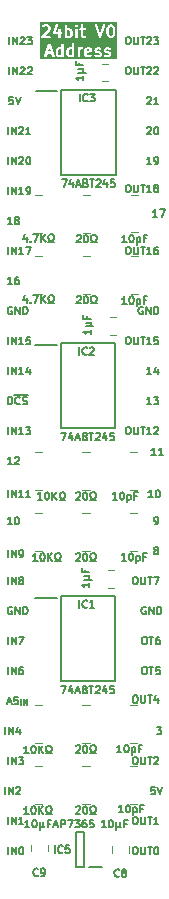
<source format=gto>
%TF.GenerationSoftware,KiCad,Pcbnew,8.0.4*%
%TF.CreationDate,2024-08-15T09:32:53+02:00*%
%TF.ProjectId,Address Buffer 24bit,41646472-6573-4732-9042-756666657220,V0*%
%TF.SameCoordinates,PX54c81a0PY37b6b20*%
%TF.FileFunction,Legend,Top*%
%TF.FilePolarity,Positive*%
%FSLAX46Y46*%
G04 Gerber Fmt 4.6, Leading zero omitted, Abs format (unit mm)*
G04 Created by KiCad (PCBNEW 8.0.4) date 2024-08-15 09:32:53*
%MOMM*%
%LPD*%
G01*
G04 APERTURE LIST*
%ADD10C,0.150000*%
%ADD11C,0.200000*%
%ADD12C,0.100000*%
%ADD13C,0.120000*%
G04 APERTURE END LIST*
D10*
X1598493Y-47941201D02*
X1538017Y-47910963D01*
X1538017Y-47910963D02*
X1447303Y-47910963D01*
X1447303Y-47910963D02*
X1356588Y-47941201D01*
X1356588Y-47941201D02*
X1296112Y-48001677D01*
X1296112Y-48001677D02*
X1265874Y-48062153D01*
X1265874Y-48062153D02*
X1235636Y-48183105D01*
X1235636Y-48183105D02*
X1235636Y-48273820D01*
X1235636Y-48273820D02*
X1265874Y-48394772D01*
X1265874Y-48394772D02*
X1296112Y-48455248D01*
X1296112Y-48455248D02*
X1356588Y-48515725D01*
X1356588Y-48515725D02*
X1447303Y-48545963D01*
X1447303Y-48545963D02*
X1507779Y-48545963D01*
X1507779Y-48545963D02*
X1598493Y-48515725D01*
X1598493Y-48515725D02*
X1628731Y-48485486D01*
X1628731Y-48485486D02*
X1628731Y-48273820D01*
X1628731Y-48273820D02*
X1507779Y-48273820D01*
X1900874Y-48545963D02*
X1900874Y-47910963D01*
X1900874Y-47910963D02*
X2263731Y-48545963D01*
X2263731Y-48545963D02*
X2263731Y-47910963D01*
X2566112Y-48545963D02*
X2566112Y-47910963D01*
X2566112Y-47910963D02*
X2717302Y-47910963D01*
X2717302Y-47910963D02*
X2808017Y-47941201D01*
X2808017Y-47941201D02*
X2868493Y-48001677D01*
X2868493Y-48001677D02*
X2898731Y-48062153D01*
X2898731Y-48062153D02*
X2928969Y-48183105D01*
X2928969Y-48183105D02*
X2928969Y-48273820D01*
X2928969Y-48273820D02*
X2898731Y-48394772D01*
X2898731Y-48394772D02*
X2868493Y-48455248D01*
X2868493Y-48455248D02*
X2808017Y-48515725D01*
X2808017Y-48515725D02*
X2717302Y-48545963D01*
X2717302Y-48545963D02*
X2566112Y-48545963D01*
X1265874Y-28225963D02*
X1265874Y-27590963D01*
X1568255Y-28225963D02*
X1568255Y-27590963D01*
X1568255Y-27590963D02*
X1931112Y-28225963D01*
X1931112Y-28225963D02*
X1931112Y-27590963D01*
X2566112Y-28225963D02*
X2203255Y-28225963D01*
X2384683Y-28225963D02*
X2384683Y-27590963D01*
X2384683Y-27590963D02*
X2324207Y-27681677D01*
X2324207Y-27681677D02*
X2263731Y-27742153D01*
X2263731Y-27742153D02*
X2203255Y-27772391D01*
X3110398Y-27802629D02*
X3110398Y-28225963D01*
X2959207Y-27560725D02*
X2808017Y-28014296D01*
X2808017Y-28014296D02*
X3201112Y-28014296D01*
X12673887Y-22541201D02*
X12613411Y-22510963D01*
X12613411Y-22510963D02*
X12522697Y-22510963D01*
X12522697Y-22510963D02*
X12431982Y-22541201D01*
X12431982Y-22541201D02*
X12371506Y-22601677D01*
X12371506Y-22601677D02*
X12341268Y-22662153D01*
X12341268Y-22662153D02*
X12311030Y-22783105D01*
X12311030Y-22783105D02*
X12311030Y-22873820D01*
X12311030Y-22873820D02*
X12341268Y-22994772D01*
X12341268Y-22994772D02*
X12371506Y-23055248D01*
X12371506Y-23055248D02*
X12431982Y-23115725D01*
X12431982Y-23115725D02*
X12522697Y-23145963D01*
X12522697Y-23145963D02*
X12583173Y-23145963D01*
X12583173Y-23145963D02*
X12673887Y-23115725D01*
X12673887Y-23115725D02*
X12704125Y-23085486D01*
X12704125Y-23085486D02*
X12704125Y-22873820D01*
X12704125Y-22873820D02*
X12583173Y-22873820D01*
X12976268Y-23145963D02*
X12976268Y-22510963D01*
X12976268Y-22510963D02*
X13339125Y-23145963D01*
X13339125Y-23145963D02*
X13339125Y-22510963D01*
X13641506Y-23145963D02*
X13641506Y-22510963D01*
X13641506Y-22510963D02*
X13792696Y-22510963D01*
X13792696Y-22510963D02*
X13883411Y-22541201D01*
X13883411Y-22541201D02*
X13943887Y-22601677D01*
X13943887Y-22601677D02*
X13974125Y-22662153D01*
X13974125Y-22662153D02*
X14004363Y-22783105D01*
X14004363Y-22783105D02*
X14004363Y-22873820D01*
X14004363Y-22873820D02*
X13974125Y-22994772D01*
X13974125Y-22994772D02*
X13943887Y-23055248D01*
X13943887Y-23055248D02*
X13883411Y-23115725D01*
X13883411Y-23115725D02*
X13792696Y-23145963D01*
X13792696Y-23145963D02*
X13641506Y-23145963D01*
X13036744Y-4791439D02*
X13066982Y-4761201D01*
X13066982Y-4761201D02*
X13127458Y-4730963D01*
X13127458Y-4730963D02*
X13278649Y-4730963D01*
X13278649Y-4730963D02*
X13339125Y-4761201D01*
X13339125Y-4761201D02*
X13369363Y-4791439D01*
X13369363Y-4791439D02*
X13399601Y-4851915D01*
X13399601Y-4851915D02*
X13399601Y-4912391D01*
X13399601Y-4912391D02*
X13369363Y-5003105D01*
X13369363Y-5003105D02*
X13006506Y-5365963D01*
X13006506Y-5365963D02*
X13399601Y-5365963D01*
X14004363Y-5365963D02*
X13641506Y-5365963D01*
X13822934Y-5365963D02*
X13822934Y-4730963D01*
X13822934Y-4730963D02*
X13762458Y-4821677D01*
X13762458Y-4821677D02*
X13701982Y-4882153D01*
X13701982Y-4882153D02*
X13641506Y-4912391D01*
X13780601Y-35083963D02*
X13417744Y-35083963D01*
X13599172Y-35083963D02*
X13599172Y-34448963D01*
X13599172Y-34448963D02*
X13538696Y-34539677D01*
X13538696Y-34539677D02*
X13478220Y-34600153D01*
X13478220Y-34600153D02*
X13417744Y-34630391D01*
X14385363Y-35083963D02*
X14022506Y-35083963D01*
X14203934Y-35083963D02*
X14203934Y-34448963D01*
X14203934Y-34448963D02*
X14143458Y-34539677D01*
X14143458Y-34539677D02*
X14082982Y-34600153D01*
X14082982Y-34600153D02*
X14022506Y-34630391D01*
X1695255Y-4730963D02*
X1392874Y-4730963D01*
X1392874Y-4730963D02*
X1362636Y-5033344D01*
X1362636Y-5033344D02*
X1392874Y-5003105D01*
X1392874Y-5003105D02*
X1453350Y-4972867D01*
X1453350Y-4972867D02*
X1604541Y-4972867D01*
X1604541Y-4972867D02*
X1665017Y-5003105D01*
X1665017Y-5003105D02*
X1695255Y-5033344D01*
X1695255Y-5033344D02*
X1725493Y-5093820D01*
X1725493Y-5093820D02*
X1725493Y-5245010D01*
X1725493Y-5245010D02*
X1695255Y-5305486D01*
X1695255Y-5305486D02*
X1665017Y-5335725D01*
X1665017Y-5335725D02*
X1604541Y-5365963D01*
X1604541Y-5365963D02*
X1453350Y-5365963D01*
X1453350Y-5365963D02*
X1392874Y-5335725D01*
X1392874Y-5335725D02*
X1362636Y-5305486D01*
X1906922Y-4730963D02*
X2118588Y-5365963D01*
X2118588Y-5365963D02*
X2330255Y-4730963D01*
X13762458Y-43103105D02*
X13701982Y-43072867D01*
X13701982Y-43072867D02*
X13671744Y-43042629D01*
X13671744Y-43042629D02*
X13641506Y-42982153D01*
X13641506Y-42982153D02*
X13641506Y-42951915D01*
X13641506Y-42951915D02*
X13671744Y-42891439D01*
X13671744Y-42891439D02*
X13701982Y-42861201D01*
X13701982Y-42861201D02*
X13762458Y-42830963D01*
X13762458Y-42830963D02*
X13883411Y-42830963D01*
X13883411Y-42830963D02*
X13943887Y-42861201D01*
X13943887Y-42861201D02*
X13974125Y-42891439D01*
X13974125Y-42891439D02*
X14004363Y-42951915D01*
X14004363Y-42951915D02*
X14004363Y-42982153D01*
X14004363Y-42982153D02*
X13974125Y-43042629D01*
X13974125Y-43042629D02*
X13943887Y-43072867D01*
X13943887Y-43072867D02*
X13883411Y-43103105D01*
X13883411Y-43103105D02*
X13762458Y-43103105D01*
X13762458Y-43103105D02*
X13701982Y-43133344D01*
X13701982Y-43133344D02*
X13671744Y-43163582D01*
X13671744Y-43163582D02*
X13641506Y-43224058D01*
X13641506Y-43224058D02*
X13641506Y-43345010D01*
X13641506Y-43345010D02*
X13671744Y-43405486D01*
X13671744Y-43405486D02*
X13701982Y-43435725D01*
X13701982Y-43435725D02*
X13762458Y-43465963D01*
X13762458Y-43465963D02*
X13883411Y-43465963D01*
X13883411Y-43465963D02*
X13943887Y-43435725D01*
X13943887Y-43435725D02*
X13974125Y-43405486D01*
X13974125Y-43405486D02*
X14004363Y-43345010D01*
X14004363Y-43345010D02*
X14004363Y-43224058D01*
X14004363Y-43224058D02*
X13974125Y-43163582D01*
X13974125Y-43163582D02*
X13943887Y-43133344D01*
X13943887Y-43133344D02*
X13883411Y-43103105D01*
X1265874Y-18065963D02*
X1265874Y-17430963D01*
X1568255Y-18065963D02*
X1568255Y-17430963D01*
X1568255Y-17430963D02*
X1931112Y-18065963D01*
X1931112Y-18065963D02*
X1931112Y-17430963D01*
X2566112Y-18065963D02*
X2203255Y-18065963D01*
X2384683Y-18065963D02*
X2384683Y-17430963D01*
X2384683Y-17430963D02*
X2324207Y-17521677D01*
X2324207Y-17521677D02*
X2263731Y-17582153D01*
X2263731Y-17582153D02*
X2203255Y-17612391D01*
X2777779Y-17430963D02*
X3201112Y-17430963D01*
X3201112Y-17430963D02*
X2928969Y-18065963D01*
X13399601Y-10445963D02*
X13036744Y-10445963D01*
X13218172Y-10445963D02*
X13218172Y-9810963D01*
X13218172Y-9810963D02*
X13157696Y-9901677D01*
X13157696Y-9901677D02*
X13097220Y-9962153D01*
X13097220Y-9962153D02*
X13036744Y-9992391D01*
X13701982Y-10445963D02*
X13822934Y-10445963D01*
X13822934Y-10445963D02*
X13883411Y-10415725D01*
X13883411Y-10415725D02*
X13913649Y-10385486D01*
X13913649Y-10385486D02*
X13974125Y-10294772D01*
X13974125Y-10294772D02*
X14004363Y-10173820D01*
X14004363Y-10173820D02*
X14004363Y-9931915D01*
X14004363Y-9931915D02*
X13974125Y-9871439D01*
X13974125Y-9871439D02*
X13943887Y-9841201D01*
X13943887Y-9841201D02*
X13883411Y-9810963D01*
X13883411Y-9810963D02*
X13762458Y-9810963D01*
X13762458Y-9810963D02*
X13701982Y-9841201D01*
X13701982Y-9841201D02*
X13671744Y-9871439D01*
X13671744Y-9871439D02*
X13641506Y-9931915D01*
X13641506Y-9931915D02*
X13641506Y-10083105D01*
X13641506Y-10083105D02*
X13671744Y-10143582D01*
X13671744Y-10143582D02*
X13701982Y-10173820D01*
X13701982Y-10173820D02*
X13762458Y-10204058D01*
X13762458Y-10204058D02*
X13883411Y-10204058D01*
X13883411Y-10204058D02*
X13943887Y-10173820D01*
X13943887Y-10173820D02*
X13974125Y-10143582D01*
X13974125Y-10143582D02*
X14004363Y-10083105D01*
X13526601Y-38639963D02*
X13163744Y-38639963D01*
X13345172Y-38639963D02*
X13345172Y-38004963D01*
X13345172Y-38004963D02*
X13284696Y-38095677D01*
X13284696Y-38095677D02*
X13224220Y-38156153D01*
X13224220Y-38156153D02*
X13163744Y-38186391D01*
X13919696Y-38004963D02*
X13980173Y-38004963D01*
X13980173Y-38004963D02*
X14040649Y-38035201D01*
X14040649Y-38035201D02*
X14070887Y-38065439D01*
X14070887Y-38065439D02*
X14101125Y-38125915D01*
X14101125Y-38125915D02*
X14131363Y-38246867D01*
X14131363Y-38246867D02*
X14131363Y-38398058D01*
X14131363Y-38398058D02*
X14101125Y-38519010D01*
X14101125Y-38519010D02*
X14070887Y-38579486D01*
X14070887Y-38579486D02*
X14040649Y-38609725D01*
X14040649Y-38609725D02*
X13980173Y-38639963D01*
X13980173Y-38639963D02*
X13919696Y-38639963D01*
X13919696Y-38639963D02*
X13859220Y-38609725D01*
X13859220Y-38609725D02*
X13828982Y-38579486D01*
X13828982Y-38579486D02*
X13798744Y-38519010D01*
X13798744Y-38519010D02*
X13768506Y-38398058D01*
X13768506Y-38398058D02*
X13768506Y-38246867D01*
X13768506Y-38246867D02*
X13798744Y-38125915D01*
X13798744Y-38125915D02*
X13828982Y-38065439D01*
X13828982Y-38065439D02*
X13859220Y-38035201D01*
X13859220Y-38035201D02*
X13919696Y-38004963D01*
X11373648Y-2190963D02*
X11494601Y-2190963D01*
X11494601Y-2190963D02*
X11555077Y-2221201D01*
X11555077Y-2221201D02*
X11615553Y-2281677D01*
X11615553Y-2281677D02*
X11645791Y-2402629D01*
X11645791Y-2402629D02*
X11645791Y-2614296D01*
X11645791Y-2614296D02*
X11615553Y-2735248D01*
X11615553Y-2735248D02*
X11555077Y-2795725D01*
X11555077Y-2795725D02*
X11494601Y-2825963D01*
X11494601Y-2825963D02*
X11373648Y-2825963D01*
X11373648Y-2825963D02*
X11313172Y-2795725D01*
X11313172Y-2795725D02*
X11252696Y-2735248D01*
X11252696Y-2735248D02*
X11222458Y-2614296D01*
X11222458Y-2614296D02*
X11222458Y-2402629D01*
X11222458Y-2402629D02*
X11252696Y-2281677D01*
X11252696Y-2281677D02*
X11313172Y-2221201D01*
X11313172Y-2221201D02*
X11373648Y-2190963D01*
X11917934Y-2190963D02*
X11917934Y-2705010D01*
X11917934Y-2705010D02*
X11948172Y-2765486D01*
X11948172Y-2765486D02*
X11978410Y-2795725D01*
X11978410Y-2795725D02*
X12038886Y-2825963D01*
X12038886Y-2825963D02*
X12159839Y-2825963D01*
X12159839Y-2825963D02*
X12220315Y-2795725D01*
X12220315Y-2795725D02*
X12250553Y-2765486D01*
X12250553Y-2765486D02*
X12280791Y-2705010D01*
X12280791Y-2705010D02*
X12280791Y-2190963D01*
X12492458Y-2190963D02*
X12855315Y-2190963D01*
X12673886Y-2825963D02*
X12673886Y-2190963D01*
X13036744Y-2251439D02*
X13066982Y-2221201D01*
X13066982Y-2221201D02*
X13127458Y-2190963D01*
X13127458Y-2190963D02*
X13278649Y-2190963D01*
X13278649Y-2190963D02*
X13339125Y-2221201D01*
X13339125Y-2221201D02*
X13369363Y-2251439D01*
X13369363Y-2251439D02*
X13399601Y-2311915D01*
X13399601Y-2311915D02*
X13399601Y-2372391D01*
X13399601Y-2372391D02*
X13369363Y-2463105D01*
X13369363Y-2463105D02*
X13006506Y-2825963D01*
X13006506Y-2825963D02*
X13399601Y-2825963D01*
X13641506Y-2251439D02*
X13671744Y-2221201D01*
X13671744Y-2221201D02*
X13732220Y-2190963D01*
X13732220Y-2190963D02*
X13883411Y-2190963D01*
X13883411Y-2190963D02*
X13943887Y-2221201D01*
X13943887Y-2221201D02*
X13974125Y-2251439D01*
X13974125Y-2251439D02*
X14004363Y-2311915D01*
X14004363Y-2311915D02*
X14004363Y-2372391D01*
X14004363Y-2372391D02*
X13974125Y-2463105D01*
X13974125Y-2463105D02*
X13611268Y-2825963D01*
X13611268Y-2825963D02*
X14004363Y-2825963D01*
X13865268Y-58070963D02*
X14258363Y-58070963D01*
X14258363Y-58070963D02*
X14046696Y-58312867D01*
X14046696Y-58312867D02*
X14137411Y-58312867D01*
X14137411Y-58312867D02*
X14197887Y-58343105D01*
X14197887Y-58343105D02*
X14228125Y-58373344D01*
X14228125Y-58373344D02*
X14258363Y-58433820D01*
X14258363Y-58433820D02*
X14258363Y-58585010D01*
X14258363Y-58585010D02*
X14228125Y-58645486D01*
X14228125Y-58645486D02*
X14197887Y-58675725D01*
X14197887Y-58675725D02*
X14137411Y-58705963D01*
X14137411Y-58705963D02*
X13955982Y-58705963D01*
X13955982Y-58705963D02*
X13895506Y-58675725D01*
X13895506Y-58675725D02*
X13865268Y-58645486D01*
X1011874Y-58705963D02*
X1011874Y-58070963D01*
X1314255Y-58705963D02*
X1314255Y-58070963D01*
X1314255Y-58070963D02*
X1677112Y-58705963D01*
X1677112Y-58705963D02*
X1677112Y-58070963D01*
X2251636Y-58282629D02*
X2251636Y-58705963D01*
X2100445Y-58040725D02*
X1949255Y-58494296D01*
X1949255Y-58494296D02*
X2342350Y-58494296D01*
X12770648Y-52990963D02*
X12891601Y-52990963D01*
X12891601Y-52990963D02*
X12952077Y-53021201D01*
X12952077Y-53021201D02*
X13012553Y-53081677D01*
X13012553Y-53081677D02*
X13042791Y-53202629D01*
X13042791Y-53202629D02*
X13042791Y-53414296D01*
X13042791Y-53414296D02*
X13012553Y-53535248D01*
X13012553Y-53535248D02*
X12952077Y-53595725D01*
X12952077Y-53595725D02*
X12891601Y-53625963D01*
X12891601Y-53625963D02*
X12770648Y-53625963D01*
X12770648Y-53625963D02*
X12710172Y-53595725D01*
X12710172Y-53595725D02*
X12649696Y-53535248D01*
X12649696Y-53535248D02*
X12619458Y-53414296D01*
X12619458Y-53414296D02*
X12619458Y-53202629D01*
X12619458Y-53202629D02*
X12649696Y-53081677D01*
X12649696Y-53081677D02*
X12710172Y-53021201D01*
X12710172Y-53021201D02*
X12770648Y-52990963D01*
X13224220Y-52990963D02*
X13587077Y-52990963D01*
X13405648Y-53625963D02*
X13405648Y-52990963D01*
X14101125Y-52990963D02*
X13798744Y-52990963D01*
X13798744Y-52990963D02*
X13768506Y-53293344D01*
X13768506Y-53293344D02*
X13798744Y-53263105D01*
X13798744Y-53263105D02*
X13859220Y-53232867D01*
X13859220Y-53232867D02*
X14010411Y-53232867D01*
X14010411Y-53232867D02*
X14070887Y-53263105D01*
X14070887Y-53263105D02*
X14101125Y-53293344D01*
X14101125Y-53293344D02*
X14131363Y-53353820D01*
X14131363Y-53353820D02*
X14131363Y-53505010D01*
X14131363Y-53505010D02*
X14101125Y-53565486D01*
X14101125Y-53565486D02*
X14070887Y-53595725D01*
X14070887Y-53595725D02*
X14010411Y-53625963D01*
X14010411Y-53625963D02*
X13859220Y-53625963D01*
X13859220Y-53625963D02*
X13798744Y-53595725D01*
X13798744Y-53595725D02*
X13768506Y-53565486D01*
X13701982Y-40925963D02*
X13822934Y-40925963D01*
X13822934Y-40925963D02*
X13883411Y-40895725D01*
X13883411Y-40895725D02*
X13913649Y-40865486D01*
X13913649Y-40865486D02*
X13974125Y-40774772D01*
X13974125Y-40774772D02*
X14004363Y-40653820D01*
X14004363Y-40653820D02*
X14004363Y-40411915D01*
X14004363Y-40411915D02*
X13974125Y-40351439D01*
X13974125Y-40351439D02*
X13943887Y-40321201D01*
X13943887Y-40321201D02*
X13883411Y-40290963D01*
X13883411Y-40290963D02*
X13762458Y-40290963D01*
X13762458Y-40290963D02*
X13701982Y-40321201D01*
X13701982Y-40321201D02*
X13671744Y-40351439D01*
X13671744Y-40351439D02*
X13641506Y-40411915D01*
X13641506Y-40411915D02*
X13641506Y-40563105D01*
X13641506Y-40563105D02*
X13671744Y-40623582D01*
X13671744Y-40623582D02*
X13701982Y-40653820D01*
X13701982Y-40653820D02*
X13762458Y-40684058D01*
X13762458Y-40684058D02*
X13883411Y-40684058D01*
X13883411Y-40684058D02*
X13943887Y-40653820D01*
X13943887Y-40653820D02*
X13974125Y-40623582D01*
X13974125Y-40623582D02*
X14004363Y-40563105D01*
X1265874Y-53625963D02*
X1265874Y-52990963D01*
X1568255Y-53625963D02*
X1568255Y-52990963D01*
X1568255Y-52990963D02*
X1931112Y-53625963D01*
X1931112Y-53625963D02*
X1931112Y-52990963D01*
X2505636Y-52990963D02*
X2384683Y-52990963D01*
X2384683Y-52990963D02*
X2324207Y-53021201D01*
X2324207Y-53021201D02*
X2293969Y-53051439D01*
X2293969Y-53051439D02*
X2233493Y-53142153D01*
X2233493Y-53142153D02*
X2203255Y-53263105D01*
X2203255Y-53263105D02*
X2203255Y-53505010D01*
X2203255Y-53505010D02*
X2233493Y-53565486D01*
X2233493Y-53565486D02*
X2263731Y-53595725D01*
X2263731Y-53595725D02*
X2324207Y-53625963D01*
X2324207Y-53625963D02*
X2445160Y-53625963D01*
X2445160Y-53625963D02*
X2505636Y-53595725D01*
X2505636Y-53595725D02*
X2535874Y-53565486D01*
X2535874Y-53565486D02*
X2566112Y-53505010D01*
X2566112Y-53505010D02*
X2566112Y-53353820D01*
X2566112Y-53353820D02*
X2535874Y-53293344D01*
X2535874Y-53293344D02*
X2505636Y-53263105D01*
X2505636Y-53263105D02*
X2445160Y-53232867D01*
X2445160Y-53232867D02*
X2324207Y-53232867D01*
X2324207Y-53232867D02*
X2263731Y-53263105D01*
X2263731Y-53263105D02*
X2233493Y-53293344D01*
X2233493Y-53293344D02*
X2203255Y-53353820D01*
X1265874Y-33305963D02*
X1265874Y-32670963D01*
X1568255Y-33305963D02*
X1568255Y-32670963D01*
X1568255Y-32670963D02*
X1931112Y-33305963D01*
X1931112Y-33305963D02*
X1931112Y-32670963D01*
X2566112Y-33305963D02*
X2203255Y-33305963D01*
X2384683Y-33305963D02*
X2384683Y-32670963D01*
X2384683Y-32670963D02*
X2324207Y-32761677D01*
X2324207Y-32761677D02*
X2263731Y-32822153D01*
X2263731Y-32822153D02*
X2203255Y-32852391D01*
X2777779Y-32670963D02*
X3170874Y-32670963D01*
X3170874Y-32670963D02*
X2959207Y-32912867D01*
X2959207Y-32912867D02*
X3049922Y-32912867D01*
X3049922Y-32912867D02*
X3110398Y-32943105D01*
X3110398Y-32943105D02*
X3140636Y-32973344D01*
X3140636Y-32973344D02*
X3170874Y-33033820D01*
X3170874Y-33033820D02*
X3170874Y-33185010D01*
X3170874Y-33185010D02*
X3140636Y-33245486D01*
X3140636Y-33245486D02*
X3110398Y-33275725D01*
X3110398Y-33275725D02*
X3049922Y-33305963D01*
X3049922Y-33305963D02*
X2868493Y-33305963D01*
X2868493Y-33305963D02*
X2808017Y-33275725D01*
X2808017Y-33275725D02*
X2777779Y-33245486D01*
X13399601Y-28225963D02*
X13036744Y-28225963D01*
X13218172Y-28225963D02*
X13218172Y-27590963D01*
X13218172Y-27590963D02*
X13157696Y-27681677D01*
X13157696Y-27681677D02*
X13097220Y-27742153D01*
X13097220Y-27742153D02*
X13036744Y-27772391D01*
X13943887Y-27802629D02*
X13943887Y-28225963D01*
X13792696Y-27560725D02*
X13641506Y-28014296D01*
X13641506Y-28014296D02*
X14034601Y-28014296D01*
X1598493Y-40925963D02*
X1235636Y-40925963D01*
X1417064Y-40925963D02*
X1417064Y-40290963D01*
X1417064Y-40290963D02*
X1356588Y-40381677D01*
X1356588Y-40381677D02*
X1296112Y-40442153D01*
X1296112Y-40442153D02*
X1235636Y-40472391D01*
X1991588Y-40290963D02*
X2052065Y-40290963D01*
X2052065Y-40290963D02*
X2112541Y-40321201D01*
X2112541Y-40321201D02*
X2142779Y-40351439D01*
X2142779Y-40351439D02*
X2173017Y-40411915D01*
X2173017Y-40411915D02*
X2203255Y-40532867D01*
X2203255Y-40532867D02*
X2203255Y-40684058D01*
X2203255Y-40684058D02*
X2173017Y-40805010D01*
X2173017Y-40805010D02*
X2142779Y-40865486D01*
X2142779Y-40865486D02*
X2112541Y-40895725D01*
X2112541Y-40895725D02*
X2052065Y-40925963D01*
X2052065Y-40925963D02*
X1991588Y-40925963D01*
X1991588Y-40925963D02*
X1931112Y-40895725D01*
X1931112Y-40895725D02*
X1900874Y-40865486D01*
X1900874Y-40865486D02*
X1870636Y-40805010D01*
X1870636Y-40805010D02*
X1840398Y-40684058D01*
X1840398Y-40684058D02*
X1840398Y-40532867D01*
X1840398Y-40532867D02*
X1870636Y-40411915D01*
X1870636Y-40411915D02*
X1900874Y-40351439D01*
X1900874Y-40351439D02*
X1931112Y-40321201D01*
X1931112Y-40321201D02*
X1991588Y-40290963D01*
X11373648Y349037D02*
X11494601Y349037D01*
X11494601Y349037D02*
X11555077Y318799D01*
X11555077Y318799D02*
X11615553Y258323D01*
X11615553Y258323D02*
X11645791Y137371D01*
X11645791Y137371D02*
X11645791Y-74296D01*
X11645791Y-74296D02*
X11615553Y-195248D01*
X11615553Y-195248D02*
X11555077Y-255725D01*
X11555077Y-255725D02*
X11494601Y-285963D01*
X11494601Y-285963D02*
X11373648Y-285963D01*
X11373648Y-285963D02*
X11313172Y-255725D01*
X11313172Y-255725D02*
X11252696Y-195248D01*
X11252696Y-195248D02*
X11222458Y-74296D01*
X11222458Y-74296D02*
X11222458Y137371D01*
X11222458Y137371D02*
X11252696Y258323D01*
X11252696Y258323D02*
X11313172Y318799D01*
X11313172Y318799D02*
X11373648Y349037D01*
X11917934Y349037D02*
X11917934Y-165010D01*
X11917934Y-165010D02*
X11948172Y-225486D01*
X11948172Y-225486D02*
X11978410Y-255725D01*
X11978410Y-255725D02*
X12038886Y-285963D01*
X12038886Y-285963D02*
X12159839Y-285963D01*
X12159839Y-285963D02*
X12220315Y-255725D01*
X12220315Y-255725D02*
X12250553Y-225486D01*
X12250553Y-225486D02*
X12280791Y-165010D01*
X12280791Y-165010D02*
X12280791Y349037D01*
X12492458Y349037D02*
X12855315Y349037D01*
X12673886Y-285963D02*
X12673886Y349037D01*
X13036744Y288561D02*
X13066982Y318799D01*
X13066982Y318799D02*
X13127458Y349037D01*
X13127458Y349037D02*
X13278649Y349037D01*
X13278649Y349037D02*
X13339125Y318799D01*
X13339125Y318799D02*
X13369363Y288561D01*
X13369363Y288561D02*
X13399601Y228085D01*
X13399601Y228085D02*
X13399601Y167609D01*
X13399601Y167609D02*
X13369363Y76895D01*
X13369363Y76895D02*
X13006506Y-285963D01*
X13006506Y-285963D02*
X13399601Y-285963D01*
X13611268Y349037D02*
X14004363Y349037D01*
X14004363Y349037D02*
X13792696Y107133D01*
X13792696Y107133D02*
X13883411Y107133D01*
X13883411Y107133D02*
X13943887Y76895D01*
X13943887Y76895D02*
X13974125Y46656D01*
X13974125Y46656D02*
X14004363Y-13820D01*
X14004363Y-13820D02*
X14004363Y-165010D01*
X14004363Y-165010D02*
X13974125Y-225486D01*
X13974125Y-225486D02*
X13943887Y-255725D01*
X13943887Y-255725D02*
X13883411Y-285963D01*
X13883411Y-285963D02*
X13701982Y-285963D01*
X13701982Y-285963D02*
X13641506Y-255725D01*
X13641506Y-255725D02*
X13611268Y-225486D01*
X13036744Y-7331439D02*
X13066982Y-7301201D01*
X13066982Y-7301201D02*
X13127458Y-7270963D01*
X13127458Y-7270963D02*
X13278649Y-7270963D01*
X13278649Y-7270963D02*
X13339125Y-7301201D01*
X13339125Y-7301201D02*
X13369363Y-7331439D01*
X13369363Y-7331439D02*
X13399601Y-7391915D01*
X13399601Y-7391915D02*
X13399601Y-7452391D01*
X13399601Y-7452391D02*
X13369363Y-7543105D01*
X13369363Y-7543105D02*
X13006506Y-7905963D01*
X13006506Y-7905963D02*
X13399601Y-7905963D01*
X13792696Y-7270963D02*
X13853173Y-7270963D01*
X13853173Y-7270963D02*
X13913649Y-7301201D01*
X13913649Y-7301201D02*
X13943887Y-7331439D01*
X13943887Y-7331439D02*
X13974125Y-7391915D01*
X13974125Y-7391915D02*
X14004363Y-7512867D01*
X14004363Y-7512867D02*
X14004363Y-7664058D01*
X14004363Y-7664058D02*
X13974125Y-7785010D01*
X13974125Y-7785010D02*
X13943887Y-7845486D01*
X13943887Y-7845486D02*
X13913649Y-7875725D01*
X13913649Y-7875725D02*
X13853173Y-7905963D01*
X13853173Y-7905963D02*
X13792696Y-7905963D01*
X13792696Y-7905963D02*
X13732220Y-7875725D01*
X13732220Y-7875725D02*
X13701982Y-7845486D01*
X13701982Y-7845486D02*
X13671744Y-7785010D01*
X13671744Y-7785010D02*
X13641506Y-7664058D01*
X13641506Y-7664058D02*
X13641506Y-7512867D01*
X13641506Y-7512867D02*
X13671744Y-7391915D01*
X13671744Y-7391915D02*
X13701982Y-7331439D01*
X13701982Y-7331439D02*
X13732220Y-7301201D01*
X13732220Y-7301201D02*
X13792696Y-7270963D01*
X1392874Y-2825963D02*
X1392874Y-2190963D01*
X1695255Y-2825963D02*
X1695255Y-2190963D01*
X1695255Y-2190963D02*
X2058112Y-2825963D01*
X2058112Y-2825963D02*
X2058112Y-2190963D01*
X2330255Y-2251439D02*
X2360493Y-2221201D01*
X2360493Y-2221201D02*
X2420969Y-2190963D01*
X2420969Y-2190963D02*
X2572160Y-2190963D01*
X2572160Y-2190963D02*
X2632636Y-2221201D01*
X2632636Y-2221201D02*
X2662874Y-2251439D01*
X2662874Y-2251439D02*
X2693112Y-2311915D01*
X2693112Y-2311915D02*
X2693112Y-2372391D01*
X2693112Y-2372391D02*
X2662874Y-2463105D01*
X2662874Y-2463105D02*
X2300017Y-2825963D01*
X2300017Y-2825963D02*
X2693112Y-2825963D01*
X2935017Y-2251439D02*
X2965255Y-2221201D01*
X2965255Y-2221201D02*
X3025731Y-2190963D01*
X3025731Y-2190963D02*
X3176922Y-2190963D01*
X3176922Y-2190963D02*
X3237398Y-2221201D01*
X3237398Y-2221201D02*
X3267636Y-2251439D01*
X3267636Y-2251439D02*
X3297874Y-2311915D01*
X3297874Y-2311915D02*
X3297874Y-2372391D01*
X3297874Y-2372391D02*
X3267636Y-2463105D01*
X3267636Y-2463105D02*
X2904779Y-2825963D01*
X2904779Y-2825963D02*
X3297874Y-2825963D01*
X1265874Y-38639963D02*
X1265874Y-38004963D01*
X1568255Y-38639963D02*
X1568255Y-38004963D01*
X1568255Y-38004963D02*
X1931112Y-38639963D01*
X1931112Y-38639963D02*
X1931112Y-38004963D01*
X2566112Y-38639963D02*
X2203255Y-38639963D01*
X2384683Y-38639963D02*
X2384683Y-38004963D01*
X2384683Y-38004963D02*
X2324207Y-38095677D01*
X2324207Y-38095677D02*
X2263731Y-38156153D01*
X2263731Y-38156153D02*
X2203255Y-38186391D01*
X3170874Y-38639963D02*
X2808017Y-38639963D01*
X2989445Y-38639963D02*
X2989445Y-38004963D01*
X2989445Y-38004963D02*
X2928969Y-38095677D01*
X2928969Y-38095677D02*
X2868493Y-38156153D01*
X2868493Y-38156153D02*
X2808017Y-38186391D01*
X11373648Y-17430963D02*
X11494601Y-17430963D01*
X11494601Y-17430963D02*
X11555077Y-17461201D01*
X11555077Y-17461201D02*
X11615553Y-17521677D01*
X11615553Y-17521677D02*
X11645791Y-17642629D01*
X11645791Y-17642629D02*
X11645791Y-17854296D01*
X11645791Y-17854296D02*
X11615553Y-17975248D01*
X11615553Y-17975248D02*
X11555077Y-18035725D01*
X11555077Y-18035725D02*
X11494601Y-18065963D01*
X11494601Y-18065963D02*
X11373648Y-18065963D01*
X11373648Y-18065963D02*
X11313172Y-18035725D01*
X11313172Y-18035725D02*
X11252696Y-17975248D01*
X11252696Y-17975248D02*
X11222458Y-17854296D01*
X11222458Y-17854296D02*
X11222458Y-17642629D01*
X11222458Y-17642629D02*
X11252696Y-17521677D01*
X11252696Y-17521677D02*
X11313172Y-17461201D01*
X11313172Y-17461201D02*
X11373648Y-17430963D01*
X11917934Y-17430963D02*
X11917934Y-17945010D01*
X11917934Y-17945010D02*
X11948172Y-18005486D01*
X11948172Y-18005486D02*
X11978410Y-18035725D01*
X11978410Y-18035725D02*
X12038886Y-18065963D01*
X12038886Y-18065963D02*
X12159839Y-18065963D01*
X12159839Y-18065963D02*
X12220315Y-18035725D01*
X12220315Y-18035725D02*
X12250553Y-18005486D01*
X12250553Y-18005486D02*
X12280791Y-17945010D01*
X12280791Y-17945010D02*
X12280791Y-17430963D01*
X12492458Y-17430963D02*
X12855315Y-17430963D01*
X12673886Y-18065963D02*
X12673886Y-17430963D01*
X13399601Y-18065963D02*
X13036744Y-18065963D01*
X13218172Y-18065963D02*
X13218172Y-17430963D01*
X13218172Y-17430963D02*
X13157696Y-17521677D01*
X13157696Y-17521677D02*
X13097220Y-17582153D01*
X13097220Y-17582153D02*
X13036744Y-17612391D01*
X13943887Y-17430963D02*
X13822934Y-17430963D01*
X13822934Y-17430963D02*
X13762458Y-17461201D01*
X13762458Y-17461201D02*
X13732220Y-17491439D01*
X13732220Y-17491439D02*
X13671744Y-17582153D01*
X13671744Y-17582153D02*
X13641506Y-17703105D01*
X13641506Y-17703105D02*
X13641506Y-17945010D01*
X13641506Y-17945010D02*
X13671744Y-18005486D01*
X13671744Y-18005486D02*
X13701982Y-18035725D01*
X13701982Y-18035725D02*
X13762458Y-18065963D01*
X13762458Y-18065963D02*
X13883411Y-18065963D01*
X13883411Y-18065963D02*
X13943887Y-18035725D01*
X13943887Y-18035725D02*
X13974125Y-18005486D01*
X13974125Y-18005486D02*
X14004363Y-17945010D01*
X14004363Y-17945010D02*
X14004363Y-17793820D01*
X14004363Y-17793820D02*
X13974125Y-17733344D01*
X13974125Y-17733344D02*
X13943887Y-17703105D01*
X13943887Y-17703105D02*
X13883411Y-17672867D01*
X13883411Y-17672867D02*
X13762458Y-17672867D01*
X13762458Y-17672867D02*
X13701982Y-17703105D01*
X13701982Y-17703105D02*
X13671744Y-17733344D01*
X13671744Y-17733344D02*
X13641506Y-17793820D01*
X11978410Y-55403963D02*
X12099363Y-55403963D01*
X12099363Y-55403963D02*
X12159839Y-55434201D01*
X12159839Y-55434201D02*
X12220315Y-55494677D01*
X12220315Y-55494677D02*
X12250553Y-55615629D01*
X12250553Y-55615629D02*
X12250553Y-55827296D01*
X12250553Y-55827296D02*
X12220315Y-55948248D01*
X12220315Y-55948248D02*
X12159839Y-56008725D01*
X12159839Y-56008725D02*
X12099363Y-56038963D01*
X12099363Y-56038963D02*
X11978410Y-56038963D01*
X11978410Y-56038963D02*
X11917934Y-56008725D01*
X11917934Y-56008725D02*
X11857458Y-55948248D01*
X11857458Y-55948248D02*
X11827220Y-55827296D01*
X11827220Y-55827296D02*
X11827220Y-55615629D01*
X11827220Y-55615629D02*
X11857458Y-55494677D01*
X11857458Y-55494677D02*
X11917934Y-55434201D01*
X11917934Y-55434201D02*
X11978410Y-55403963D01*
X12522696Y-55403963D02*
X12522696Y-55918010D01*
X12522696Y-55918010D02*
X12552934Y-55978486D01*
X12552934Y-55978486D02*
X12583172Y-56008725D01*
X12583172Y-56008725D02*
X12643648Y-56038963D01*
X12643648Y-56038963D02*
X12764601Y-56038963D01*
X12764601Y-56038963D02*
X12825077Y-56008725D01*
X12825077Y-56008725D02*
X12855315Y-55978486D01*
X12855315Y-55978486D02*
X12885553Y-55918010D01*
X12885553Y-55918010D02*
X12885553Y-55403963D01*
X13097220Y-55403963D02*
X13460077Y-55403963D01*
X13278648Y-56038963D02*
X13278648Y-55403963D01*
X13943887Y-55615629D02*
X13943887Y-56038963D01*
X13792696Y-55373725D02*
X13641506Y-55827296D01*
X13641506Y-55827296D02*
X14034601Y-55827296D01*
X11978410Y-60610963D02*
X12099363Y-60610963D01*
X12099363Y-60610963D02*
X12159839Y-60641201D01*
X12159839Y-60641201D02*
X12220315Y-60701677D01*
X12220315Y-60701677D02*
X12250553Y-60822629D01*
X12250553Y-60822629D02*
X12250553Y-61034296D01*
X12250553Y-61034296D02*
X12220315Y-61155248D01*
X12220315Y-61155248D02*
X12159839Y-61215725D01*
X12159839Y-61215725D02*
X12099363Y-61245963D01*
X12099363Y-61245963D02*
X11978410Y-61245963D01*
X11978410Y-61245963D02*
X11917934Y-61215725D01*
X11917934Y-61215725D02*
X11857458Y-61155248D01*
X11857458Y-61155248D02*
X11827220Y-61034296D01*
X11827220Y-61034296D02*
X11827220Y-60822629D01*
X11827220Y-60822629D02*
X11857458Y-60701677D01*
X11857458Y-60701677D02*
X11917934Y-60641201D01*
X11917934Y-60641201D02*
X11978410Y-60610963D01*
X12522696Y-60610963D02*
X12522696Y-61125010D01*
X12522696Y-61125010D02*
X12552934Y-61185486D01*
X12552934Y-61185486D02*
X12583172Y-61215725D01*
X12583172Y-61215725D02*
X12643648Y-61245963D01*
X12643648Y-61245963D02*
X12764601Y-61245963D01*
X12764601Y-61245963D02*
X12825077Y-61215725D01*
X12825077Y-61215725D02*
X12855315Y-61185486D01*
X12855315Y-61185486D02*
X12885553Y-61125010D01*
X12885553Y-61125010D02*
X12885553Y-60610963D01*
X13097220Y-60610963D02*
X13460077Y-60610963D01*
X13278648Y-61245963D02*
X13278648Y-60610963D01*
X13641506Y-60671439D02*
X13671744Y-60641201D01*
X13671744Y-60641201D02*
X13732220Y-60610963D01*
X13732220Y-60610963D02*
X13883411Y-60610963D01*
X13883411Y-60610963D02*
X13943887Y-60641201D01*
X13943887Y-60641201D02*
X13974125Y-60671439D01*
X13974125Y-60671439D02*
X14004363Y-60731915D01*
X14004363Y-60731915D02*
X14004363Y-60792391D01*
X14004363Y-60792391D02*
X13974125Y-60883105D01*
X13974125Y-60883105D02*
X13611268Y-61245963D01*
X13611268Y-61245963D02*
X14004363Y-61245963D01*
X1235636Y-55984534D02*
X1538017Y-55984534D01*
X1175160Y-56165963D02*
X1386826Y-55530963D01*
X1386826Y-55530963D02*
X1598493Y-56165963D01*
X2112541Y-55530963D02*
X1810160Y-55530963D01*
X1810160Y-55530963D02*
X1779922Y-55833344D01*
X1779922Y-55833344D02*
X1810160Y-55803105D01*
X1810160Y-55803105D02*
X1870636Y-55772867D01*
X1870636Y-55772867D02*
X2021827Y-55772867D01*
X2021827Y-55772867D02*
X2082303Y-55803105D01*
X2082303Y-55803105D02*
X2112541Y-55833344D01*
X2112541Y-55833344D02*
X2142779Y-55893820D01*
X2142779Y-55893820D02*
X2142779Y-56045010D01*
X2142779Y-56045010D02*
X2112541Y-56105486D01*
X2112541Y-56105486D02*
X2082303Y-56135725D01*
X2082303Y-56135725D02*
X2021827Y-56165963D01*
X2021827Y-56165963D02*
X1870636Y-56165963D01*
X1870636Y-56165963D02*
X1810160Y-56135725D01*
X1810160Y-56135725D02*
X1779922Y-56105486D01*
X2384684Y-56236115D02*
X2384684Y-55728115D01*
X2626589Y-56236115D02*
X2626589Y-55728115D01*
X2626589Y-55728115D02*
X2916875Y-56236115D01*
X2916875Y-56236115D02*
X2916875Y-55728115D01*
X11373648Y-25050963D02*
X11494601Y-25050963D01*
X11494601Y-25050963D02*
X11555077Y-25081201D01*
X11555077Y-25081201D02*
X11615553Y-25141677D01*
X11615553Y-25141677D02*
X11645791Y-25262629D01*
X11645791Y-25262629D02*
X11645791Y-25474296D01*
X11645791Y-25474296D02*
X11615553Y-25595248D01*
X11615553Y-25595248D02*
X11555077Y-25655725D01*
X11555077Y-25655725D02*
X11494601Y-25685963D01*
X11494601Y-25685963D02*
X11373648Y-25685963D01*
X11373648Y-25685963D02*
X11313172Y-25655725D01*
X11313172Y-25655725D02*
X11252696Y-25595248D01*
X11252696Y-25595248D02*
X11222458Y-25474296D01*
X11222458Y-25474296D02*
X11222458Y-25262629D01*
X11222458Y-25262629D02*
X11252696Y-25141677D01*
X11252696Y-25141677D02*
X11313172Y-25081201D01*
X11313172Y-25081201D02*
X11373648Y-25050963D01*
X11917934Y-25050963D02*
X11917934Y-25565010D01*
X11917934Y-25565010D02*
X11948172Y-25625486D01*
X11948172Y-25625486D02*
X11978410Y-25655725D01*
X11978410Y-25655725D02*
X12038886Y-25685963D01*
X12038886Y-25685963D02*
X12159839Y-25685963D01*
X12159839Y-25685963D02*
X12220315Y-25655725D01*
X12220315Y-25655725D02*
X12250553Y-25625486D01*
X12250553Y-25625486D02*
X12280791Y-25565010D01*
X12280791Y-25565010D02*
X12280791Y-25050963D01*
X12492458Y-25050963D02*
X12855315Y-25050963D01*
X12673886Y-25685963D02*
X12673886Y-25050963D01*
X13399601Y-25685963D02*
X13036744Y-25685963D01*
X13218172Y-25685963D02*
X13218172Y-25050963D01*
X13218172Y-25050963D02*
X13157696Y-25141677D01*
X13157696Y-25141677D02*
X13097220Y-25202153D01*
X13097220Y-25202153D02*
X13036744Y-25232391D01*
X13974125Y-25050963D02*
X13671744Y-25050963D01*
X13671744Y-25050963D02*
X13641506Y-25353344D01*
X13641506Y-25353344D02*
X13671744Y-25323105D01*
X13671744Y-25323105D02*
X13732220Y-25292867D01*
X13732220Y-25292867D02*
X13883411Y-25292867D01*
X13883411Y-25292867D02*
X13943887Y-25323105D01*
X13943887Y-25323105D02*
X13974125Y-25353344D01*
X13974125Y-25353344D02*
X14004363Y-25413820D01*
X14004363Y-25413820D02*
X14004363Y-25565010D01*
X14004363Y-25565010D02*
X13974125Y-25625486D01*
X13974125Y-25625486D02*
X13943887Y-25655725D01*
X13943887Y-25655725D02*
X13883411Y-25685963D01*
X13883411Y-25685963D02*
X13732220Y-25685963D01*
X13732220Y-25685963D02*
X13671744Y-25655725D01*
X13671744Y-25655725D02*
X13641506Y-25625486D01*
X1598493Y-15525963D02*
X1235636Y-15525963D01*
X1417064Y-15525963D02*
X1417064Y-14890963D01*
X1417064Y-14890963D02*
X1356588Y-14981677D01*
X1356588Y-14981677D02*
X1296112Y-15042153D01*
X1296112Y-15042153D02*
X1235636Y-15072391D01*
X1961350Y-15163105D02*
X1900874Y-15132867D01*
X1900874Y-15132867D02*
X1870636Y-15102629D01*
X1870636Y-15102629D02*
X1840398Y-15042153D01*
X1840398Y-15042153D02*
X1840398Y-15011915D01*
X1840398Y-15011915D02*
X1870636Y-14951439D01*
X1870636Y-14951439D02*
X1900874Y-14921201D01*
X1900874Y-14921201D02*
X1961350Y-14890963D01*
X1961350Y-14890963D02*
X2082303Y-14890963D01*
X2082303Y-14890963D02*
X2142779Y-14921201D01*
X2142779Y-14921201D02*
X2173017Y-14951439D01*
X2173017Y-14951439D02*
X2203255Y-15011915D01*
X2203255Y-15011915D02*
X2203255Y-15042153D01*
X2203255Y-15042153D02*
X2173017Y-15102629D01*
X2173017Y-15102629D02*
X2142779Y-15132867D01*
X2142779Y-15132867D02*
X2082303Y-15163105D01*
X2082303Y-15163105D02*
X1961350Y-15163105D01*
X1961350Y-15163105D02*
X1900874Y-15193344D01*
X1900874Y-15193344D02*
X1870636Y-15223582D01*
X1870636Y-15223582D02*
X1840398Y-15284058D01*
X1840398Y-15284058D02*
X1840398Y-15405010D01*
X1840398Y-15405010D02*
X1870636Y-15465486D01*
X1870636Y-15465486D02*
X1900874Y-15495725D01*
X1900874Y-15495725D02*
X1961350Y-15525963D01*
X1961350Y-15525963D02*
X2082303Y-15525963D01*
X2082303Y-15525963D02*
X2142779Y-15495725D01*
X2142779Y-15495725D02*
X2173017Y-15465486D01*
X2173017Y-15465486D02*
X2203255Y-15405010D01*
X2203255Y-15405010D02*
X2203255Y-15284058D01*
X2203255Y-15284058D02*
X2173017Y-15223582D01*
X2173017Y-15223582D02*
X2142779Y-15193344D01*
X2142779Y-15193344D02*
X2082303Y-15163105D01*
X11978410Y-65690963D02*
X12099363Y-65690963D01*
X12099363Y-65690963D02*
X12159839Y-65721201D01*
X12159839Y-65721201D02*
X12220315Y-65781677D01*
X12220315Y-65781677D02*
X12250553Y-65902629D01*
X12250553Y-65902629D02*
X12250553Y-66114296D01*
X12250553Y-66114296D02*
X12220315Y-66235248D01*
X12220315Y-66235248D02*
X12159839Y-66295725D01*
X12159839Y-66295725D02*
X12099363Y-66325963D01*
X12099363Y-66325963D02*
X11978410Y-66325963D01*
X11978410Y-66325963D02*
X11917934Y-66295725D01*
X11917934Y-66295725D02*
X11857458Y-66235248D01*
X11857458Y-66235248D02*
X11827220Y-66114296D01*
X11827220Y-66114296D02*
X11827220Y-65902629D01*
X11827220Y-65902629D02*
X11857458Y-65781677D01*
X11857458Y-65781677D02*
X11917934Y-65721201D01*
X11917934Y-65721201D02*
X11978410Y-65690963D01*
X12522696Y-65690963D02*
X12522696Y-66205010D01*
X12522696Y-66205010D02*
X12552934Y-66265486D01*
X12552934Y-66265486D02*
X12583172Y-66295725D01*
X12583172Y-66295725D02*
X12643648Y-66325963D01*
X12643648Y-66325963D02*
X12764601Y-66325963D01*
X12764601Y-66325963D02*
X12825077Y-66295725D01*
X12825077Y-66295725D02*
X12855315Y-66265486D01*
X12855315Y-66265486D02*
X12885553Y-66205010D01*
X12885553Y-66205010D02*
X12885553Y-65690963D01*
X13097220Y-65690963D02*
X13460077Y-65690963D01*
X13278648Y-66325963D02*
X13278648Y-65690963D01*
X14004363Y-66325963D02*
X13641506Y-66325963D01*
X13822934Y-66325963D02*
X13822934Y-65690963D01*
X13822934Y-65690963D02*
X13762458Y-65781677D01*
X13762458Y-65781677D02*
X13701982Y-65842153D01*
X13701982Y-65842153D02*
X13641506Y-65872391D01*
X1265874Y-51085963D02*
X1265874Y-50450963D01*
X1568255Y-51085963D02*
X1568255Y-50450963D01*
X1568255Y-50450963D02*
X1931112Y-51085963D01*
X1931112Y-51085963D02*
X1931112Y-50450963D01*
X2173017Y-50450963D02*
X2596350Y-50450963D01*
X2596350Y-50450963D02*
X2324207Y-51085963D01*
X1265874Y-66325963D02*
X1265874Y-65690963D01*
X1568255Y-66325963D02*
X1568255Y-65690963D01*
X1568255Y-65690963D02*
X1931112Y-66325963D01*
X1931112Y-66325963D02*
X1931112Y-65690963D01*
X2566112Y-66325963D02*
X2203255Y-66325963D01*
X2384683Y-66325963D02*
X2384683Y-65690963D01*
X2384683Y-65690963D02*
X2324207Y-65781677D01*
X2324207Y-65781677D02*
X2263731Y-65842153D01*
X2263731Y-65842153D02*
X2203255Y-65872391D01*
X1265874Y-46005963D02*
X1265874Y-45370963D01*
X1568255Y-46005963D02*
X1568255Y-45370963D01*
X1568255Y-45370963D02*
X1931112Y-46005963D01*
X1931112Y-46005963D02*
X1931112Y-45370963D01*
X2324207Y-45643105D02*
X2263731Y-45612867D01*
X2263731Y-45612867D02*
X2233493Y-45582629D01*
X2233493Y-45582629D02*
X2203255Y-45522153D01*
X2203255Y-45522153D02*
X2203255Y-45491915D01*
X2203255Y-45491915D02*
X2233493Y-45431439D01*
X2233493Y-45431439D02*
X2263731Y-45401201D01*
X2263731Y-45401201D02*
X2324207Y-45370963D01*
X2324207Y-45370963D02*
X2445160Y-45370963D01*
X2445160Y-45370963D02*
X2505636Y-45401201D01*
X2505636Y-45401201D02*
X2535874Y-45431439D01*
X2535874Y-45431439D02*
X2566112Y-45491915D01*
X2566112Y-45491915D02*
X2566112Y-45522153D01*
X2566112Y-45522153D02*
X2535874Y-45582629D01*
X2535874Y-45582629D02*
X2505636Y-45612867D01*
X2505636Y-45612867D02*
X2445160Y-45643105D01*
X2445160Y-45643105D02*
X2324207Y-45643105D01*
X2324207Y-45643105D02*
X2263731Y-45673344D01*
X2263731Y-45673344D02*
X2233493Y-45703582D01*
X2233493Y-45703582D02*
X2203255Y-45764058D01*
X2203255Y-45764058D02*
X2203255Y-45885010D01*
X2203255Y-45885010D02*
X2233493Y-45945486D01*
X2233493Y-45945486D02*
X2263731Y-45975725D01*
X2263731Y-45975725D02*
X2324207Y-46005963D01*
X2324207Y-46005963D02*
X2445160Y-46005963D01*
X2445160Y-46005963D02*
X2505636Y-45975725D01*
X2505636Y-45975725D02*
X2535874Y-45945486D01*
X2535874Y-45945486D02*
X2566112Y-45885010D01*
X2566112Y-45885010D02*
X2566112Y-45764058D01*
X2566112Y-45764058D02*
X2535874Y-45703582D01*
X2535874Y-45703582D02*
X2505636Y-45673344D01*
X2505636Y-45673344D02*
X2445160Y-45643105D01*
X1598493Y-20605963D02*
X1235636Y-20605963D01*
X1417064Y-20605963D02*
X1417064Y-19970963D01*
X1417064Y-19970963D02*
X1356588Y-20061677D01*
X1356588Y-20061677D02*
X1296112Y-20122153D01*
X1296112Y-20122153D02*
X1235636Y-20152391D01*
X2142779Y-19970963D02*
X2021826Y-19970963D01*
X2021826Y-19970963D02*
X1961350Y-20001201D01*
X1961350Y-20001201D02*
X1931112Y-20031439D01*
X1931112Y-20031439D02*
X1870636Y-20122153D01*
X1870636Y-20122153D02*
X1840398Y-20243105D01*
X1840398Y-20243105D02*
X1840398Y-20485010D01*
X1840398Y-20485010D02*
X1870636Y-20545486D01*
X1870636Y-20545486D02*
X1900874Y-20575725D01*
X1900874Y-20575725D02*
X1961350Y-20605963D01*
X1961350Y-20605963D02*
X2082303Y-20605963D01*
X2082303Y-20605963D02*
X2142779Y-20575725D01*
X2142779Y-20575725D02*
X2173017Y-20545486D01*
X2173017Y-20545486D02*
X2203255Y-20485010D01*
X2203255Y-20485010D02*
X2203255Y-20333820D01*
X2203255Y-20333820D02*
X2173017Y-20273344D01*
X2173017Y-20273344D02*
X2142779Y-20243105D01*
X2142779Y-20243105D02*
X2082303Y-20212867D01*
X2082303Y-20212867D02*
X1961350Y-20212867D01*
X1961350Y-20212867D02*
X1900874Y-20243105D01*
X1900874Y-20243105D02*
X1870636Y-20273344D01*
X1870636Y-20273344D02*
X1840398Y-20333820D01*
X13399601Y-30765963D02*
X13036744Y-30765963D01*
X13218172Y-30765963D02*
X13218172Y-30130963D01*
X13218172Y-30130963D02*
X13157696Y-30221677D01*
X13157696Y-30221677D02*
X13097220Y-30282153D01*
X13097220Y-30282153D02*
X13036744Y-30312391D01*
X13611268Y-30130963D02*
X14004363Y-30130963D01*
X14004363Y-30130963D02*
X13792696Y-30372867D01*
X13792696Y-30372867D02*
X13883411Y-30372867D01*
X13883411Y-30372867D02*
X13943887Y-30403105D01*
X13943887Y-30403105D02*
X13974125Y-30433344D01*
X13974125Y-30433344D02*
X14004363Y-30493820D01*
X14004363Y-30493820D02*
X14004363Y-30645010D01*
X14004363Y-30645010D02*
X13974125Y-30705486D01*
X13974125Y-30705486D02*
X13943887Y-30735725D01*
X13943887Y-30735725D02*
X13883411Y-30765963D01*
X13883411Y-30765963D02*
X13701982Y-30765963D01*
X13701982Y-30765963D02*
X13641506Y-30735725D01*
X13641506Y-30735725D02*
X13611268Y-30705486D01*
X11373648Y-32670963D02*
X11494601Y-32670963D01*
X11494601Y-32670963D02*
X11555077Y-32701201D01*
X11555077Y-32701201D02*
X11615553Y-32761677D01*
X11615553Y-32761677D02*
X11645791Y-32882629D01*
X11645791Y-32882629D02*
X11645791Y-33094296D01*
X11645791Y-33094296D02*
X11615553Y-33215248D01*
X11615553Y-33215248D02*
X11555077Y-33275725D01*
X11555077Y-33275725D02*
X11494601Y-33305963D01*
X11494601Y-33305963D02*
X11373648Y-33305963D01*
X11373648Y-33305963D02*
X11313172Y-33275725D01*
X11313172Y-33275725D02*
X11252696Y-33215248D01*
X11252696Y-33215248D02*
X11222458Y-33094296D01*
X11222458Y-33094296D02*
X11222458Y-32882629D01*
X11222458Y-32882629D02*
X11252696Y-32761677D01*
X11252696Y-32761677D02*
X11313172Y-32701201D01*
X11313172Y-32701201D02*
X11373648Y-32670963D01*
X11917934Y-32670963D02*
X11917934Y-33185010D01*
X11917934Y-33185010D02*
X11948172Y-33245486D01*
X11948172Y-33245486D02*
X11978410Y-33275725D01*
X11978410Y-33275725D02*
X12038886Y-33305963D01*
X12038886Y-33305963D02*
X12159839Y-33305963D01*
X12159839Y-33305963D02*
X12220315Y-33275725D01*
X12220315Y-33275725D02*
X12250553Y-33245486D01*
X12250553Y-33245486D02*
X12280791Y-33185010D01*
X12280791Y-33185010D02*
X12280791Y-32670963D01*
X12492458Y-32670963D02*
X12855315Y-32670963D01*
X12673886Y-33305963D02*
X12673886Y-32670963D01*
X13399601Y-33305963D02*
X13036744Y-33305963D01*
X13218172Y-33305963D02*
X13218172Y-32670963D01*
X13218172Y-32670963D02*
X13157696Y-32761677D01*
X13157696Y-32761677D02*
X13097220Y-32822153D01*
X13097220Y-32822153D02*
X13036744Y-32852391D01*
X13641506Y-32731439D02*
X13671744Y-32701201D01*
X13671744Y-32701201D02*
X13732220Y-32670963D01*
X13732220Y-32670963D02*
X13883411Y-32670963D01*
X13883411Y-32670963D02*
X13943887Y-32701201D01*
X13943887Y-32701201D02*
X13974125Y-32731439D01*
X13974125Y-32731439D02*
X14004363Y-32791915D01*
X14004363Y-32791915D02*
X14004363Y-32852391D01*
X14004363Y-32852391D02*
X13974125Y-32943105D01*
X13974125Y-32943105D02*
X13611268Y-33305963D01*
X13611268Y-33305963D02*
X14004363Y-33305963D01*
X13683839Y-63150963D02*
X13381458Y-63150963D01*
X13381458Y-63150963D02*
X13351220Y-63453344D01*
X13351220Y-63453344D02*
X13381458Y-63423105D01*
X13381458Y-63423105D02*
X13441934Y-63392867D01*
X13441934Y-63392867D02*
X13593125Y-63392867D01*
X13593125Y-63392867D02*
X13653601Y-63423105D01*
X13653601Y-63423105D02*
X13683839Y-63453344D01*
X13683839Y-63453344D02*
X13714077Y-63513820D01*
X13714077Y-63513820D02*
X13714077Y-63665010D01*
X13714077Y-63665010D02*
X13683839Y-63725486D01*
X13683839Y-63725486D02*
X13653601Y-63755725D01*
X13653601Y-63755725D02*
X13593125Y-63785963D01*
X13593125Y-63785963D02*
X13441934Y-63785963D01*
X13441934Y-63785963D02*
X13381458Y-63755725D01*
X13381458Y-63755725D02*
X13351220Y-63725486D01*
X13895506Y-63150963D02*
X14107172Y-63785963D01*
X14107172Y-63785963D02*
X14318839Y-63150963D01*
X1265874Y-30765963D02*
X1265874Y-30130963D01*
X1265874Y-30130963D02*
X1417064Y-30130963D01*
X1417064Y-30130963D02*
X1507779Y-30161201D01*
X1507779Y-30161201D02*
X1568255Y-30221677D01*
X1568255Y-30221677D02*
X1598493Y-30282153D01*
X1598493Y-30282153D02*
X1628731Y-30403105D01*
X1628731Y-30403105D02*
X1628731Y-30493820D01*
X1628731Y-30493820D02*
X1598493Y-30614772D01*
X1598493Y-30614772D02*
X1568255Y-30675248D01*
X1568255Y-30675248D02*
X1507779Y-30735725D01*
X1507779Y-30735725D02*
X1417064Y-30765963D01*
X1417064Y-30765963D02*
X1265874Y-30765963D01*
X2263731Y-30705486D02*
X2233493Y-30735725D01*
X2233493Y-30735725D02*
X2142779Y-30765963D01*
X2142779Y-30765963D02*
X2082303Y-30765963D01*
X2082303Y-30765963D02*
X1991588Y-30735725D01*
X1991588Y-30735725D02*
X1931112Y-30675248D01*
X1931112Y-30675248D02*
X1900874Y-30614772D01*
X1900874Y-30614772D02*
X1870636Y-30493820D01*
X1870636Y-30493820D02*
X1870636Y-30403105D01*
X1870636Y-30403105D02*
X1900874Y-30282153D01*
X1900874Y-30282153D02*
X1931112Y-30221677D01*
X1931112Y-30221677D02*
X1991588Y-30161201D01*
X1991588Y-30161201D02*
X2082303Y-30130963D01*
X2082303Y-30130963D02*
X2142779Y-30130963D01*
X2142779Y-30130963D02*
X2233493Y-30161201D01*
X2233493Y-30161201D02*
X2263731Y-30191439D01*
X2505636Y-30735725D02*
X2596350Y-30765963D01*
X2596350Y-30765963D02*
X2747541Y-30765963D01*
X2747541Y-30765963D02*
X2808017Y-30735725D01*
X2808017Y-30735725D02*
X2838255Y-30705486D01*
X2838255Y-30705486D02*
X2868493Y-30645010D01*
X2868493Y-30645010D02*
X2868493Y-30584534D01*
X2868493Y-30584534D02*
X2838255Y-30524058D01*
X2838255Y-30524058D02*
X2808017Y-30493820D01*
X2808017Y-30493820D02*
X2747541Y-30463582D01*
X2747541Y-30463582D02*
X2626588Y-30433344D01*
X2626588Y-30433344D02*
X2566112Y-30403105D01*
X2566112Y-30403105D02*
X2535874Y-30372867D01*
X2535874Y-30372867D02*
X2505636Y-30312391D01*
X2505636Y-30312391D02*
X2505636Y-30251915D01*
X2505636Y-30251915D02*
X2535874Y-30191439D01*
X2535874Y-30191439D02*
X2566112Y-30161201D01*
X2566112Y-30161201D02*
X2626588Y-30130963D01*
X2626588Y-30130963D02*
X2777779Y-30130963D01*
X2777779Y-30130963D02*
X2868493Y-30161201D01*
X1813184Y-29954675D02*
X2925946Y-29954675D01*
X13907601Y-14890963D02*
X13544744Y-14890963D01*
X13726172Y-14890963D02*
X13726172Y-14255963D01*
X13726172Y-14255963D02*
X13665696Y-14346677D01*
X13665696Y-14346677D02*
X13605220Y-14407153D01*
X13605220Y-14407153D02*
X13544744Y-14437391D01*
X14119268Y-14255963D02*
X14542601Y-14255963D01*
X14542601Y-14255963D02*
X14270458Y-14890963D01*
X1265874Y-12985963D02*
X1265874Y-12350963D01*
X1568255Y-12985963D02*
X1568255Y-12350963D01*
X1568255Y-12350963D02*
X1931112Y-12985963D01*
X1931112Y-12985963D02*
X1931112Y-12350963D01*
X2566112Y-12985963D02*
X2203255Y-12985963D01*
X2384683Y-12985963D02*
X2384683Y-12350963D01*
X2384683Y-12350963D02*
X2324207Y-12441677D01*
X2324207Y-12441677D02*
X2263731Y-12502153D01*
X2263731Y-12502153D02*
X2203255Y-12532391D01*
X2868493Y-12985963D02*
X2989445Y-12985963D01*
X2989445Y-12985963D02*
X3049922Y-12955725D01*
X3049922Y-12955725D02*
X3080160Y-12925486D01*
X3080160Y-12925486D02*
X3140636Y-12834772D01*
X3140636Y-12834772D02*
X3170874Y-12713820D01*
X3170874Y-12713820D02*
X3170874Y-12471915D01*
X3170874Y-12471915D02*
X3140636Y-12411439D01*
X3140636Y-12411439D02*
X3110398Y-12381201D01*
X3110398Y-12381201D02*
X3049922Y-12350963D01*
X3049922Y-12350963D02*
X2928969Y-12350963D01*
X2928969Y-12350963D02*
X2868493Y-12381201D01*
X2868493Y-12381201D02*
X2838255Y-12411439D01*
X2838255Y-12411439D02*
X2808017Y-12471915D01*
X2808017Y-12471915D02*
X2808017Y-12623105D01*
X2808017Y-12623105D02*
X2838255Y-12683582D01*
X2838255Y-12683582D02*
X2868493Y-12713820D01*
X2868493Y-12713820D02*
X2928969Y-12744058D01*
X2928969Y-12744058D02*
X3049922Y-12744058D01*
X3049922Y-12744058D02*
X3110398Y-12713820D01*
X3110398Y-12713820D02*
X3140636Y-12683582D01*
X3140636Y-12683582D02*
X3170874Y-12623105D01*
X1265874Y-10445963D02*
X1265874Y-9810963D01*
X1568255Y-10445963D02*
X1568255Y-9810963D01*
X1568255Y-9810963D02*
X1931112Y-10445963D01*
X1931112Y-10445963D02*
X1931112Y-9810963D01*
X2203255Y-9871439D02*
X2233493Y-9841201D01*
X2233493Y-9841201D02*
X2293969Y-9810963D01*
X2293969Y-9810963D02*
X2445160Y-9810963D01*
X2445160Y-9810963D02*
X2505636Y-9841201D01*
X2505636Y-9841201D02*
X2535874Y-9871439D01*
X2535874Y-9871439D02*
X2566112Y-9931915D01*
X2566112Y-9931915D02*
X2566112Y-9992391D01*
X2566112Y-9992391D02*
X2535874Y-10083105D01*
X2535874Y-10083105D02*
X2173017Y-10445963D01*
X2173017Y-10445963D02*
X2566112Y-10445963D01*
X2959207Y-9810963D02*
X3019684Y-9810963D01*
X3019684Y-9810963D02*
X3080160Y-9841201D01*
X3080160Y-9841201D02*
X3110398Y-9871439D01*
X3110398Y-9871439D02*
X3140636Y-9931915D01*
X3140636Y-9931915D02*
X3170874Y-10052867D01*
X3170874Y-10052867D02*
X3170874Y-10204058D01*
X3170874Y-10204058D02*
X3140636Y-10325010D01*
X3140636Y-10325010D02*
X3110398Y-10385486D01*
X3110398Y-10385486D02*
X3080160Y-10415725D01*
X3080160Y-10415725D02*
X3019684Y-10445963D01*
X3019684Y-10445963D02*
X2959207Y-10445963D01*
X2959207Y-10445963D02*
X2898731Y-10415725D01*
X2898731Y-10415725D02*
X2868493Y-10385486D01*
X2868493Y-10385486D02*
X2838255Y-10325010D01*
X2838255Y-10325010D02*
X2808017Y-10204058D01*
X2808017Y-10204058D02*
X2808017Y-10052867D01*
X2808017Y-10052867D02*
X2838255Y-9931915D01*
X2838255Y-9931915D02*
X2868493Y-9871439D01*
X2868493Y-9871439D02*
X2898731Y-9841201D01*
X2898731Y-9841201D02*
X2959207Y-9810963D01*
X11373648Y-12147763D02*
X11494601Y-12147763D01*
X11494601Y-12147763D02*
X11555077Y-12178001D01*
X11555077Y-12178001D02*
X11615553Y-12238477D01*
X11615553Y-12238477D02*
X11645791Y-12359429D01*
X11645791Y-12359429D02*
X11645791Y-12571096D01*
X11645791Y-12571096D02*
X11615553Y-12692048D01*
X11615553Y-12692048D02*
X11555077Y-12752525D01*
X11555077Y-12752525D02*
X11494601Y-12782763D01*
X11494601Y-12782763D02*
X11373648Y-12782763D01*
X11373648Y-12782763D02*
X11313172Y-12752525D01*
X11313172Y-12752525D02*
X11252696Y-12692048D01*
X11252696Y-12692048D02*
X11222458Y-12571096D01*
X11222458Y-12571096D02*
X11222458Y-12359429D01*
X11222458Y-12359429D02*
X11252696Y-12238477D01*
X11252696Y-12238477D02*
X11313172Y-12178001D01*
X11313172Y-12178001D02*
X11373648Y-12147763D01*
X11917934Y-12147763D02*
X11917934Y-12661810D01*
X11917934Y-12661810D02*
X11948172Y-12722286D01*
X11948172Y-12722286D02*
X11978410Y-12752525D01*
X11978410Y-12752525D02*
X12038886Y-12782763D01*
X12038886Y-12782763D02*
X12159839Y-12782763D01*
X12159839Y-12782763D02*
X12220315Y-12752525D01*
X12220315Y-12752525D02*
X12250553Y-12722286D01*
X12250553Y-12722286D02*
X12280791Y-12661810D01*
X12280791Y-12661810D02*
X12280791Y-12147763D01*
X12492458Y-12147763D02*
X12855315Y-12147763D01*
X12673886Y-12782763D02*
X12673886Y-12147763D01*
X13399601Y-12782763D02*
X13036744Y-12782763D01*
X13218172Y-12782763D02*
X13218172Y-12147763D01*
X13218172Y-12147763D02*
X13157696Y-12238477D01*
X13157696Y-12238477D02*
X13097220Y-12298953D01*
X13097220Y-12298953D02*
X13036744Y-12329191D01*
X13762458Y-12419905D02*
X13701982Y-12389667D01*
X13701982Y-12389667D02*
X13671744Y-12359429D01*
X13671744Y-12359429D02*
X13641506Y-12298953D01*
X13641506Y-12298953D02*
X13641506Y-12268715D01*
X13641506Y-12268715D02*
X13671744Y-12208239D01*
X13671744Y-12208239D02*
X13701982Y-12178001D01*
X13701982Y-12178001D02*
X13762458Y-12147763D01*
X13762458Y-12147763D02*
X13883411Y-12147763D01*
X13883411Y-12147763D02*
X13943887Y-12178001D01*
X13943887Y-12178001D02*
X13974125Y-12208239D01*
X13974125Y-12208239D02*
X14004363Y-12268715D01*
X14004363Y-12268715D02*
X14004363Y-12298953D01*
X14004363Y-12298953D02*
X13974125Y-12359429D01*
X13974125Y-12359429D02*
X13943887Y-12389667D01*
X13943887Y-12389667D02*
X13883411Y-12419905D01*
X13883411Y-12419905D02*
X13762458Y-12419905D01*
X13762458Y-12419905D02*
X13701982Y-12450144D01*
X13701982Y-12450144D02*
X13671744Y-12480382D01*
X13671744Y-12480382D02*
X13641506Y-12540858D01*
X13641506Y-12540858D02*
X13641506Y-12661810D01*
X13641506Y-12661810D02*
X13671744Y-12722286D01*
X13671744Y-12722286D02*
X13701982Y-12752525D01*
X13701982Y-12752525D02*
X13762458Y-12782763D01*
X13762458Y-12782763D02*
X13883411Y-12782763D01*
X13883411Y-12782763D02*
X13943887Y-12752525D01*
X13943887Y-12752525D02*
X13974125Y-12722286D01*
X13974125Y-12722286D02*
X14004363Y-12661810D01*
X14004363Y-12661810D02*
X14004363Y-12540858D01*
X14004363Y-12540858D02*
X13974125Y-12480382D01*
X13974125Y-12480382D02*
X13943887Y-12450144D01*
X13943887Y-12450144D02*
X13883411Y-12419905D01*
X1598493Y-22541201D02*
X1538017Y-22510963D01*
X1538017Y-22510963D02*
X1447303Y-22510963D01*
X1447303Y-22510963D02*
X1356588Y-22541201D01*
X1356588Y-22541201D02*
X1296112Y-22601677D01*
X1296112Y-22601677D02*
X1265874Y-22662153D01*
X1265874Y-22662153D02*
X1235636Y-22783105D01*
X1235636Y-22783105D02*
X1235636Y-22873820D01*
X1235636Y-22873820D02*
X1265874Y-22994772D01*
X1265874Y-22994772D02*
X1296112Y-23055248D01*
X1296112Y-23055248D02*
X1356588Y-23115725D01*
X1356588Y-23115725D02*
X1447303Y-23145963D01*
X1447303Y-23145963D02*
X1507779Y-23145963D01*
X1507779Y-23145963D02*
X1598493Y-23115725D01*
X1598493Y-23115725D02*
X1628731Y-23085486D01*
X1628731Y-23085486D02*
X1628731Y-22873820D01*
X1628731Y-22873820D02*
X1507779Y-22873820D01*
X1900874Y-23145963D02*
X1900874Y-22510963D01*
X1900874Y-22510963D02*
X2263731Y-23145963D01*
X2263731Y-23145963D02*
X2263731Y-22510963D01*
X2566112Y-23145963D02*
X2566112Y-22510963D01*
X2566112Y-22510963D02*
X2717302Y-22510963D01*
X2717302Y-22510963D02*
X2808017Y-22541201D01*
X2808017Y-22541201D02*
X2868493Y-22601677D01*
X2868493Y-22601677D02*
X2898731Y-22662153D01*
X2898731Y-22662153D02*
X2928969Y-22783105D01*
X2928969Y-22783105D02*
X2928969Y-22873820D01*
X2928969Y-22873820D02*
X2898731Y-22994772D01*
X2898731Y-22994772D02*
X2868493Y-23055248D01*
X2868493Y-23055248D02*
X2808017Y-23115725D01*
X2808017Y-23115725D02*
X2717302Y-23145963D01*
X2717302Y-23145963D02*
X2566112Y-23145963D01*
X1598493Y-35845963D02*
X1235636Y-35845963D01*
X1417064Y-35845963D02*
X1417064Y-35210963D01*
X1417064Y-35210963D02*
X1356588Y-35301677D01*
X1356588Y-35301677D02*
X1296112Y-35362153D01*
X1296112Y-35362153D02*
X1235636Y-35392391D01*
X1840398Y-35271439D02*
X1870636Y-35241201D01*
X1870636Y-35241201D02*
X1931112Y-35210963D01*
X1931112Y-35210963D02*
X2082303Y-35210963D01*
X2082303Y-35210963D02*
X2142779Y-35241201D01*
X2142779Y-35241201D02*
X2173017Y-35271439D01*
X2173017Y-35271439D02*
X2203255Y-35331915D01*
X2203255Y-35331915D02*
X2203255Y-35392391D01*
X2203255Y-35392391D02*
X2173017Y-35483105D01*
X2173017Y-35483105D02*
X1810160Y-35845963D01*
X1810160Y-35845963D02*
X2203255Y-35845963D01*
X1265874Y-68865963D02*
X1265874Y-68230963D01*
X1568255Y-68865963D02*
X1568255Y-68230963D01*
X1568255Y-68230963D02*
X1931112Y-68865963D01*
X1931112Y-68865963D02*
X1931112Y-68230963D01*
X2354445Y-68230963D02*
X2414922Y-68230963D01*
X2414922Y-68230963D02*
X2475398Y-68261201D01*
X2475398Y-68261201D02*
X2505636Y-68291439D01*
X2505636Y-68291439D02*
X2535874Y-68351915D01*
X2535874Y-68351915D02*
X2566112Y-68472867D01*
X2566112Y-68472867D02*
X2566112Y-68624058D01*
X2566112Y-68624058D02*
X2535874Y-68745010D01*
X2535874Y-68745010D02*
X2505636Y-68805486D01*
X2505636Y-68805486D02*
X2475398Y-68835725D01*
X2475398Y-68835725D02*
X2414922Y-68865963D01*
X2414922Y-68865963D02*
X2354445Y-68865963D01*
X2354445Y-68865963D02*
X2293969Y-68835725D01*
X2293969Y-68835725D02*
X2263731Y-68805486D01*
X2263731Y-68805486D02*
X2233493Y-68745010D01*
X2233493Y-68745010D02*
X2203255Y-68624058D01*
X2203255Y-68624058D02*
X2203255Y-68472867D01*
X2203255Y-68472867D02*
X2233493Y-68351915D01*
X2233493Y-68351915D02*
X2263731Y-68291439D01*
X2263731Y-68291439D02*
X2293969Y-68261201D01*
X2293969Y-68261201D02*
X2354445Y-68230963D01*
X1011874Y-63785963D02*
X1011874Y-63150963D01*
X1314255Y-63785963D02*
X1314255Y-63150963D01*
X1314255Y-63150963D02*
X1677112Y-63785963D01*
X1677112Y-63785963D02*
X1677112Y-63150963D01*
X1949255Y-63211439D02*
X1979493Y-63181201D01*
X1979493Y-63181201D02*
X2039969Y-63150963D01*
X2039969Y-63150963D02*
X2191160Y-63150963D01*
X2191160Y-63150963D02*
X2251636Y-63181201D01*
X2251636Y-63181201D02*
X2281874Y-63211439D01*
X2281874Y-63211439D02*
X2312112Y-63271915D01*
X2312112Y-63271915D02*
X2312112Y-63332391D01*
X2312112Y-63332391D02*
X2281874Y-63423105D01*
X2281874Y-63423105D02*
X1919017Y-63785963D01*
X1919017Y-63785963D02*
X2312112Y-63785963D01*
D11*
G36*
X5781856Y-706974D02*
G01*
X5781856Y-1154796D01*
X5763011Y-1164219D01*
X5619749Y-1164219D01*
X5560139Y-1134414D01*
X5535472Y-1109746D01*
X5505666Y-1050134D01*
X5505666Y-811635D01*
X5535471Y-752025D01*
X5560139Y-727356D01*
X5619749Y-697552D01*
X5763011Y-697552D01*
X5781856Y-706974D01*
G37*
G36*
X6686618Y-706974D02*
G01*
X6686618Y-1154796D01*
X6667773Y-1164219D01*
X6524511Y-1164219D01*
X6464901Y-1134414D01*
X6440234Y-1109746D01*
X6410428Y-1050134D01*
X6410428Y-811635D01*
X6440233Y-752025D01*
X6464901Y-727356D01*
X6524511Y-697552D01*
X6667773Y-697552D01*
X6686618Y-706974D01*
G37*
G36*
X8188273Y-719707D02*
G01*
X8205723Y-754607D01*
X7934238Y-808904D01*
X7934238Y-764016D01*
X7956393Y-719706D01*
X8000702Y-697552D01*
X8143964Y-697552D01*
X8188273Y-719707D01*
G37*
G36*
X4885971Y-878504D02*
G01*
X4687266Y-878504D01*
X4786618Y-580446D01*
X4885971Y-878504D01*
G37*
G36*
X6489287Y882587D02*
G01*
X6513956Y857919D01*
X6543761Y798309D01*
X6543761Y559809D01*
X6513956Y500201D01*
X6489287Y475531D01*
X6429678Y445725D01*
X6286416Y445725D01*
X6267571Y455148D01*
X6267571Y902970D01*
X6286416Y912392D01*
X6429678Y912392D01*
X6489287Y882587D01*
G37*
G36*
X10060716Y1215920D02*
G01*
X10085385Y1191252D01*
X10120838Y1120345D01*
X10162809Y952464D01*
X10162809Y738988D01*
X10120838Y571107D01*
X10085385Y500201D01*
X10060716Y475531D01*
X10001107Y445725D01*
X9953083Y445725D01*
X9893473Y475530D01*
X9868806Y500198D01*
X9833351Y571107D01*
X9791381Y738988D01*
X9791381Y952463D01*
X9833351Y1120345D01*
X9868805Y1191252D01*
X9893473Y1215921D01*
X9953083Y1245725D01*
X10001107Y1245725D01*
X10060716Y1215920D01*
G37*
G36*
X10473920Y-1475330D02*
G01*
X3958381Y-1475330D01*
X3958381Y-1251712D01*
X4354070Y-1251712D01*
X4356836Y-1290632D01*
X4374286Y-1325531D01*
X4403762Y-1351096D01*
X4440778Y-1363434D01*
X4479698Y-1360668D01*
X4514597Y-1343218D01*
X4540162Y-1313742D01*
X4548153Y-1295842D01*
X4620599Y-1078504D01*
X4952637Y-1078504D01*
X5025083Y-1295841D01*
X5033074Y-1313742D01*
X5058639Y-1343218D01*
X5093538Y-1360667D01*
X5132458Y-1363434D01*
X5169474Y-1351095D01*
X5198950Y-1325530D01*
X5216400Y-1290631D01*
X5219166Y-1251711D01*
X5214819Y-1232596D01*
X5066630Y-788028D01*
X5305666Y-788028D01*
X5305666Y-1073742D01*
X5307587Y-1093251D01*
X5308962Y-1096571D01*
X5309217Y-1100155D01*
X5316223Y-1118463D01*
X5363842Y-1213701D01*
X5369125Y-1222093D01*
X5370137Y-1224537D01*
X5372393Y-1227286D01*
X5374285Y-1230291D01*
X5376279Y-1232020D01*
X5382574Y-1239690D01*
X5430192Y-1287310D01*
X5437860Y-1293603D01*
X5439592Y-1295600D01*
X5442600Y-1297493D01*
X5445346Y-1299747D01*
X5447786Y-1300757D01*
X5456183Y-1306043D01*
X5551420Y-1353662D01*
X5569729Y-1360668D01*
X5573312Y-1360922D01*
X5576633Y-1362298D01*
X5596142Y-1364219D01*
X5786618Y-1364219D01*
X5806127Y-1362298D01*
X5809447Y-1360922D01*
X5813031Y-1360668D01*
X5831339Y-1353662D01*
X5835942Y-1351360D01*
X5862347Y-1362298D01*
X5901365Y-1362298D01*
X5937413Y-1347366D01*
X5965003Y-1319776D01*
X5979935Y-1283728D01*
X5981856Y-1264219D01*
X5981856Y-788028D01*
X6210428Y-788028D01*
X6210428Y-1073742D01*
X6212349Y-1093251D01*
X6213724Y-1096571D01*
X6213979Y-1100155D01*
X6220985Y-1118463D01*
X6268604Y-1213701D01*
X6273887Y-1222093D01*
X6274899Y-1224537D01*
X6277155Y-1227286D01*
X6279047Y-1230291D01*
X6281041Y-1232020D01*
X6287336Y-1239690D01*
X6334954Y-1287310D01*
X6342622Y-1293603D01*
X6344354Y-1295600D01*
X6347362Y-1297493D01*
X6350108Y-1299747D01*
X6352548Y-1300757D01*
X6360945Y-1306043D01*
X6456182Y-1353662D01*
X6474491Y-1360668D01*
X6478074Y-1360922D01*
X6481395Y-1362298D01*
X6500904Y-1364219D01*
X6691380Y-1364219D01*
X6710889Y-1362298D01*
X6714209Y-1360922D01*
X6717793Y-1360668D01*
X6736101Y-1353662D01*
X6740704Y-1351360D01*
X6767109Y-1362298D01*
X6806127Y-1362298D01*
X6842175Y-1347366D01*
X6869765Y-1319776D01*
X6884697Y-1283728D01*
X6886618Y-1264219D01*
X6886618Y-597552D01*
X7162809Y-597552D01*
X7162809Y-1264219D01*
X7164730Y-1283728D01*
X7179662Y-1319776D01*
X7207252Y-1347366D01*
X7243300Y-1362298D01*
X7282318Y-1362298D01*
X7318366Y-1347366D01*
X7345956Y-1319776D01*
X7360888Y-1283728D01*
X7362809Y-1264219D01*
X7362809Y-811635D01*
X7392614Y-752025D01*
X7404230Y-740409D01*
X7734238Y-740409D01*
X7734238Y-1121361D01*
X7736159Y-1140870D01*
X7737534Y-1144190D01*
X7737789Y-1147773D01*
X7744795Y-1166082D01*
X7792414Y-1261321D01*
X7794467Y-1264584D01*
X7794981Y-1266123D01*
X7796643Y-1268039D01*
X7802857Y-1277911D01*
X7812328Y-1286125D01*
X7820545Y-1295600D01*
X7830415Y-1301812D01*
X7832333Y-1303476D01*
X7833873Y-1303989D01*
X7837136Y-1306043D01*
X7932373Y-1353662D01*
X7950682Y-1360668D01*
X7954265Y-1360922D01*
X7957586Y-1362298D01*
X7977095Y-1364219D01*
X8167571Y-1364219D01*
X8187080Y-1362298D01*
X8190400Y-1360922D01*
X8193984Y-1360668D01*
X8212292Y-1353662D01*
X8307530Y-1306043D01*
X8324120Y-1295600D01*
X8349685Y-1266123D01*
X8362023Y-1229107D01*
X8359258Y-1190187D01*
X8341809Y-1155289D01*
X8312332Y-1129724D01*
X8275316Y-1117385D01*
X8236396Y-1120151D01*
X8218087Y-1127157D01*
X8143964Y-1164219D01*
X8000702Y-1164219D01*
X7956392Y-1142064D01*
X7934238Y-1097754D01*
X7934238Y-1012865D01*
X8329934Y-933726D01*
X8329937Y-933726D01*
X8329939Y-933724D01*
X8330039Y-933705D01*
X8348793Y-927995D01*
X8356933Y-922543D01*
X8365985Y-918794D01*
X8372986Y-911792D01*
X8381212Y-906284D01*
X8386646Y-898132D01*
X8393575Y-891204D01*
X8397365Y-882055D01*
X8402856Y-873819D01*
X8404757Y-864208D01*
X8408507Y-855156D01*
X8410428Y-835647D01*
X8410428Y-740409D01*
X8591381Y-740409D01*
X8591381Y-788028D01*
X8593302Y-807537D01*
X8594677Y-810857D01*
X8594932Y-814441D01*
X8601938Y-832749D01*
X8649557Y-927987D01*
X8651610Y-931250D01*
X8652124Y-932789D01*
X8653786Y-934705D01*
X8660000Y-944577D01*
X8669470Y-952790D01*
X8677688Y-962266D01*
X8687561Y-968480D01*
X8689477Y-970142D01*
X8691015Y-970654D01*
X8694279Y-972709D01*
X8789516Y-1020328D01*
X8807825Y-1027334D01*
X8811408Y-1027588D01*
X8814729Y-1028964D01*
X8834238Y-1030885D01*
X8953488Y-1030885D01*
X8997797Y-1053040D01*
X9019952Y-1097349D01*
X9019952Y-1097754D01*
X8997797Y-1142063D01*
X8953488Y-1164219D01*
X8810226Y-1164219D01*
X8736102Y-1127157D01*
X8717794Y-1120151D01*
X8678874Y-1117385D01*
X8641858Y-1129724D01*
X8612381Y-1155288D01*
X8594932Y-1190187D01*
X8592166Y-1229107D01*
X8604505Y-1266123D01*
X8630069Y-1295600D01*
X8646660Y-1306043D01*
X8741897Y-1353662D01*
X8760206Y-1360668D01*
X8763789Y-1360922D01*
X8767110Y-1362298D01*
X8786619Y-1364219D01*
X8977095Y-1364219D01*
X8996604Y-1362298D01*
X8999924Y-1360922D01*
X9003508Y-1360668D01*
X9021816Y-1353662D01*
X9117054Y-1306043D01*
X9120316Y-1303989D01*
X9121856Y-1303476D01*
X9123772Y-1301813D01*
X9133644Y-1295600D01*
X9141859Y-1286126D01*
X9151333Y-1277911D01*
X9157546Y-1268039D01*
X9159209Y-1266123D01*
X9159721Y-1264584D01*
X9161776Y-1261321D01*
X9209395Y-1166082D01*
X9216401Y-1147774D01*
X9216655Y-1144190D01*
X9218031Y-1140870D01*
X9219952Y-1121361D01*
X9219952Y-1073742D01*
X9218031Y-1054233D01*
X9216655Y-1050912D01*
X9216401Y-1047329D01*
X9209395Y-1029020D01*
X9161776Y-933783D01*
X9159721Y-930519D01*
X9159209Y-928981D01*
X9157547Y-927065D01*
X9151333Y-917192D01*
X9141857Y-908974D01*
X9133644Y-899504D01*
X9123772Y-893290D01*
X9121856Y-891628D01*
X9120317Y-891114D01*
X9117054Y-889061D01*
X9021816Y-841442D01*
X9003508Y-834436D01*
X8999924Y-834181D01*
X8996604Y-832806D01*
X8977095Y-830885D01*
X8857845Y-830885D01*
X8813536Y-808730D01*
X8791381Y-764420D01*
X8791381Y-764016D01*
X8813536Y-719706D01*
X8857845Y-697552D01*
X8953488Y-697552D01*
X9027611Y-734614D01*
X9045920Y-741620D01*
X9084840Y-744386D01*
X9096771Y-740409D01*
X9400905Y-740409D01*
X9400905Y-788028D01*
X9402826Y-807537D01*
X9404201Y-810857D01*
X9404456Y-814441D01*
X9411462Y-832749D01*
X9459081Y-927987D01*
X9461134Y-931250D01*
X9461648Y-932789D01*
X9463310Y-934705D01*
X9469524Y-944577D01*
X9478994Y-952790D01*
X9487212Y-962266D01*
X9497085Y-968480D01*
X9499001Y-970142D01*
X9500539Y-970654D01*
X9503803Y-972709D01*
X9599040Y-1020328D01*
X9617349Y-1027334D01*
X9620932Y-1027588D01*
X9624253Y-1028964D01*
X9643762Y-1030885D01*
X9763012Y-1030885D01*
X9807321Y-1053040D01*
X9829476Y-1097349D01*
X9829476Y-1097754D01*
X9807321Y-1142063D01*
X9763012Y-1164219D01*
X9619750Y-1164219D01*
X9545626Y-1127157D01*
X9527318Y-1120151D01*
X9488398Y-1117385D01*
X9451382Y-1129724D01*
X9421905Y-1155288D01*
X9404456Y-1190187D01*
X9401690Y-1229107D01*
X9414029Y-1266123D01*
X9439593Y-1295600D01*
X9456184Y-1306043D01*
X9551421Y-1353662D01*
X9569730Y-1360668D01*
X9573313Y-1360922D01*
X9576634Y-1362298D01*
X9596143Y-1364219D01*
X9786619Y-1364219D01*
X9806128Y-1362298D01*
X9809448Y-1360922D01*
X9813032Y-1360668D01*
X9831340Y-1353662D01*
X9926578Y-1306043D01*
X9929840Y-1303989D01*
X9931380Y-1303476D01*
X9933296Y-1301813D01*
X9943168Y-1295600D01*
X9951383Y-1286126D01*
X9960857Y-1277911D01*
X9967070Y-1268039D01*
X9968733Y-1266123D01*
X9969245Y-1264584D01*
X9971300Y-1261321D01*
X10018919Y-1166082D01*
X10025925Y-1147774D01*
X10026179Y-1144190D01*
X10027555Y-1140870D01*
X10029476Y-1121361D01*
X10029476Y-1073742D01*
X10027555Y-1054233D01*
X10026179Y-1050912D01*
X10025925Y-1047329D01*
X10018919Y-1029020D01*
X9971300Y-933783D01*
X9969245Y-930519D01*
X9968733Y-928981D01*
X9967071Y-927065D01*
X9960857Y-917192D01*
X9951381Y-908974D01*
X9943168Y-899504D01*
X9933296Y-893290D01*
X9931380Y-891628D01*
X9929841Y-891114D01*
X9926578Y-889061D01*
X9831340Y-841442D01*
X9813032Y-834436D01*
X9809448Y-834181D01*
X9806128Y-832806D01*
X9786619Y-830885D01*
X9667369Y-830885D01*
X9623060Y-808730D01*
X9600905Y-764420D01*
X9600905Y-764016D01*
X9623060Y-719706D01*
X9667369Y-697552D01*
X9763012Y-697552D01*
X9837135Y-734614D01*
X9855444Y-741620D01*
X9894364Y-744386D01*
X9931380Y-732047D01*
X9960857Y-706482D01*
X9978306Y-671584D01*
X9981071Y-632664D01*
X9968733Y-595648D01*
X9943168Y-566171D01*
X9926578Y-555728D01*
X9831340Y-508109D01*
X9813032Y-501103D01*
X9809448Y-500848D01*
X9806128Y-499473D01*
X9786619Y-497552D01*
X9643762Y-497552D01*
X9624253Y-499473D01*
X9620932Y-500848D01*
X9617349Y-501103D01*
X9599040Y-508109D01*
X9503803Y-555728D01*
X9500539Y-557782D01*
X9499001Y-558295D01*
X9497085Y-559956D01*
X9487212Y-566171D01*
X9478994Y-575646D01*
X9469524Y-583860D01*
X9463310Y-593731D01*
X9461648Y-595648D01*
X9461134Y-597186D01*
X9459081Y-600450D01*
X9411462Y-695688D01*
X9404456Y-713996D01*
X9404201Y-717579D01*
X9402826Y-720900D01*
X9400905Y-740409D01*
X9096771Y-740409D01*
X9121856Y-732047D01*
X9151333Y-706482D01*
X9168782Y-671584D01*
X9171547Y-632664D01*
X9159209Y-595648D01*
X9133644Y-566171D01*
X9117054Y-555728D01*
X9021816Y-508109D01*
X9003508Y-501103D01*
X8999924Y-500848D01*
X8996604Y-499473D01*
X8977095Y-497552D01*
X8834238Y-497552D01*
X8814729Y-499473D01*
X8811408Y-500848D01*
X8807825Y-501103D01*
X8789516Y-508109D01*
X8694279Y-555728D01*
X8691015Y-557782D01*
X8689477Y-558295D01*
X8687561Y-559956D01*
X8677688Y-566171D01*
X8669470Y-575646D01*
X8660000Y-583860D01*
X8653786Y-593731D01*
X8652124Y-595648D01*
X8651610Y-597186D01*
X8649557Y-600450D01*
X8601938Y-695688D01*
X8594932Y-713996D01*
X8594677Y-717579D01*
X8593302Y-720900D01*
X8591381Y-740409D01*
X8410428Y-740409D01*
X8408507Y-720900D01*
X8407131Y-717579D01*
X8406877Y-713996D01*
X8399871Y-695687D01*
X8352252Y-600450D01*
X8350197Y-597186D01*
X8349685Y-595648D01*
X8348023Y-593732D01*
X8341809Y-583859D01*
X8332333Y-575641D01*
X8324120Y-566171D01*
X8314248Y-559957D01*
X8312332Y-558295D01*
X8310793Y-557781D01*
X8307530Y-555728D01*
X8212292Y-508109D01*
X8193984Y-501103D01*
X8190400Y-500848D01*
X8187080Y-499473D01*
X8167571Y-497552D01*
X7977095Y-497552D01*
X7957586Y-499473D01*
X7954265Y-500848D01*
X7950682Y-501103D01*
X7932373Y-508109D01*
X7837136Y-555728D01*
X7833872Y-557782D01*
X7832334Y-558295D01*
X7830418Y-559956D01*
X7820545Y-566171D01*
X7812327Y-575646D01*
X7802857Y-583860D01*
X7796643Y-593731D01*
X7794981Y-595648D01*
X7794467Y-597186D01*
X7792414Y-600450D01*
X7744795Y-695688D01*
X7737789Y-713996D01*
X7737534Y-717579D01*
X7736159Y-720900D01*
X7734238Y-740409D01*
X7404230Y-740409D01*
X7417282Y-727356D01*
X7476892Y-697552D01*
X7548523Y-697552D01*
X7568032Y-695631D01*
X7604080Y-680699D01*
X7631670Y-653109D01*
X7646602Y-617061D01*
X7646602Y-578043D01*
X7631670Y-541995D01*
X7604080Y-514405D01*
X7568032Y-499473D01*
X7548523Y-497552D01*
X7453285Y-497552D01*
X7433776Y-499473D01*
X7430455Y-500848D01*
X7426872Y-501103D01*
X7408563Y-508109D01*
X7344234Y-540273D01*
X7318366Y-514405D01*
X7282318Y-499473D01*
X7243300Y-499473D01*
X7207252Y-514405D01*
X7179662Y-541995D01*
X7164730Y-578043D01*
X7162809Y-597552D01*
X6886618Y-597552D01*
X6886618Y-264219D01*
X6884697Y-244710D01*
X6869765Y-208662D01*
X6842175Y-181072D01*
X6806127Y-166140D01*
X6767109Y-166140D01*
X6731061Y-181072D01*
X6703471Y-208662D01*
X6688539Y-244710D01*
X6686618Y-264219D01*
X6686618Y-497552D01*
X6500904Y-497552D01*
X6481395Y-499473D01*
X6478074Y-500848D01*
X6474491Y-501103D01*
X6456182Y-508109D01*
X6360945Y-555728D01*
X6352548Y-561013D01*
X6350108Y-562024D01*
X6347362Y-564277D01*
X6344354Y-566171D01*
X6342621Y-568168D01*
X6334955Y-574461D01*
X6287336Y-622079D01*
X6281041Y-629749D01*
X6279047Y-631479D01*
X6277153Y-634486D01*
X6274900Y-637233D01*
X6273889Y-639672D01*
X6268604Y-648069D01*
X6220985Y-743307D01*
X6213979Y-761615D01*
X6213724Y-765198D01*
X6212349Y-768519D01*
X6210428Y-788028D01*
X5981856Y-788028D01*
X5981856Y-264219D01*
X5979935Y-244710D01*
X5965003Y-208662D01*
X5937413Y-181072D01*
X5901365Y-166140D01*
X5862347Y-166140D01*
X5826299Y-181072D01*
X5798709Y-208662D01*
X5783777Y-244710D01*
X5781856Y-264219D01*
X5781856Y-497552D01*
X5596142Y-497552D01*
X5576633Y-499473D01*
X5573312Y-500848D01*
X5569729Y-501103D01*
X5551420Y-508109D01*
X5456183Y-555728D01*
X5447786Y-561013D01*
X5445346Y-562024D01*
X5442600Y-564277D01*
X5439592Y-566171D01*
X5437859Y-568168D01*
X5430193Y-574461D01*
X5382574Y-622079D01*
X5376279Y-629749D01*
X5374285Y-631479D01*
X5372391Y-634486D01*
X5370138Y-637233D01*
X5369127Y-639672D01*
X5363842Y-648069D01*
X5316223Y-743307D01*
X5309217Y-761615D01*
X5308962Y-765198D01*
X5307587Y-768519D01*
X5305666Y-788028D01*
X5066630Y-788028D01*
X4881486Y-232596D01*
X4873495Y-214696D01*
X4868810Y-209294D01*
X4865617Y-202908D01*
X4856148Y-194695D01*
X4847930Y-185220D01*
X4841538Y-182023D01*
X4836141Y-177343D01*
X4824247Y-173378D01*
X4813031Y-167770D01*
X4805903Y-167263D01*
X4799125Y-165004D01*
X4786620Y-165893D01*
X4774111Y-165004D01*
X4767329Y-167264D01*
X4760205Y-167771D01*
X4748996Y-173374D01*
X4737095Y-177342D01*
X4731694Y-182025D01*
X4725306Y-185220D01*
X4717090Y-194691D01*
X4707619Y-202907D01*
X4704424Y-209296D01*
X4699741Y-214696D01*
X4691750Y-232597D01*
X4358417Y-1232596D01*
X4354070Y-1251712D01*
X3958381Y-1251712D01*
X3958381Y365234D01*
X4069492Y365234D01*
X4069492Y326216D01*
X4084424Y290168D01*
X4112014Y262578D01*
X4148062Y247646D01*
X4167571Y245725D01*
X4786618Y245725D01*
X4806127Y247646D01*
X4842175Y262578D01*
X4869765Y290168D01*
X4884697Y326216D01*
X4884697Y365234D01*
X4869765Y401282D01*
X4842175Y428872D01*
X4806127Y443804D01*
X4786618Y445725D01*
X4408993Y445725D01*
X4654833Y691566D01*
X5068356Y691566D01*
X5069492Y675582D01*
X5069492Y659550D01*
X5070867Y656230D01*
X5071122Y652646D01*
X5078289Y638311D01*
X5084424Y623502D01*
X5086964Y620962D01*
X5088572Y617747D01*
X5100683Y607243D01*
X5112014Y595912D01*
X5115332Y594538D01*
X5118048Y592182D01*
X5133257Y587113D01*
X5148062Y580980D01*
X5153162Y580478D01*
X5155064Y579844D01*
X5157697Y580032D01*
X5167571Y579059D01*
X5543761Y579059D01*
X5543761Y345725D01*
X5545682Y326216D01*
X5560614Y290168D01*
X5588204Y262578D01*
X5624252Y247646D01*
X5663270Y247646D01*
X5699318Y262578D01*
X5726908Y290168D01*
X5741840Y326216D01*
X5743761Y345725D01*
X5743761Y579059D01*
X5786618Y579059D01*
X5806127Y580980D01*
X5842175Y595912D01*
X5869765Y623502D01*
X5884697Y659550D01*
X5884697Y698568D01*
X5869765Y734616D01*
X5842175Y762206D01*
X5806127Y777138D01*
X5786618Y779059D01*
X5743761Y779059D01*
X5743761Y1012392D01*
X5741840Y1031901D01*
X5726908Y1067949D01*
X5699318Y1095539D01*
X5663270Y1110471D01*
X5624252Y1110471D01*
X5588204Y1095539D01*
X5560614Y1067949D01*
X5545682Y1031901D01*
X5543761Y1012392D01*
X5543761Y779059D01*
X5306313Y779059D01*
X5495202Y1345725D01*
X6067571Y1345725D01*
X6067571Y345725D01*
X6069492Y326216D01*
X6084424Y290168D01*
X6112014Y262578D01*
X6148062Y247646D01*
X6187080Y247646D01*
X6213484Y258584D01*
X6218087Y256282D01*
X6236396Y249276D01*
X6239979Y249022D01*
X6243300Y247646D01*
X6262809Y245725D01*
X6453285Y245725D01*
X6472794Y247646D01*
X6476114Y249022D01*
X6479698Y249276D01*
X6498006Y256282D01*
X6593244Y303901D01*
X6601639Y309186D01*
X6604081Y310197D01*
X6606828Y312453D01*
X6609834Y314344D01*
X6611564Y316339D01*
X6619234Y322634D01*
X6666853Y370254D01*
X6673145Y377921D01*
X6675142Y379652D01*
X6677035Y382660D01*
X6679290Y385407D01*
X6680301Y387849D01*
X6685585Y396243D01*
X6733204Y491480D01*
X6740210Y509789D01*
X6740464Y513373D01*
X6741840Y516693D01*
X6743761Y536202D01*
X6743761Y821916D01*
X6741840Y841425D01*
X6740464Y844746D01*
X6740210Y848329D01*
X6733204Y866638D01*
X6685585Y961875D01*
X6680299Y970272D01*
X6679289Y972712D01*
X6677035Y975458D01*
X6675142Y978466D01*
X6673144Y980199D01*
X6666852Y987865D01*
X6642326Y1012392D01*
X6972333Y1012392D01*
X6972333Y345725D01*
X6974254Y326216D01*
X6989186Y290168D01*
X7016776Y262578D01*
X7052824Y247646D01*
X7091842Y247646D01*
X7127890Y262578D01*
X7155480Y290168D01*
X7170412Y326216D01*
X7172333Y345725D01*
X7172333Y1012392D01*
X7170412Y1031901D01*
X7307587Y1031901D01*
X7307587Y992883D01*
X7322519Y956835D01*
X7350109Y929245D01*
X7386157Y914313D01*
X7405666Y912392D01*
X7448523Y912392D01*
X7448523Y488583D01*
X7450444Y469074D01*
X7451819Y465754D01*
X7452074Y462171D01*
X7459080Y443862D01*
X7506699Y348623D01*
X7508752Y345360D01*
X7509266Y343821D01*
X7510928Y341905D01*
X7517142Y332033D01*
X7526613Y323819D01*
X7534830Y314344D01*
X7544700Y308132D01*
X7546618Y306468D01*
X7548158Y305955D01*
X7551421Y303901D01*
X7646658Y256282D01*
X7664967Y249276D01*
X7668550Y249022D01*
X7671871Y247646D01*
X7691380Y245725D01*
X7786618Y245725D01*
X7806127Y247646D01*
X7842175Y262578D01*
X7869765Y290168D01*
X7884697Y326216D01*
X7884697Y365234D01*
X7869765Y401282D01*
X7842175Y428872D01*
X7806127Y443804D01*
X7786618Y445725D01*
X7714987Y445725D01*
X7670677Y467880D01*
X7648523Y512190D01*
X7648523Y912392D01*
X7786618Y912392D01*
X7806127Y914313D01*
X7842175Y929245D01*
X7869765Y956835D01*
X7884697Y992883D01*
X7884697Y1031901D01*
X7869765Y1067949D01*
X7842175Y1095539D01*
X7806127Y1110471D01*
X7786618Y1112392D01*
X7648523Y1112392D01*
X7648523Y1333218D01*
X8639785Y1333218D01*
X8644132Y1314102D01*
X8977465Y314103D01*
X8985456Y296202D01*
X8990139Y290803D01*
X8993334Y284413D01*
X9002805Y276198D01*
X9011021Y266726D01*
X9017409Y263532D01*
X9022810Y258848D01*
X9034711Y254881D01*
X9045920Y249277D01*
X9053044Y248771D01*
X9059826Y246510D01*
X9072335Y247400D01*
X9084840Y246510D01*
X9091618Y248770D01*
X9098746Y249276D01*
X9109962Y254885D01*
X9121856Y258849D01*
X9127253Y263530D01*
X9133645Y266726D01*
X9141863Y276202D01*
X9151332Y284414D01*
X9154525Y290801D01*
X9159210Y296202D01*
X9167201Y314102D01*
X9384091Y964773D01*
X9591381Y964773D01*
X9591381Y726678D01*
X9591716Y723276D01*
X9591499Y721817D01*
X9592578Y714520D01*
X9593302Y707169D01*
X9593866Y705806D01*
X9594367Y702424D01*
X9641986Y511949D01*
X9642499Y510512D01*
X9642551Y509789D01*
X9645659Y501665D01*
X9648581Y493488D01*
X9649011Y492908D01*
X9649557Y491481D01*
X9697176Y396243D01*
X9702459Y387851D01*
X9703471Y385407D01*
X9705727Y382658D01*
X9707619Y379653D01*
X9709613Y377924D01*
X9715908Y370254D01*
X9763526Y322634D01*
X9771194Y316341D01*
X9772926Y314344D01*
X9775934Y312451D01*
X9778680Y310197D01*
X9781120Y309187D01*
X9789517Y303901D01*
X9884754Y256282D01*
X9903063Y249276D01*
X9906646Y249022D01*
X9909967Y247646D01*
X9929476Y245725D01*
X10024714Y245725D01*
X10044223Y247646D01*
X10047543Y249022D01*
X10051127Y249276D01*
X10069435Y256282D01*
X10164673Y303901D01*
X10173068Y309186D01*
X10175510Y310197D01*
X10178257Y312453D01*
X10181263Y314344D01*
X10182993Y316339D01*
X10190663Y322634D01*
X10238282Y370254D01*
X10244574Y377921D01*
X10246571Y379652D01*
X10248464Y382660D01*
X10250719Y385407D01*
X10251730Y387849D01*
X10257014Y396243D01*
X10304633Y491480D01*
X10305179Y492909D01*
X10305609Y493488D01*
X10308530Y501665D01*
X10311639Y509789D01*
X10311690Y510510D01*
X10312204Y511948D01*
X10359823Y702424D01*
X10360323Y705806D01*
X10360888Y707169D01*
X10361611Y714520D01*
X10362691Y721817D01*
X10362473Y723276D01*
X10362809Y726678D01*
X10362809Y964773D01*
X10362473Y968176D01*
X10362691Y969634D01*
X10361611Y976932D01*
X10360888Y984282D01*
X10360323Y985646D01*
X10359823Y989027D01*
X10312204Y1179503D01*
X10311690Y1180942D01*
X10311639Y1181662D01*
X10308530Y1189787D01*
X10305609Y1197963D01*
X10305179Y1198543D01*
X10304633Y1199971D01*
X10257014Y1295208D01*
X10251728Y1303605D01*
X10250718Y1306045D01*
X10248464Y1308791D01*
X10246571Y1311799D01*
X10244573Y1313532D01*
X10238281Y1321198D01*
X10190663Y1368817D01*
X10182992Y1375112D01*
X10181263Y1377106D01*
X10178255Y1379000D01*
X10175509Y1381253D01*
X10173069Y1382264D01*
X10164673Y1387549D01*
X10069435Y1435168D01*
X10051127Y1442174D01*
X10047543Y1442429D01*
X10044223Y1443804D01*
X10024714Y1445725D01*
X9929476Y1445725D01*
X9909967Y1443804D01*
X9906646Y1442429D01*
X9903063Y1442174D01*
X9884754Y1435168D01*
X9789517Y1387549D01*
X9781120Y1382264D01*
X9778680Y1381253D01*
X9775934Y1379000D01*
X9772926Y1377106D01*
X9771193Y1375109D01*
X9763527Y1368816D01*
X9715908Y1321198D01*
X9709613Y1313528D01*
X9707619Y1311798D01*
X9705725Y1308791D01*
X9703472Y1306044D01*
X9702461Y1303605D01*
X9697176Y1295208D01*
X9649557Y1199970D01*
X9649011Y1198544D01*
X9648581Y1197963D01*
X9645659Y1189787D01*
X9642551Y1181662D01*
X9642499Y1180940D01*
X9641986Y1179502D01*
X9594367Y989027D01*
X9593866Y985646D01*
X9593302Y984282D01*
X9592578Y976932D01*
X9591499Y969634D01*
X9591716Y968176D01*
X9591381Y964773D01*
X9384091Y964773D01*
X9500534Y1314102D01*
X9504881Y1333217D01*
X9502115Y1372137D01*
X9484665Y1407036D01*
X9455189Y1432601D01*
X9418173Y1444940D01*
X9379253Y1442173D01*
X9344354Y1424724D01*
X9318789Y1395248D01*
X9310798Y1377347D01*
X9072333Y661953D01*
X8833868Y1377348D01*
X8825877Y1395248D01*
X8800312Y1424724D01*
X8765413Y1442174D01*
X8726493Y1444940D01*
X8689477Y1432602D01*
X8660001Y1407037D01*
X8642551Y1372138D01*
X8639785Y1333218D01*
X7648523Y1333218D01*
X7648523Y1345725D01*
X7646602Y1365234D01*
X7631670Y1401282D01*
X7604080Y1428872D01*
X7568032Y1443804D01*
X7529014Y1443804D01*
X7492966Y1428872D01*
X7465376Y1401282D01*
X7450444Y1365234D01*
X7448523Y1345725D01*
X7448523Y1112392D01*
X7405666Y1112392D01*
X7386157Y1110471D01*
X7350109Y1095539D01*
X7322519Y1067949D01*
X7307587Y1031901D01*
X7170412Y1031901D01*
X7155480Y1067949D01*
X7127890Y1095539D01*
X7091842Y1110471D01*
X7052824Y1110471D01*
X7016776Y1095539D01*
X6989186Y1067949D01*
X6974254Y1031901D01*
X6972333Y1012392D01*
X6642326Y1012392D01*
X6619234Y1035484D01*
X6611563Y1041779D01*
X6609834Y1043773D01*
X6606826Y1045667D01*
X6604080Y1047920D01*
X6601640Y1048931D01*
X6593244Y1054216D01*
X6498006Y1101835D01*
X6479698Y1108841D01*
X6476114Y1109096D01*
X6472794Y1110471D01*
X6453285Y1112392D01*
X6267571Y1112392D01*
X6267571Y1317615D01*
X6926635Y1317615D01*
X6926635Y1278597D01*
X6941567Y1242549D01*
X6954003Y1227395D01*
X7001622Y1179777D01*
X7016775Y1167340D01*
X7027333Y1162967D01*
X7052824Y1152408D01*
X7091842Y1152408D01*
X7127890Y1167340D01*
X7143044Y1179776D01*
X7190662Y1227395D01*
X7203099Y1242548D01*
X7218030Y1278597D01*
X7218030Y1317615D01*
X7216546Y1321198D01*
X7203099Y1353664D01*
X7190662Y1368817D01*
X7143044Y1416436D01*
X7127890Y1428872D01*
X7091842Y1443804D01*
X7052824Y1443804D01*
X7027333Y1433246D01*
X7016775Y1428872D01*
X7001622Y1416435D01*
X6954003Y1368817D01*
X6941568Y1353664D01*
X6941567Y1353663D01*
X6926635Y1317615D01*
X6267571Y1317615D01*
X6267571Y1345725D01*
X6265650Y1365234D01*
X6250718Y1401282D01*
X6223128Y1428872D01*
X6187080Y1443804D01*
X6148062Y1443804D01*
X6112014Y1428872D01*
X6084424Y1401282D01*
X6069492Y1365234D01*
X6067571Y1345725D01*
X5495202Y1345725D01*
X5500534Y1361721D01*
X5504881Y1380836D01*
X5502115Y1419756D01*
X5484665Y1454655D01*
X5455189Y1480220D01*
X5418173Y1492559D01*
X5379253Y1489792D01*
X5344354Y1472343D01*
X5318789Y1442867D01*
X5310798Y1424966D01*
X5072703Y710682D01*
X5070503Y701011D01*
X5069492Y698568D01*
X5069492Y696562D01*
X5068356Y691566D01*
X4654833Y691566D01*
X4809710Y846443D01*
X4822146Y861597D01*
X4823520Y864916D01*
X4825876Y867631D01*
X4833867Y885531D01*
X4881486Y1028388D01*
X4883685Y1038061D01*
X4884697Y1040502D01*
X4885045Y1044040D01*
X4885833Y1047503D01*
X4885645Y1050138D01*
X4886618Y1060011D01*
X4886618Y1155249D01*
X4884697Y1174758D01*
X4883321Y1178079D01*
X4883067Y1181662D01*
X4876061Y1199971D01*
X4828442Y1295208D01*
X4823156Y1303605D01*
X4822146Y1306045D01*
X4819892Y1308791D01*
X4817999Y1311799D01*
X4816001Y1313532D01*
X4809709Y1321198D01*
X4762091Y1368817D01*
X4754420Y1375112D01*
X4752691Y1377106D01*
X4749683Y1379000D01*
X4746937Y1381253D01*
X4744497Y1382264D01*
X4736101Y1387549D01*
X4640863Y1435168D01*
X4622555Y1442174D01*
X4618971Y1442429D01*
X4615651Y1443804D01*
X4596142Y1445725D01*
X4358047Y1445725D01*
X4338538Y1443804D01*
X4335217Y1442429D01*
X4331634Y1442174D01*
X4313325Y1435168D01*
X4218088Y1387549D01*
X4209691Y1382264D01*
X4207251Y1381253D01*
X4204505Y1379000D01*
X4201497Y1377106D01*
X4199764Y1375109D01*
X4192098Y1368816D01*
X4144479Y1321198D01*
X4132043Y1306044D01*
X4117111Y1269996D01*
X4117111Y1230978D01*
X4132043Y1194930D01*
X4159633Y1167340D01*
X4195681Y1152408D01*
X4234699Y1152408D01*
X4270747Y1167340D01*
X4285901Y1179776D01*
X4322044Y1215921D01*
X4381654Y1245725D01*
X4572535Y1245725D01*
X4632144Y1215920D01*
X4656813Y1191252D01*
X4686618Y1131642D01*
X4686618Y1076238D01*
X4651596Y971174D01*
X4096860Y416436D01*
X4084424Y401282D01*
X4069492Y365234D01*
X3958381Y365234D01*
X3958381Y1603670D01*
X10473920Y1603670D01*
X10473920Y-1475330D01*
G37*
D10*
X1265874Y-61245963D02*
X1265874Y-60610963D01*
X1568255Y-61245963D02*
X1568255Y-60610963D01*
X1568255Y-60610963D02*
X1931112Y-61245963D01*
X1931112Y-61245963D02*
X1931112Y-60610963D01*
X2173017Y-60610963D02*
X2566112Y-60610963D01*
X2566112Y-60610963D02*
X2354445Y-60852867D01*
X2354445Y-60852867D02*
X2445160Y-60852867D01*
X2445160Y-60852867D02*
X2505636Y-60883105D01*
X2505636Y-60883105D02*
X2535874Y-60913344D01*
X2535874Y-60913344D02*
X2566112Y-60973820D01*
X2566112Y-60973820D02*
X2566112Y-61125010D01*
X2566112Y-61125010D02*
X2535874Y-61185486D01*
X2535874Y-61185486D02*
X2505636Y-61215725D01*
X2505636Y-61215725D02*
X2445160Y-61245963D01*
X2445160Y-61245963D02*
X2263731Y-61245963D01*
X2263731Y-61245963D02*
X2203255Y-61215725D01*
X2203255Y-61215725D02*
X2173017Y-61185486D01*
X1265874Y-25685963D02*
X1265874Y-25050963D01*
X1568255Y-25685963D02*
X1568255Y-25050963D01*
X1568255Y-25050963D02*
X1931112Y-25685963D01*
X1931112Y-25685963D02*
X1931112Y-25050963D01*
X2566112Y-25685963D02*
X2203255Y-25685963D01*
X2384683Y-25685963D02*
X2384683Y-25050963D01*
X2384683Y-25050963D02*
X2324207Y-25141677D01*
X2324207Y-25141677D02*
X2263731Y-25202153D01*
X2263731Y-25202153D02*
X2203255Y-25232391D01*
X3140636Y-25050963D02*
X2838255Y-25050963D01*
X2838255Y-25050963D02*
X2808017Y-25353344D01*
X2808017Y-25353344D02*
X2838255Y-25323105D01*
X2838255Y-25323105D02*
X2898731Y-25292867D01*
X2898731Y-25292867D02*
X3049922Y-25292867D01*
X3049922Y-25292867D02*
X3110398Y-25323105D01*
X3110398Y-25323105D02*
X3140636Y-25353344D01*
X3140636Y-25353344D02*
X3170874Y-25413820D01*
X3170874Y-25413820D02*
X3170874Y-25565010D01*
X3170874Y-25565010D02*
X3140636Y-25625486D01*
X3140636Y-25625486D02*
X3110398Y-25655725D01*
X3110398Y-25655725D02*
X3049922Y-25685963D01*
X3049922Y-25685963D02*
X2898731Y-25685963D01*
X2898731Y-25685963D02*
X2838255Y-25655725D01*
X2838255Y-25655725D02*
X2808017Y-25625486D01*
X1265874Y-43719963D02*
X1265874Y-43084963D01*
X1568255Y-43719963D02*
X1568255Y-43084963D01*
X1568255Y-43084963D02*
X1931112Y-43719963D01*
X1931112Y-43719963D02*
X1931112Y-43084963D01*
X2263731Y-43719963D02*
X2384683Y-43719963D01*
X2384683Y-43719963D02*
X2445160Y-43689725D01*
X2445160Y-43689725D02*
X2475398Y-43659486D01*
X2475398Y-43659486D02*
X2535874Y-43568772D01*
X2535874Y-43568772D02*
X2566112Y-43447820D01*
X2566112Y-43447820D02*
X2566112Y-43205915D01*
X2566112Y-43205915D02*
X2535874Y-43145439D01*
X2535874Y-43145439D02*
X2505636Y-43115201D01*
X2505636Y-43115201D02*
X2445160Y-43084963D01*
X2445160Y-43084963D02*
X2324207Y-43084963D01*
X2324207Y-43084963D02*
X2263731Y-43115201D01*
X2263731Y-43115201D02*
X2233493Y-43145439D01*
X2233493Y-43145439D02*
X2203255Y-43205915D01*
X2203255Y-43205915D02*
X2203255Y-43357105D01*
X2203255Y-43357105D02*
X2233493Y-43417582D01*
X2233493Y-43417582D02*
X2263731Y-43447820D01*
X2263731Y-43447820D02*
X2324207Y-43478058D01*
X2324207Y-43478058D02*
X2445160Y-43478058D01*
X2445160Y-43478058D02*
X2505636Y-43447820D01*
X2505636Y-43447820D02*
X2535874Y-43417582D01*
X2535874Y-43417582D02*
X2566112Y-43357105D01*
X1392874Y-285963D02*
X1392874Y349037D01*
X1695255Y-285963D02*
X1695255Y349037D01*
X1695255Y349037D02*
X2058112Y-285963D01*
X2058112Y-285963D02*
X2058112Y349037D01*
X2330255Y288561D02*
X2360493Y318799D01*
X2360493Y318799D02*
X2420969Y349037D01*
X2420969Y349037D02*
X2572160Y349037D01*
X2572160Y349037D02*
X2632636Y318799D01*
X2632636Y318799D02*
X2662874Y288561D01*
X2662874Y288561D02*
X2693112Y228085D01*
X2693112Y228085D02*
X2693112Y167609D01*
X2693112Y167609D02*
X2662874Y76895D01*
X2662874Y76895D02*
X2300017Y-285963D01*
X2300017Y-285963D02*
X2693112Y-285963D01*
X2904779Y349037D02*
X3297874Y349037D01*
X3297874Y349037D02*
X3086207Y107133D01*
X3086207Y107133D02*
X3176922Y107133D01*
X3176922Y107133D02*
X3237398Y76895D01*
X3237398Y76895D02*
X3267636Y46656D01*
X3267636Y46656D02*
X3297874Y-13820D01*
X3297874Y-13820D02*
X3297874Y-165010D01*
X3297874Y-165010D02*
X3267636Y-225486D01*
X3267636Y-225486D02*
X3237398Y-255725D01*
X3237398Y-255725D02*
X3176922Y-285963D01*
X3176922Y-285963D02*
X2995493Y-285963D01*
X2995493Y-285963D02*
X2935017Y-255725D01*
X2935017Y-255725D02*
X2904779Y-225486D01*
X11978410Y-45370963D02*
X12099363Y-45370963D01*
X12099363Y-45370963D02*
X12159839Y-45401201D01*
X12159839Y-45401201D02*
X12220315Y-45461677D01*
X12220315Y-45461677D02*
X12250553Y-45582629D01*
X12250553Y-45582629D02*
X12250553Y-45794296D01*
X12250553Y-45794296D02*
X12220315Y-45915248D01*
X12220315Y-45915248D02*
X12159839Y-45975725D01*
X12159839Y-45975725D02*
X12099363Y-46005963D01*
X12099363Y-46005963D02*
X11978410Y-46005963D01*
X11978410Y-46005963D02*
X11917934Y-45975725D01*
X11917934Y-45975725D02*
X11857458Y-45915248D01*
X11857458Y-45915248D02*
X11827220Y-45794296D01*
X11827220Y-45794296D02*
X11827220Y-45582629D01*
X11827220Y-45582629D02*
X11857458Y-45461677D01*
X11857458Y-45461677D02*
X11917934Y-45401201D01*
X11917934Y-45401201D02*
X11978410Y-45370963D01*
X12522696Y-45370963D02*
X12522696Y-45885010D01*
X12522696Y-45885010D02*
X12552934Y-45945486D01*
X12552934Y-45945486D02*
X12583172Y-45975725D01*
X12583172Y-45975725D02*
X12643648Y-46005963D01*
X12643648Y-46005963D02*
X12764601Y-46005963D01*
X12764601Y-46005963D02*
X12825077Y-45975725D01*
X12825077Y-45975725D02*
X12855315Y-45945486D01*
X12855315Y-45945486D02*
X12885553Y-45885010D01*
X12885553Y-45885010D02*
X12885553Y-45370963D01*
X13097220Y-45370963D02*
X13460077Y-45370963D01*
X13278648Y-46005963D02*
X13278648Y-45370963D01*
X13611268Y-45370963D02*
X14034601Y-45370963D01*
X14034601Y-45370963D02*
X13762458Y-46005963D01*
X1265874Y-7905963D02*
X1265874Y-7270963D01*
X1568255Y-7905963D02*
X1568255Y-7270963D01*
X1568255Y-7270963D02*
X1931112Y-7905963D01*
X1931112Y-7905963D02*
X1931112Y-7270963D01*
X2203255Y-7331439D02*
X2233493Y-7301201D01*
X2233493Y-7301201D02*
X2293969Y-7270963D01*
X2293969Y-7270963D02*
X2445160Y-7270963D01*
X2445160Y-7270963D02*
X2505636Y-7301201D01*
X2505636Y-7301201D02*
X2535874Y-7331439D01*
X2535874Y-7331439D02*
X2566112Y-7391915D01*
X2566112Y-7391915D02*
X2566112Y-7452391D01*
X2566112Y-7452391D02*
X2535874Y-7543105D01*
X2535874Y-7543105D02*
X2173017Y-7905963D01*
X2173017Y-7905963D02*
X2566112Y-7905963D01*
X3170874Y-7905963D02*
X2808017Y-7905963D01*
X2989445Y-7905963D02*
X2989445Y-7270963D01*
X2989445Y-7270963D02*
X2928969Y-7361677D01*
X2928969Y-7361677D02*
X2868493Y-7422153D01*
X2868493Y-7422153D02*
X2808017Y-7452391D01*
X12927887Y-47941201D02*
X12867411Y-47910963D01*
X12867411Y-47910963D02*
X12776697Y-47910963D01*
X12776697Y-47910963D02*
X12685982Y-47941201D01*
X12685982Y-47941201D02*
X12625506Y-48001677D01*
X12625506Y-48001677D02*
X12595268Y-48062153D01*
X12595268Y-48062153D02*
X12565030Y-48183105D01*
X12565030Y-48183105D02*
X12565030Y-48273820D01*
X12565030Y-48273820D02*
X12595268Y-48394772D01*
X12595268Y-48394772D02*
X12625506Y-48455248D01*
X12625506Y-48455248D02*
X12685982Y-48515725D01*
X12685982Y-48515725D02*
X12776697Y-48545963D01*
X12776697Y-48545963D02*
X12837173Y-48545963D01*
X12837173Y-48545963D02*
X12927887Y-48515725D01*
X12927887Y-48515725D02*
X12958125Y-48485486D01*
X12958125Y-48485486D02*
X12958125Y-48273820D01*
X12958125Y-48273820D02*
X12837173Y-48273820D01*
X13230268Y-48545963D02*
X13230268Y-47910963D01*
X13230268Y-47910963D02*
X13593125Y-48545963D01*
X13593125Y-48545963D02*
X13593125Y-47910963D01*
X13895506Y-48545963D02*
X13895506Y-47910963D01*
X13895506Y-47910963D02*
X14046696Y-47910963D01*
X14046696Y-47910963D02*
X14137411Y-47941201D01*
X14137411Y-47941201D02*
X14197887Y-48001677D01*
X14197887Y-48001677D02*
X14228125Y-48062153D01*
X14228125Y-48062153D02*
X14258363Y-48183105D01*
X14258363Y-48183105D02*
X14258363Y-48273820D01*
X14258363Y-48273820D02*
X14228125Y-48394772D01*
X14228125Y-48394772D02*
X14197887Y-48455248D01*
X14197887Y-48455248D02*
X14137411Y-48515725D01*
X14137411Y-48515725D02*
X14046696Y-48545963D01*
X14046696Y-48545963D02*
X13895506Y-48545963D01*
X12770648Y-50450963D02*
X12891601Y-50450963D01*
X12891601Y-50450963D02*
X12952077Y-50481201D01*
X12952077Y-50481201D02*
X13012553Y-50541677D01*
X13012553Y-50541677D02*
X13042791Y-50662629D01*
X13042791Y-50662629D02*
X13042791Y-50874296D01*
X13042791Y-50874296D02*
X13012553Y-50995248D01*
X13012553Y-50995248D02*
X12952077Y-51055725D01*
X12952077Y-51055725D02*
X12891601Y-51085963D01*
X12891601Y-51085963D02*
X12770648Y-51085963D01*
X12770648Y-51085963D02*
X12710172Y-51055725D01*
X12710172Y-51055725D02*
X12649696Y-50995248D01*
X12649696Y-50995248D02*
X12619458Y-50874296D01*
X12619458Y-50874296D02*
X12619458Y-50662629D01*
X12619458Y-50662629D02*
X12649696Y-50541677D01*
X12649696Y-50541677D02*
X12710172Y-50481201D01*
X12710172Y-50481201D02*
X12770648Y-50450963D01*
X13224220Y-50450963D02*
X13587077Y-50450963D01*
X13405648Y-51085963D02*
X13405648Y-50450963D01*
X14070887Y-50450963D02*
X13949934Y-50450963D01*
X13949934Y-50450963D02*
X13889458Y-50481201D01*
X13889458Y-50481201D02*
X13859220Y-50511439D01*
X13859220Y-50511439D02*
X13798744Y-50602153D01*
X13798744Y-50602153D02*
X13768506Y-50723105D01*
X13768506Y-50723105D02*
X13768506Y-50965010D01*
X13768506Y-50965010D02*
X13798744Y-51025486D01*
X13798744Y-51025486D02*
X13828982Y-51055725D01*
X13828982Y-51055725D02*
X13889458Y-51085963D01*
X13889458Y-51085963D02*
X14010411Y-51085963D01*
X14010411Y-51085963D02*
X14070887Y-51055725D01*
X14070887Y-51055725D02*
X14101125Y-51025486D01*
X14101125Y-51025486D02*
X14131363Y-50965010D01*
X14131363Y-50965010D02*
X14131363Y-50813820D01*
X14131363Y-50813820D02*
X14101125Y-50753344D01*
X14101125Y-50753344D02*
X14070887Y-50723105D01*
X14070887Y-50723105D02*
X14010411Y-50692867D01*
X14010411Y-50692867D02*
X13889458Y-50692867D01*
X13889458Y-50692867D02*
X13828982Y-50723105D01*
X13828982Y-50723105D02*
X13798744Y-50753344D01*
X13798744Y-50753344D02*
X13768506Y-50813820D01*
X11978410Y-68230963D02*
X12099363Y-68230963D01*
X12099363Y-68230963D02*
X12159839Y-68261201D01*
X12159839Y-68261201D02*
X12220315Y-68321677D01*
X12220315Y-68321677D02*
X12250553Y-68442629D01*
X12250553Y-68442629D02*
X12250553Y-68654296D01*
X12250553Y-68654296D02*
X12220315Y-68775248D01*
X12220315Y-68775248D02*
X12159839Y-68835725D01*
X12159839Y-68835725D02*
X12099363Y-68865963D01*
X12099363Y-68865963D02*
X11978410Y-68865963D01*
X11978410Y-68865963D02*
X11917934Y-68835725D01*
X11917934Y-68835725D02*
X11857458Y-68775248D01*
X11857458Y-68775248D02*
X11827220Y-68654296D01*
X11827220Y-68654296D02*
X11827220Y-68442629D01*
X11827220Y-68442629D02*
X11857458Y-68321677D01*
X11857458Y-68321677D02*
X11917934Y-68261201D01*
X11917934Y-68261201D02*
X11978410Y-68230963D01*
X12522696Y-68230963D02*
X12522696Y-68745010D01*
X12522696Y-68745010D02*
X12552934Y-68805486D01*
X12552934Y-68805486D02*
X12583172Y-68835725D01*
X12583172Y-68835725D02*
X12643648Y-68865963D01*
X12643648Y-68865963D02*
X12764601Y-68865963D01*
X12764601Y-68865963D02*
X12825077Y-68835725D01*
X12825077Y-68835725D02*
X12855315Y-68805486D01*
X12855315Y-68805486D02*
X12885553Y-68745010D01*
X12885553Y-68745010D02*
X12885553Y-68230963D01*
X13097220Y-68230963D02*
X13460077Y-68230963D01*
X13278648Y-68865963D02*
X13278648Y-68230963D01*
X13792696Y-68230963D02*
X13853173Y-68230963D01*
X13853173Y-68230963D02*
X13913649Y-68261201D01*
X13913649Y-68261201D02*
X13943887Y-68291439D01*
X13943887Y-68291439D02*
X13974125Y-68351915D01*
X13974125Y-68351915D02*
X14004363Y-68472867D01*
X14004363Y-68472867D02*
X14004363Y-68624058D01*
X14004363Y-68624058D02*
X13974125Y-68745010D01*
X13974125Y-68745010D02*
X13943887Y-68805486D01*
X13943887Y-68805486D02*
X13913649Y-68835725D01*
X13913649Y-68835725D02*
X13853173Y-68865963D01*
X13853173Y-68865963D02*
X13792696Y-68865963D01*
X13792696Y-68865963D02*
X13732220Y-68835725D01*
X13732220Y-68835725D02*
X13701982Y-68805486D01*
X13701982Y-68805486D02*
X13671744Y-68745010D01*
X13671744Y-68745010D02*
X13641506Y-68624058D01*
X13641506Y-68624058D02*
X13641506Y-68472867D01*
X13641506Y-68472867D02*
X13671744Y-68351915D01*
X13671744Y-68351915D02*
X13701982Y-68291439D01*
X13701982Y-68291439D02*
X13732220Y-68261201D01*
X13732220Y-68261201D02*
X13792696Y-68230963D01*
X2849024Y-21743829D02*
X2849024Y-22167163D01*
X2697833Y-21501925D02*
X2546643Y-21955496D01*
X2546643Y-21955496D02*
X2939738Y-21955496D01*
X3181643Y-22106686D02*
X3211881Y-22136925D01*
X3211881Y-22136925D02*
X3181643Y-22167163D01*
X3181643Y-22167163D02*
X3151405Y-22136925D01*
X3151405Y-22136925D02*
X3181643Y-22106686D01*
X3181643Y-22106686D02*
X3181643Y-22167163D01*
X3423548Y-21532163D02*
X3846881Y-21532163D01*
X3846881Y-21532163D02*
X3574738Y-22167163D01*
X4088786Y-22167163D02*
X4088786Y-21532163D01*
X4451643Y-22167163D02*
X4179500Y-21804305D01*
X4451643Y-21532163D02*
X4088786Y-21895020D01*
X4693548Y-22167163D02*
X4844738Y-22167163D01*
X4844738Y-22167163D02*
X4844738Y-22046210D01*
X4844738Y-22046210D02*
X4784262Y-22015972D01*
X4784262Y-22015972D02*
X4723786Y-21955496D01*
X4723786Y-21955496D02*
X4693548Y-21864782D01*
X4693548Y-21864782D02*
X4693548Y-21713591D01*
X4693548Y-21713591D02*
X4723786Y-21622877D01*
X4723786Y-21622877D02*
X4784262Y-21562401D01*
X4784262Y-21562401D02*
X4874976Y-21532163D01*
X4874976Y-21532163D02*
X4995929Y-21532163D01*
X4995929Y-21532163D02*
X5086643Y-21562401D01*
X5086643Y-21562401D02*
X5147119Y-21622877D01*
X5147119Y-21622877D02*
X5177357Y-21713591D01*
X5177357Y-21713591D02*
X5177357Y-21864782D01*
X5177357Y-21864782D02*
X5147119Y-21955496D01*
X5147119Y-21955496D02*
X5086643Y-22015972D01*
X5086643Y-22015972D02*
X5026167Y-22046210D01*
X5026167Y-22046210D02*
X5026167Y-22167163D01*
X5026167Y-22167163D02*
X5177357Y-22167163D01*
X2849024Y-16574629D02*
X2849024Y-16997963D01*
X2697833Y-16332725D02*
X2546643Y-16786296D01*
X2546643Y-16786296D02*
X2939738Y-16786296D01*
X3181643Y-16937486D02*
X3211881Y-16967725D01*
X3211881Y-16967725D02*
X3181643Y-16997963D01*
X3181643Y-16997963D02*
X3151405Y-16967725D01*
X3151405Y-16967725D02*
X3181643Y-16937486D01*
X3181643Y-16937486D02*
X3181643Y-16997963D01*
X3423548Y-16362963D02*
X3846881Y-16362963D01*
X3846881Y-16362963D02*
X3574738Y-16997963D01*
X4088786Y-16997963D02*
X4088786Y-16362963D01*
X4451643Y-16997963D02*
X4179500Y-16635105D01*
X4451643Y-16362963D02*
X4088786Y-16725820D01*
X4693548Y-16997963D02*
X4844738Y-16997963D01*
X4844738Y-16997963D02*
X4844738Y-16877010D01*
X4844738Y-16877010D02*
X4784262Y-16846772D01*
X4784262Y-16846772D02*
X4723786Y-16786296D01*
X4723786Y-16786296D02*
X4693548Y-16695582D01*
X4693548Y-16695582D02*
X4693548Y-16544391D01*
X4693548Y-16544391D02*
X4723786Y-16453677D01*
X4723786Y-16453677D02*
X4784262Y-16393201D01*
X4784262Y-16393201D02*
X4874976Y-16362963D01*
X4874976Y-16362963D02*
X4995929Y-16362963D01*
X4995929Y-16362963D02*
X5086643Y-16393201D01*
X5086643Y-16393201D02*
X5147119Y-16453677D01*
X5147119Y-16453677D02*
X5177357Y-16544391D01*
X5177357Y-16544391D02*
X5177357Y-16695582D01*
X5177357Y-16695582D02*
X5147119Y-16786296D01*
X5147119Y-16786296D02*
X5086643Y-16846772D01*
X5086643Y-16846772D02*
X5026167Y-16877010D01*
X5026167Y-16877010D02*
X5026167Y-16997963D01*
X5026167Y-16997963D02*
X5177357Y-16997963D01*
X7293119Y-47980963D02*
X7293119Y-47345963D01*
X7958357Y-47920486D02*
X7928119Y-47950725D01*
X7928119Y-47950725D02*
X7837405Y-47980963D01*
X7837405Y-47980963D02*
X7776929Y-47980963D01*
X7776929Y-47980963D02*
X7686214Y-47950725D01*
X7686214Y-47950725D02*
X7625738Y-47890248D01*
X7625738Y-47890248D02*
X7595500Y-47829772D01*
X7595500Y-47829772D02*
X7565262Y-47708820D01*
X7565262Y-47708820D02*
X7565262Y-47618105D01*
X7565262Y-47618105D02*
X7595500Y-47497153D01*
X7595500Y-47497153D02*
X7625738Y-47436677D01*
X7625738Y-47436677D02*
X7686214Y-47376201D01*
X7686214Y-47376201D02*
X7776929Y-47345963D01*
X7776929Y-47345963D02*
X7837405Y-47345963D01*
X7837405Y-47345963D02*
X7928119Y-47376201D01*
X7928119Y-47376201D02*
X7958357Y-47406439D01*
X8563119Y-47980963D02*
X8200262Y-47980963D01*
X8381690Y-47980963D02*
X8381690Y-47345963D01*
X8381690Y-47345963D02*
X8321214Y-47436677D01*
X8321214Y-47436677D02*
X8260738Y-47497153D01*
X8260738Y-47497153D02*
X8200262Y-47527391D01*
X5787261Y-54584963D02*
X6210594Y-54584963D01*
X6210594Y-54584963D02*
X5938451Y-55219963D01*
X6724642Y-54796629D02*
X6724642Y-55219963D01*
X6573451Y-54554725D02*
X6422261Y-55008296D01*
X6422261Y-55008296D02*
X6815356Y-55008296D01*
X7027023Y-55038534D02*
X7329404Y-55038534D01*
X6966547Y-55219963D02*
X7178213Y-54584963D01*
X7178213Y-54584963D02*
X7389880Y-55219963D01*
X7813214Y-54887344D02*
X7903928Y-54917582D01*
X7903928Y-54917582D02*
X7934166Y-54947820D01*
X7934166Y-54947820D02*
X7964404Y-55008296D01*
X7964404Y-55008296D02*
X7964404Y-55099010D01*
X7964404Y-55099010D02*
X7934166Y-55159486D01*
X7934166Y-55159486D02*
X7903928Y-55189725D01*
X7903928Y-55189725D02*
X7843452Y-55219963D01*
X7843452Y-55219963D02*
X7601547Y-55219963D01*
X7601547Y-55219963D02*
X7601547Y-54584963D01*
X7601547Y-54584963D02*
X7813214Y-54584963D01*
X7813214Y-54584963D02*
X7873690Y-54615201D01*
X7873690Y-54615201D02*
X7903928Y-54645439D01*
X7903928Y-54645439D02*
X7934166Y-54705915D01*
X7934166Y-54705915D02*
X7934166Y-54766391D01*
X7934166Y-54766391D02*
X7903928Y-54826867D01*
X7903928Y-54826867D02*
X7873690Y-54857105D01*
X7873690Y-54857105D02*
X7813214Y-54887344D01*
X7813214Y-54887344D02*
X7601547Y-54887344D01*
X8145833Y-54584963D02*
X8508690Y-54584963D01*
X8327261Y-55219963D02*
X8327261Y-54584963D01*
X8690119Y-54645439D02*
X8720357Y-54615201D01*
X8720357Y-54615201D02*
X8780833Y-54584963D01*
X8780833Y-54584963D02*
X8932024Y-54584963D01*
X8932024Y-54584963D02*
X8992500Y-54615201D01*
X8992500Y-54615201D02*
X9022738Y-54645439D01*
X9022738Y-54645439D02*
X9052976Y-54705915D01*
X9052976Y-54705915D02*
X9052976Y-54766391D01*
X9052976Y-54766391D02*
X9022738Y-54857105D01*
X9022738Y-54857105D02*
X8659881Y-55219963D01*
X8659881Y-55219963D02*
X9052976Y-55219963D01*
X9597262Y-54796629D02*
X9597262Y-55219963D01*
X9446071Y-54554725D02*
X9294881Y-55008296D01*
X9294881Y-55008296D02*
X9687976Y-55008296D01*
X10232262Y-54584963D02*
X9929881Y-54584963D01*
X9929881Y-54584963D02*
X9899643Y-54887344D01*
X9899643Y-54887344D02*
X9929881Y-54857105D01*
X9929881Y-54857105D02*
X9990357Y-54826867D01*
X9990357Y-54826867D02*
X10141548Y-54826867D01*
X10141548Y-54826867D02*
X10202024Y-54857105D01*
X10202024Y-54857105D02*
X10232262Y-54887344D01*
X10232262Y-54887344D02*
X10262500Y-54947820D01*
X10262500Y-54947820D02*
X10262500Y-55099010D01*
X10262500Y-55099010D02*
X10232262Y-55159486D01*
X10232262Y-55159486D02*
X10202024Y-55189725D01*
X10202024Y-55189725D02*
X10141548Y-55219963D01*
X10141548Y-55219963D02*
X9990357Y-55219963D01*
X9990357Y-55219963D02*
X9929881Y-55189725D01*
X9929881Y-55189725D02*
X9899643Y-55159486D01*
X7027333Y-59687239D02*
X7057571Y-59657001D01*
X7057571Y-59657001D02*
X7118047Y-59626763D01*
X7118047Y-59626763D02*
X7269238Y-59626763D01*
X7269238Y-59626763D02*
X7329714Y-59657001D01*
X7329714Y-59657001D02*
X7359952Y-59687239D01*
X7359952Y-59687239D02*
X7390190Y-59747715D01*
X7390190Y-59747715D02*
X7390190Y-59808191D01*
X7390190Y-59808191D02*
X7359952Y-59898905D01*
X7359952Y-59898905D02*
X6997095Y-60261763D01*
X6997095Y-60261763D02*
X7390190Y-60261763D01*
X7783285Y-59626763D02*
X7843762Y-59626763D01*
X7843762Y-59626763D02*
X7904238Y-59657001D01*
X7904238Y-59657001D02*
X7934476Y-59687239D01*
X7934476Y-59687239D02*
X7964714Y-59747715D01*
X7964714Y-59747715D02*
X7994952Y-59868667D01*
X7994952Y-59868667D02*
X7994952Y-60019858D01*
X7994952Y-60019858D02*
X7964714Y-60140810D01*
X7964714Y-60140810D02*
X7934476Y-60201286D01*
X7934476Y-60201286D02*
X7904238Y-60231525D01*
X7904238Y-60231525D02*
X7843762Y-60261763D01*
X7843762Y-60261763D02*
X7783285Y-60261763D01*
X7783285Y-60261763D02*
X7722809Y-60231525D01*
X7722809Y-60231525D02*
X7692571Y-60201286D01*
X7692571Y-60201286D02*
X7662333Y-60140810D01*
X7662333Y-60140810D02*
X7632095Y-60019858D01*
X7632095Y-60019858D02*
X7632095Y-59868667D01*
X7632095Y-59868667D02*
X7662333Y-59747715D01*
X7662333Y-59747715D02*
X7692571Y-59687239D01*
X7692571Y-59687239D02*
X7722809Y-59657001D01*
X7722809Y-59657001D02*
X7783285Y-59626763D01*
X8236857Y-60261763D02*
X8388047Y-60261763D01*
X8388047Y-60261763D02*
X8388047Y-60140810D01*
X8388047Y-60140810D02*
X8327571Y-60110572D01*
X8327571Y-60110572D02*
X8267095Y-60050096D01*
X8267095Y-60050096D02*
X8236857Y-59959382D01*
X8236857Y-59959382D02*
X8236857Y-59808191D01*
X8236857Y-59808191D02*
X8267095Y-59717477D01*
X8267095Y-59717477D02*
X8327571Y-59657001D01*
X8327571Y-59657001D02*
X8418285Y-59626763D01*
X8418285Y-59626763D02*
X8539238Y-59626763D01*
X8539238Y-59626763D02*
X8629952Y-59657001D01*
X8629952Y-59657001D02*
X8690428Y-59717477D01*
X8690428Y-59717477D02*
X8720666Y-59808191D01*
X8720666Y-59808191D02*
X8720666Y-59959382D01*
X8720666Y-59959382D02*
X8690428Y-60050096D01*
X8690428Y-60050096D02*
X8629952Y-60110572D01*
X8629952Y-60110572D02*
X8569476Y-60140810D01*
X8569476Y-60140810D02*
X8569476Y-60261763D01*
X8569476Y-60261763D02*
X8720666Y-60261763D01*
X11309642Y-17037763D02*
X10946785Y-17037763D01*
X11128213Y-17037763D02*
X11128213Y-16402763D01*
X11128213Y-16402763D02*
X11067737Y-16493477D01*
X11067737Y-16493477D02*
X11007261Y-16553953D01*
X11007261Y-16553953D02*
X10946785Y-16584191D01*
X11702737Y-16402763D02*
X11763214Y-16402763D01*
X11763214Y-16402763D02*
X11823690Y-16433001D01*
X11823690Y-16433001D02*
X11853928Y-16463239D01*
X11853928Y-16463239D02*
X11884166Y-16523715D01*
X11884166Y-16523715D02*
X11914404Y-16644667D01*
X11914404Y-16644667D02*
X11914404Y-16795858D01*
X11914404Y-16795858D02*
X11884166Y-16916810D01*
X11884166Y-16916810D02*
X11853928Y-16977286D01*
X11853928Y-16977286D02*
X11823690Y-17007525D01*
X11823690Y-17007525D02*
X11763214Y-17037763D01*
X11763214Y-17037763D02*
X11702737Y-17037763D01*
X11702737Y-17037763D02*
X11642261Y-17007525D01*
X11642261Y-17007525D02*
X11612023Y-16977286D01*
X11612023Y-16977286D02*
X11581785Y-16916810D01*
X11581785Y-16916810D02*
X11551547Y-16795858D01*
X11551547Y-16795858D02*
X11551547Y-16644667D01*
X11551547Y-16644667D02*
X11581785Y-16523715D01*
X11581785Y-16523715D02*
X11612023Y-16463239D01*
X11612023Y-16463239D02*
X11642261Y-16433001D01*
X11642261Y-16433001D02*
X11702737Y-16402763D01*
X12186547Y-16614429D02*
X12186547Y-17249429D01*
X12186547Y-16644667D02*
X12247023Y-16614429D01*
X12247023Y-16614429D02*
X12367976Y-16614429D01*
X12367976Y-16614429D02*
X12428452Y-16644667D01*
X12428452Y-16644667D02*
X12458690Y-16674905D01*
X12458690Y-16674905D02*
X12488928Y-16735382D01*
X12488928Y-16735382D02*
X12488928Y-16916810D01*
X12488928Y-16916810D02*
X12458690Y-16977286D01*
X12458690Y-16977286D02*
X12428452Y-17007525D01*
X12428452Y-17007525D02*
X12367976Y-17037763D01*
X12367976Y-17037763D02*
X12247023Y-17037763D01*
X12247023Y-17037763D02*
X12186547Y-17007525D01*
X12972738Y-16705144D02*
X12761071Y-16705144D01*
X12761071Y-17037763D02*
X12761071Y-16402763D01*
X12761071Y-16402763D02*
X13063452Y-16402763D01*
X7079333Y-21632439D02*
X7109571Y-21602201D01*
X7109571Y-21602201D02*
X7170047Y-21571963D01*
X7170047Y-21571963D02*
X7321238Y-21571963D01*
X7321238Y-21571963D02*
X7381714Y-21602201D01*
X7381714Y-21602201D02*
X7411952Y-21632439D01*
X7411952Y-21632439D02*
X7442190Y-21692915D01*
X7442190Y-21692915D02*
X7442190Y-21753391D01*
X7442190Y-21753391D02*
X7411952Y-21844105D01*
X7411952Y-21844105D02*
X7049095Y-22206963D01*
X7049095Y-22206963D02*
X7442190Y-22206963D01*
X7835285Y-21571963D02*
X7895762Y-21571963D01*
X7895762Y-21571963D02*
X7956238Y-21602201D01*
X7956238Y-21602201D02*
X7986476Y-21632439D01*
X7986476Y-21632439D02*
X8016714Y-21692915D01*
X8016714Y-21692915D02*
X8046952Y-21813867D01*
X8046952Y-21813867D02*
X8046952Y-21965058D01*
X8046952Y-21965058D02*
X8016714Y-22086010D01*
X8016714Y-22086010D02*
X7986476Y-22146486D01*
X7986476Y-22146486D02*
X7956238Y-22176725D01*
X7956238Y-22176725D02*
X7895762Y-22206963D01*
X7895762Y-22206963D02*
X7835285Y-22206963D01*
X7835285Y-22206963D02*
X7774809Y-22176725D01*
X7774809Y-22176725D02*
X7744571Y-22146486D01*
X7744571Y-22146486D02*
X7714333Y-22086010D01*
X7714333Y-22086010D02*
X7684095Y-21965058D01*
X7684095Y-21965058D02*
X7684095Y-21813867D01*
X7684095Y-21813867D02*
X7714333Y-21692915D01*
X7714333Y-21692915D02*
X7744571Y-21632439D01*
X7744571Y-21632439D02*
X7774809Y-21602201D01*
X7774809Y-21602201D02*
X7835285Y-21571963D01*
X8288857Y-22206963D02*
X8440047Y-22206963D01*
X8440047Y-22206963D02*
X8440047Y-22086010D01*
X8440047Y-22086010D02*
X8379571Y-22055772D01*
X8379571Y-22055772D02*
X8319095Y-21995296D01*
X8319095Y-21995296D02*
X8288857Y-21904582D01*
X8288857Y-21904582D02*
X8288857Y-21753391D01*
X8288857Y-21753391D02*
X8319095Y-21662677D01*
X8319095Y-21662677D02*
X8379571Y-21602201D01*
X8379571Y-21602201D02*
X8470285Y-21571963D01*
X8470285Y-21571963D02*
X8591238Y-21571963D01*
X8591238Y-21571963D02*
X8681952Y-21602201D01*
X8681952Y-21602201D02*
X8742428Y-21662677D01*
X8742428Y-21662677D02*
X8772666Y-21753391D01*
X8772666Y-21753391D02*
X8772666Y-21904582D01*
X8772666Y-21904582D02*
X8742428Y-21995296D01*
X8742428Y-21995296D02*
X8681952Y-22055772D01*
X8681952Y-22055772D02*
X8621476Y-22086010D01*
X8621476Y-22086010D02*
X8621476Y-22206963D01*
X8621476Y-22206963D02*
X8772666Y-22206963D01*
X7027333Y-38264439D02*
X7057571Y-38234201D01*
X7057571Y-38234201D02*
X7118047Y-38203963D01*
X7118047Y-38203963D02*
X7269238Y-38203963D01*
X7269238Y-38203963D02*
X7329714Y-38234201D01*
X7329714Y-38234201D02*
X7359952Y-38264439D01*
X7359952Y-38264439D02*
X7390190Y-38324915D01*
X7390190Y-38324915D02*
X7390190Y-38385391D01*
X7390190Y-38385391D02*
X7359952Y-38476105D01*
X7359952Y-38476105D02*
X6997095Y-38838963D01*
X6997095Y-38838963D02*
X7390190Y-38838963D01*
X7783285Y-38203963D02*
X7843762Y-38203963D01*
X7843762Y-38203963D02*
X7904238Y-38234201D01*
X7904238Y-38234201D02*
X7934476Y-38264439D01*
X7934476Y-38264439D02*
X7964714Y-38324915D01*
X7964714Y-38324915D02*
X7994952Y-38445867D01*
X7994952Y-38445867D02*
X7994952Y-38597058D01*
X7994952Y-38597058D02*
X7964714Y-38718010D01*
X7964714Y-38718010D02*
X7934476Y-38778486D01*
X7934476Y-38778486D02*
X7904238Y-38808725D01*
X7904238Y-38808725D02*
X7843762Y-38838963D01*
X7843762Y-38838963D02*
X7783285Y-38838963D01*
X7783285Y-38838963D02*
X7722809Y-38808725D01*
X7722809Y-38808725D02*
X7692571Y-38778486D01*
X7692571Y-38778486D02*
X7662333Y-38718010D01*
X7662333Y-38718010D02*
X7632095Y-38597058D01*
X7632095Y-38597058D02*
X7632095Y-38445867D01*
X7632095Y-38445867D02*
X7662333Y-38324915D01*
X7662333Y-38324915D02*
X7692571Y-38264439D01*
X7692571Y-38264439D02*
X7722809Y-38234201D01*
X7722809Y-38234201D02*
X7783285Y-38203963D01*
X8236857Y-38838963D02*
X8388047Y-38838963D01*
X8388047Y-38838963D02*
X8388047Y-38718010D01*
X8388047Y-38718010D02*
X8327571Y-38687772D01*
X8327571Y-38687772D02*
X8267095Y-38627296D01*
X8267095Y-38627296D02*
X8236857Y-38536582D01*
X8236857Y-38536582D02*
X8236857Y-38385391D01*
X8236857Y-38385391D02*
X8267095Y-38294677D01*
X8267095Y-38294677D02*
X8327571Y-38234201D01*
X8327571Y-38234201D02*
X8418285Y-38203963D01*
X8418285Y-38203963D02*
X8539238Y-38203963D01*
X8539238Y-38203963D02*
X8629952Y-38234201D01*
X8629952Y-38234201D02*
X8690428Y-38294677D01*
X8690428Y-38294677D02*
X8720666Y-38385391D01*
X8720666Y-38385391D02*
X8720666Y-38536582D01*
X8720666Y-38536582D02*
X8690428Y-38627296D01*
X8690428Y-38627296D02*
X8629952Y-38687772D01*
X8629952Y-38687772D02*
X8569476Y-38718010D01*
X8569476Y-38718010D02*
X8569476Y-38838963D01*
X8569476Y-38838963D02*
X8720666Y-38838963D01*
X11257642Y-43995163D02*
X10894785Y-43995163D01*
X11076213Y-43995163D02*
X11076213Y-43360163D01*
X11076213Y-43360163D02*
X11015737Y-43450877D01*
X11015737Y-43450877D02*
X10955261Y-43511353D01*
X10955261Y-43511353D02*
X10894785Y-43541591D01*
X11650737Y-43360163D02*
X11711214Y-43360163D01*
X11711214Y-43360163D02*
X11771690Y-43390401D01*
X11771690Y-43390401D02*
X11801928Y-43420639D01*
X11801928Y-43420639D02*
X11832166Y-43481115D01*
X11832166Y-43481115D02*
X11862404Y-43602067D01*
X11862404Y-43602067D02*
X11862404Y-43753258D01*
X11862404Y-43753258D02*
X11832166Y-43874210D01*
X11832166Y-43874210D02*
X11801928Y-43934686D01*
X11801928Y-43934686D02*
X11771690Y-43964925D01*
X11771690Y-43964925D02*
X11711214Y-43995163D01*
X11711214Y-43995163D02*
X11650737Y-43995163D01*
X11650737Y-43995163D02*
X11590261Y-43964925D01*
X11590261Y-43964925D02*
X11560023Y-43934686D01*
X11560023Y-43934686D02*
X11529785Y-43874210D01*
X11529785Y-43874210D02*
X11499547Y-43753258D01*
X11499547Y-43753258D02*
X11499547Y-43602067D01*
X11499547Y-43602067D02*
X11529785Y-43481115D01*
X11529785Y-43481115D02*
X11560023Y-43420639D01*
X11560023Y-43420639D02*
X11590261Y-43390401D01*
X11590261Y-43390401D02*
X11650737Y-43360163D01*
X12134547Y-43571829D02*
X12134547Y-44206829D01*
X12134547Y-43602067D02*
X12195023Y-43571829D01*
X12195023Y-43571829D02*
X12315976Y-43571829D01*
X12315976Y-43571829D02*
X12376452Y-43602067D01*
X12376452Y-43602067D02*
X12406690Y-43632305D01*
X12406690Y-43632305D02*
X12436928Y-43692782D01*
X12436928Y-43692782D02*
X12436928Y-43874210D01*
X12436928Y-43874210D02*
X12406690Y-43934686D01*
X12406690Y-43934686D02*
X12376452Y-43964925D01*
X12376452Y-43964925D02*
X12315976Y-43995163D01*
X12315976Y-43995163D02*
X12195023Y-43995163D01*
X12195023Y-43995163D02*
X12134547Y-43964925D01*
X12920738Y-43662544D02*
X12709071Y-43662544D01*
X12709071Y-43995163D02*
X12709071Y-43360163D01*
X12709071Y-43360163D02*
X13011452Y-43360163D01*
X10495642Y-38838963D02*
X10132785Y-38838963D01*
X10314213Y-38838963D02*
X10314213Y-38203963D01*
X10314213Y-38203963D02*
X10253737Y-38294677D01*
X10253737Y-38294677D02*
X10193261Y-38355153D01*
X10193261Y-38355153D02*
X10132785Y-38385391D01*
X10888737Y-38203963D02*
X10949214Y-38203963D01*
X10949214Y-38203963D02*
X11009690Y-38234201D01*
X11009690Y-38234201D02*
X11039928Y-38264439D01*
X11039928Y-38264439D02*
X11070166Y-38324915D01*
X11070166Y-38324915D02*
X11100404Y-38445867D01*
X11100404Y-38445867D02*
X11100404Y-38597058D01*
X11100404Y-38597058D02*
X11070166Y-38718010D01*
X11070166Y-38718010D02*
X11039928Y-38778486D01*
X11039928Y-38778486D02*
X11009690Y-38808725D01*
X11009690Y-38808725D02*
X10949214Y-38838963D01*
X10949214Y-38838963D02*
X10888737Y-38838963D01*
X10888737Y-38838963D02*
X10828261Y-38808725D01*
X10828261Y-38808725D02*
X10798023Y-38778486D01*
X10798023Y-38778486D02*
X10767785Y-38718010D01*
X10767785Y-38718010D02*
X10737547Y-38597058D01*
X10737547Y-38597058D02*
X10737547Y-38445867D01*
X10737547Y-38445867D02*
X10767785Y-38324915D01*
X10767785Y-38324915D02*
X10798023Y-38264439D01*
X10798023Y-38264439D02*
X10828261Y-38234201D01*
X10828261Y-38234201D02*
X10888737Y-38203963D01*
X11372547Y-38415629D02*
X11372547Y-39050629D01*
X11372547Y-38445867D02*
X11433023Y-38415629D01*
X11433023Y-38415629D02*
X11553976Y-38415629D01*
X11553976Y-38415629D02*
X11614452Y-38445867D01*
X11614452Y-38445867D02*
X11644690Y-38476105D01*
X11644690Y-38476105D02*
X11674928Y-38536582D01*
X11674928Y-38536582D02*
X11674928Y-38718010D01*
X11674928Y-38718010D02*
X11644690Y-38778486D01*
X11644690Y-38778486D02*
X11614452Y-38808725D01*
X11614452Y-38808725D02*
X11553976Y-38838963D01*
X11553976Y-38838963D02*
X11433023Y-38838963D01*
X11433023Y-38838963D02*
X11372547Y-38808725D01*
X12158738Y-38506344D02*
X11947071Y-38506344D01*
X11947071Y-38838963D02*
X11947071Y-38203963D01*
X11947071Y-38203963D02*
X12249452Y-38203963D01*
X11309642Y-22256963D02*
X10946785Y-22256963D01*
X11128213Y-22256963D02*
X11128213Y-21621963D01*
X11128213Y-21621963D02*
X11067737Y-21712677D01*
X11067737Y-21712677D02*
X11007261Y-21773153D01*
X11007261Y-21773153D02*
X10946785Y-21803391D01*
X11702737Y-21621963D02*
X11763214Y-21621963D01*
X11763214Y-21621963D02*
X11823690Y-21652201D01*
X11823690Y-21652201D02*
X11853928Y-21682439D01*
X11853928Y-21682439D02*
X11884166Y-21742915D01*
X11884166Y-21742915D02*
X11914404Y-21863867D01*
X11914404Y-21863867D02*
X11914404Y-22015058D01*
X11914404Y-22015058D02*
X11884166Y-22136010D01*
X11884166Y-22136010D02*
X11853928Y-22196486D01*
X11853928Y-22196486D02*
X11823690Y-22226725D01*
X11823690Y-22226725D02*
X11763214Y-22256963D01*
X11763214Y-22256963D02*
X11702737Y-22256963D01*
X11702737Y-22256963D02*
X11642261Y-22226725D01*
X11642261Y-22226725D02*
X11612023Y-22196486D01*
X11612023Y-22196486D02*
X11581785Y-22136010D01*
X11581785Y-22136010D02*
X11551547Y-22015058D01*
X11551547Y-22015058D02*
X11551547Y-21863867D01*
X11551547Y-21863867D02*
X11581785Y-21742915D01*
X11581785Y-21742915D02*
X11612023Y-21682439D01*
X11612023Y-21682439D02*
X11642261Y-21652201D01*
X11642261Y-21652201D02*
X11702737Y-21621963D01*
X12186547Y-21833629D02*
X12186547Y-22468629D01*
X12186547Y-21863867D02*
X12247023Y-21833629D01*
X12247023Y-21833629D02*
X12367976Y-21833629D01*
X12367976Y-21833629D02*
X12428452Y-21863867D01*
X12428452Y-21863867D02*
X12458690Y-21894105D01*
X12458690Y-21894105D02*
X12488928Y-21954582D01*
X12488928Y-21954582D02*
X12488928Y-22136010D01*
X12488928Y-22136010D02*
X12458690Y-22196486D01*
X12458690Y-22196486D02*
X12428452Y-22226725D01*
X12428452Y-22226725D02*
X12367976Y-22256963D01*
X12367976Y-22256963D02*
X12247023Y-22256963D01*
X12247023Y-22256963D02*
X12186547Y-22226725D01*
X12972738Y-21924344D02*
X12761071Y-21924344D01*
X12761071Y-22256963D02*
X12761071Y-21621963D01*
X12761071Y-21621963D02*
X13063452Y-21621963D01*
X7079333Y-16463239D02*
X7109571Y-16433001D01*
X7109571Y-16433001D02*
X7170047Y-16402763D01*
X7170047Y-16402763D02*
X7321238Y-16402763D01*
X7321238Y-16402763D02*
X7381714Y-16433001D01*
X7381714Y-16433001D02*
X7411952Y-16463239D01*
X7411952Y-16463239D02*
X7442190Y-16523715D01*
X7442190Y-16523715D02*
X7442190Y-16584191D01*
X7442190Y-16584191D02*
X7411952Y-16674905D01*
X7411952Y-16674905D02*
X7049095Y-17037763D01*
X7049095Y-17037763D02*
X7442190Y-17037763D01*
X7835285Y-16402763D02*
X7895762Y-16402763D01*
X7895762Y-16402763D02*
X7956238Y-16433001D01*
X7956238Y-16433001D02*
X7986476Y-16463239D01*
X7986476Y-16463239D02*
X8016714Y-16523715D01*
X8016714Y-16523715D02*
X8046952Y-16644667D01*
X8046952Y-16644667D02*
X8046952Y-16795858D01*
X8046952Y-16795858D02*
X8016714Y-16916810D01*
X8016714Y-16916810D02*
X7986476Y-16977286D01*
X7986476Y-16977286D02*
X7956238Y-17007525D01*
X7956238Y-17007525D02*
X7895762Y-17037763D01*
X7895762Y-17037763D02*
X7835285Y-17037763D01*
X7835285Y-17037763D02*
X7774809Y-17007525D01*
X7774809Y-17007525D02*
X7744571Y-16977286D01*
X7744571Y-16977286D02*
X7714333Y-16916810D01*
X7714333Y-16916810D02*
X7684095Y-16795858D01*
X7684095Y-16795858D02*
X7684095Y-16644667D01*
X7684095Y-16644667D02*
X7714333Y-16523715D01*
X7714333Y-16523715D02*
X7744571Y-16463239D01*
X7744571Y-16463239D02*
X7774809Y-16433001D01*
X7774809Y-16433001D02*
X7835285Y-16402763D01*
X8288857Y-17037763D02*
X8440047Y-17037763D01*
X8440047Y-17037763D02*
X8440047Y-16916810D01*
X8440047Y-16916810D02*
X8379571Y-16886572D01*
X8379571Y-16886572D02*
X8319095Y-16826096D01*
X8319095Y-16826096D02*
X8288857Y-16735382D01*
X8288857Y-16735382D02*
X8288857Y-16584191D01*
X8288857Y-16584191D02*
X8319095Y-16493477D01*
X8319095Y-16493477D02*
X8379571Y-16433001D01*
X8379571Y-16433001D02*
X8470285Y-16402763D01*
X8470285Y-16402763D02*
X8591238Y-16402763D01*
X8591238Y-16402763D02*
X8681952Y-16433001D01*
X8681952Y-16433001D02*
X8742428Y-16493477D01*
X8742428Y-16493477D02*
X8772666Y-16584191D01*
X8772666Y-16584191D02*
X8772666Y-16735382D01*
X8772666Y-16735382D02*
X8742428Y-16826096D01*
X8742428Y-16826096D02*
X8681952Y-16886572D01*
X8681952Y-16886572D02*
X8621476Y-16916810D01*
X8621476Y-16916810D02*
X8621476Y-17037763D01*
X8621476Y-17037763D02*
X8772666Y-17037763D01*
X3770690Y-44008163D02*
X3407833Y-44008163D01*
X3589261Y-44008163D02*
X3589261Y-43373163D01*
X3589261Y-43373163D02*
X3528785Y-43463877D01*
X3528785Y-43463877D02*
X3468309Y-43524353D01*
X3468309Y-43524353D02*
X3407833Y-43554591D01*
X4163785Y-43373163D02*
X4224262Y-43373163D01*
X4224262Y-43373163D02*
X4284738Y-43403401D01*
X4284738Y-43403401D02*
X4314976Y-43433639D01*
X4314976Y-43433639D02*
X4345214Y-43494115D01*
X4345214Y-43494115D02*
X4375452Y-43615067D01*
X4375452Y-43615067D02*
X4375452Y-43766258D01*
X4375452Y-43766258D02*
X4345214Y-43887210D01*
X4345214Y-43887210D02*
X4314976Y-43947686D01*
X4314976Y-43947686D02*
X4284738Y-43977925D01*
X4284738Y-43977925D02*
X4224262Y-44008163D01*
X4224262Y-44008163D02*
X4163785Y-44008163D01*
X4163785Y-44008163D02*
X4103309Y-43977925D01*
X4103309Y-43977925D02*
X4073071Y-43947686D01*
X4073071Y-43947686D02*
X4042833Y-43887210D01*
X4042833Y-43887210D02*
X4012595Y-43766258D01*
X4012595Y-43766258D02*
X4012595Y-43615067D01*
X4012595Y-43615067D02*
X4042833Y-43494115D01*
X4042833Y-43494115D02*
X4073071Y-43433639D01*
X4073071Y-43433639D02*
X4103309Y-43403401D01*
X4103309Y-43403401D02*
X4163785Y-43373163D01*
X4647595Y-44008163D02*
X4647595Y-43373163D01*
X5010452Y-44008163D02*
X4738309Y-43645305D01*
X5010452Y-43373163D02*
X4647595Y-43736020D01*
X5252357Y-44008163D02*
X5403547Y-44008163D01*
X5403547Y-44008163D02*
X5403547Y-43887210D01*
X5403547Y-43887210D02*
X5343071Y-43856972D01*
X5343071Y-43856972D02*
X5282595Y-43796496D01*
X5282595Y-43796496D02*
X5252357Y-43705782D01*
X5252357Y-43705782D02*
X5252357Y-43554591D01*
X5252357Y-43554591D02*
X5282595Y-43463877D01*
X5282595Y-43463877D02*
X5343071Y-43403401D01*
X5343071Y-43403401D02*
X5433785Y-43373163D01*
X5433785Y-43373163D02*
X5554738Y-43373163D01*
X5554738Y-43373163D02*
X5645452Y-43403401D01*
X5645452Y-43403401D02*
X5705928Y-43463877D01*
X5705928Y-43463877D02*
X5736166Y-43554591D01*
X5736166Y-43554591D02*
X5736166Y-43705782D01*
X5736166Y-43705782D02*
X5705928Y-43796496D01*
X5705928Y-43796496D02*
X5645452Y-43856972D01*
X5645452Y-43856972D02*
X5584976Y-43887210D01*
X5584976Y-43887210D02*
X5584976Y-44008163D01*
X5584976Y-44008163D02*
X5736166Y-44008163D01*
X7651963Y-2963333D02*
X7651963Y-3326190D01*
X7651963Y-3144762D02*
X7016963Y-3144762D01*
X7016963Y-3144762D02*
X7107677Y-3205238D01*
X7107677Y-3205238D02*
X7168153Y-3265714D01*
X7168153Y-3265714D02*
X7198391Y-3326190D01*
X7228629Y-2691190D02*
X7863629Y-2691190D01*
X7561248Y-2388809D02*
X7621725Y-2358571D01*
X7621725Y-2358571D02*
X7651963Y-2298095D01*
X7561248Y-2691190D02*
X7621725Y-2660952D01*
X7621725Y-2660952D02*
X7651963Y-2600476D01*
X7651963Y-2600476D02*
X7651963Y-2479523D01*
X7651963Y-2479523D02*
X7621725Y-2419047D01*
X7621725Y-2419047D02*
X7561248Y-2388809D01*
X7561248Y-2388809D02*
X7228629Y-2388809D01*
X7319344Y-1814285D02*
X7319344Y-2025952D01*
X7651963Y-2025952D02*
X7016963Y-2025952D01*
X7016963Y-2025952D02*
X7016963Y-1723571D01*
X8286963Y-24426333D02*
X8286963Y-24789190D01*
X8286963Y-24607762D02*
X7651963Y-24607762D01*
X7651963Y-24607762D02*
X7742677Y-24668238D01*
X7742677Y-24668238D02*
X7803153Y-24728714D01*
X7803153Y-24728714D02*
X7833391Y-24789190D01*
X7863629Y-24154190D02*
X8498629Y-24154190D01*
X8196248Y-23851809D02*
X8256725Y-23821571D01*
X8256725Y-23821571D02*
X8286963Y-23761095D01*
X8196248Y-24154190D02*
X8256725Y-24123952D01*
X8256725Y-24123952D02*
X8286963Y-24063476D01*
X8286963Y-24063476D02*
X8286963Y-23942523D01*
X8286963Y-23942523D02*
X8256725Y-23882047D01*
X8256725Y-23882047D02*
X8196248Y-23851809D01*
X8196248Y-23851809D02*
X7863629Y-23851809D01*
X7954344Y-23277285D02*
X7954344Y-23488952D01*
X8286963Y-23488952D02*
X7651963Y-23488952D01*
X7651963Y-23488952D02*
X7651963Y-23186571D01*
X7293119Y-26553563D02*
X7293119Y-25918563D01*
X7958357Y-26493086D02*
X7928119Y-26523325D01*
X7928119Y-26523325D02*
X7837405Y-26553563D01*
X7837405Y-26553563D02*
X7776929Y-26553563D01*
X7776929Y-26553563D02*
X7686214Y-26523325D01*
X7686214Y-26523325D02*
X7625738Y-26462848D01*
X7625738Y-26462848D02*
X7595500Y-26402372D01*
X7595500Y-26402372D02*
X7565262Y-26281420D01*
X7565262Y-26281420D02*
X7565262Y-26190705D01*
X7565262Y-26190705D02*
X7595500Y-26069753D01*
X7595500Y-26069753D02*
X7625738Y-26009277D01*
X7625738Y-26009277D02*
X7686214Y-25948801D01*
X7686214Y-25948801D02*
X7776929Y-25918563D01*
X7776929Y-25918563D02*
X7837405Y-25918563D01*
X7837405Y-25918563D02*
X7928119Y-25948801D01*
X7928119Y-25948801D02*
X7958357Y-25979039D01*
X8200262Y-25979039D02*
X8230500Y-25948801D01*
X8230500Y-25948801D02*
X8290976Y-25918563D01*
X8290976Y-25918563D02*
X8442167Y-25918563D01*
X8442167Y-25918563D02*
X8502643Y-25948801D01*
X8502643Y-25948801D02*
X8532881Y-25979039D01*
X8532881Y-25979039D02*
X8563119Y-26039515D01*
X8563119Y-26039515D02*
X8563119Y-26099991D01*
X8563119Y-26099991D02*
X8532881Y-26190705D01*
X8532881Y-26190705D02*
X8170024Y-26553563D01*
X8170024Y-26553563D02*
X8563119Y-26553563D01*
X5787261Y-33157563D02*
X6210594Y-33157563D01*
X6210594Y-33157563D02*
X5938451Y-33792563D01*
X6724642Y-33369229D02*
X6724642Y-33792563D01*
X6573451Y-33127325D02*
X6422261Y-33580896D01*
X6422261Y-33580896D02*
X6815356Y-33580896D01*
X7027023Y-33611134D02*
X7329404Y-33611134D01*
X6966547Y-33792563D02*
X7178213Y-33157563D01*
X7178213Y-33157563D02*
X7389880Y-33792563D01*
X7813214Y-33459944D02*
X7903928Y-33490182D01*
X7903928Y-33490182D02*
X7934166Y-33520420D01*
X7934166Y-33520420D02*
X7964404Y-33580896D01*
X7964404Y-33580896D02*
X7964404Y-33671610D01*
X7964404Y-33671610D02*
X7934166Y-33732086D01*
X7934166Y-33732086D02*
X7903928Y-33762325D01*
X7903928Y-33762325D02*
X7843452Y-33792563D01*
X7843452Y-33792563D02*
X7601547Y-33792563D01*
X7601547Y-33792563D02*
X7601547Y-33157563D01*
X7601547Y-33157563D02*
X7813214Y-33157563D01*
X7813214Y-33157563D02*
X7873690Y-33187801D01*
X7873690Y-33187801D02*
X7903928Y-33218039D01*
X7903928Y-33218039D02*
X7934166Y-33278515D01*
X7934166Y-33278515D02*
X7934166Y-33338991D01*
X7934166Y-33338991D02*
X7903928Y-33399467D01*
X7903928Y-33399467D02*
X7873690Y-33429705D01*
X7873690Y-33429705D02*
X7813214Y-33459944D01*
X7813214Y-33459944D02*
X7601547Y-33459944D01*
X8145833Y-33157563D02*
X8508690Y-33157563D01*
X8327261Y-33792563D02*
X8327261Y-33157563D01*
X8690119Y-33218039D02*
X8720357Y-33187801D01*
X8720357Y-33187801D02*
X8780833Y-33157563D01*
X8780833Y-33157563D02*
X8932024Y-33157563D01*
X8932024Y-33157563D02*
X8992500Y-33187801D01*
X8992500Y-33187801D02*
X9022738Y-33218039D01*
X9022738Y-33218039D02*
X9052976Y-33278515D01*
X9052976Y-33278515D02*
X9052976Y-33338991D01*
X9052976Y-33338991D02*
X9022738Y-33429705D01*
X9022738Y-33429705D02*
X8659881Y-33792563D01*
X8659881Y-33792563D02*
X9052976Y-33792563D01*
X9597262Y-33369229D02*
X9597262Y-33792563D01*
X9446071Y-33127325D02*
X9294881Y-33580896D01*
X9294881Y-33580896D02*
X9687976Y-33580896D01*
X10232262Y-33157563D02*
X9929881Y-33157563D01*
X9929881Y-33157563D02*
X9899643Y-33459944D01*
X9899643Y-33459944D02*
X9929881Y-33429705D01*
X9929881Y-33429705D02*
X9990357Y-33399467D01*
X9990357Y-33399467D02*
X10141548Y-33399467D01*
X10141548Y-33399467D02*
X10202024Y-33429705D01*
X10202024Y-33429705D02*
X10232262Y-33459944D01*
X10232262Y-33459944D02*
X10262500Y-33520420D01*
X10262500Y-33520420D02*
X10262500Y-33671610D01*
X10262500Y-33671610D02*
X10232262Y-33732086D01*
X10232262Y-33732086D02*
X10202024Y-33762325D01*
X10202024Y-33762325D02*
X10141548Y-33792563D01*
X10141548Y-33792563D02*
X9990357Y-33792563D01*
X9990357Y-33792563D02*
X9929881Y-33762325D01*
X9929881Y-33762325D02*
X9899643Y-33732086D01*
X7027333Y-43433639D02*
X7057571Y-43403401D01*
X7057571Y-43403401D02*
X7118047Y-43373163D01*
X7118047Y-43373163D02*
X7269238Y-43373163D01*
X7269238Y-43373163D02*
X7329714Y-43403401D01*
X7329714Y-43403401D02*
X7359952Y-43433639D01*
X7359952Y-43433639D02*
X7390190Y-43494115D01*
X7390190Y-43494115D02*
X7390190Y-43554591D01*
X7390190Y-43554591D02*
X7359952Y-43645305D01*
X7359952Y-43645305D02*
X6997095Y-44008163D01*
X6997095Y-44008163D02*
X7390190Y-44008163D01*
X7783285Y-43373163D02*
X7843762Y-43373163D01*
X7843762Y-43373163D02*
X7904238Y-43403401D01*
X7904238Y-43403401D02*
X7934476Y-43433639D01*
X7934476Y-43433639D02*
X7964714Y-43494115D01*
X7964714Y-43494115D02*
X7994952Y-43615067D01*
X7994952Y-43615067D02*
X7994952Y-43766258D01*
X7994952Y-43766258D02*
X7964714Y-43887210D01*
X7964714Y-43887210D02*
X7934476Y-43947686D01*
X7934476Y-43947686D02*
X7904238Y-43977925D01*
X7904238Y-43977925D02*
X7843762Y-44008163D01*
X7843762Y-44008163D02*
X7783285Y-44008163D01*
X7783285Y-44008163D02*
X7722809Y-43977925D01*
X7722809Y-43977925D02*
X7692571Y-43947686D01*
X7692571Y-43947686D02*
X7662333Y-43887210D01*
X7662333Y-43887210D02*
X7632095Y-43766258D01*
X7632095Y-43766258D02*
X7632095Y-43615067D01*
X7632095Y-43615067D02*
X7662333Y-43494115D01*
X7662333Y-43494115D02*
X7692571Y-43433639D01*
X7692571Y-43433639D02*
X7722809Y-43403401D01*
X7722809Y-43403401D02*
X7783285Y-43373163D01*
X8236857Y-44008163D02*
X8388047Y-44008163D01*
X8388047Y-44008163D02*
X8388047Y-43887210D01*
X8388047Y-43887210D02*
X8327571Y-43856972D01*
X8327571Y-43856972D02*
X8267095Y-43796496D01*
X8267095Y-43796496D02*
X8236857Y-43705782D01*
X8236857Y-43705782D02*
X8236857Y-43554591D01*
X8236857Y-43554591D02*
X8267095Y-43463877D01*
X8267095Y-43463877D02*
X8327571Y-43403401D01*
X8327571Y-43403401D02*
X8418285Y-43373163D01*
X8418285Y-43373163D02*
X8539238Y-43373163D01*
X8539238Y-43373163D02*
X8629952Y-43403401D01*
X8629952Y-43403401D02*
X8690428Y-43463877D01*
X8690428Y-43463877D02*
X8720666Y-43554591D01*
X8720666Y-43554591D02*
X8720666Y-43705782D01*
X8720666Y-43705782D02*
X8690428Y-43796496D01*
X8690428Y-43796496D02*
X8629952Y-43856972D01*
X8629952Y-43856972D02*
X8569476Y-43887210D01*
X8569476Y-43887210D02*
X8569476Y-44008163D01*
X8569476Y-44008163D02*
X8720666Y-44008163D01*
X8159963Y-45889333D02*
X8159963Y-46252190D01*
X8159963Y-46070762D02*
X7524963Y-46070762D01*
X7524963Y-46070762D02*
X7615677Y-46131238D01*
X7615677Y-46131238D02*
X7676153Y-46191714D01*
X7676153Y-46191714D02*
X7706391Y-46252190D01*
X7736629Y-45617190D02*
X8371629Y-45617190D01*
X8069248Y-45314809D02*
X8129725Y-45284571D01*
X8129725Y-45284571D02*
X8159963Y-45224095D01*
X8069248Y-45617190D02*
X8129725Y-45586952D01*
X8129725Y-45586952D02*
X8159963Y-45526476D01*
X8159963Y-45526476D02*
X8159963Y-45405523D01*
X8159963Y-45405523D02*
X8129725Y-45345047D01*
X8129725Y-45345047D02*
X8069248Y-45314809D01*
X8069248Y-45314809D02*
X7736629Y-45314809D01*
X7827344Y-44740285D02*
X7827344Y-44951952D01*
X8159963Y-44951952D02*
X7524963Y-44951952D01*
X7524963Y-44951952D02*
X7524963Y-44649571D01*
X3804166Y-70626486D02*
X3773928Y-70656725D01*
X3773928Y-70656725D02*
X3683214Y-70686963D01*
X3683214Y-70686963D02*
X3622738Y-70686963D01*
X3622738Y-70686963D02*
X3532023Y-70656725D01*
X3532023Y-70656725D02*
X3471547Y-70596248D01*
X3471547Y-70596248D02*
X3441309Y-70535772D01*
X3441309Y-70535772D02*
X3411071Y-70414820D01*
X3411071Y-70414820D02*
X3411071Y-70324105D01*
X3411071Y-70324105D02*
X3441309Y-70203153D01*
X3441309Y-70203153D02*
X3471547Y-70142677D01*
X3471547Y-70142677D02*
X3532023Y-70082201D01*
X3532023Y-70082201D02*
X3622738Y-70051963D01*
X3622738Y-70051963D02*
X3683214Y-70051963D01*
X3683214Y-70051963D02*
X3773928Y-70082201D01*
X3773928Y-70082201D02*
X3804166Y-70112439D01*
X4106547Y-70686963D02*
X4227499Y-70686963D01*
X4227499Y-70686963D02*
X4287976Y-70656725D01*
X4287976Y-70656725D02*
X4318214Y-70626486D01*
X4318214Y-70626486D02*
X4378690Y-70535772D01*
X4378690Y-70535772D02*
X4408928Y-70414820D01*
X4408928Y-70414820D02*
X4408928Y-70172915D01*
X4408928Y-70172915D02*
X4378690Y-70112439D01*
X4378690Y-70112439D02*
X4348452Y-70082201D01*
X4348452Y-70082201D02*
X4287976Y-70051963D01*
X4287976Y-70051963D02*
X4167023Y-70051963D01*
X4167023Y-70051963D02*
X4106547Y-70082201D01*
X4106547Y-70082201D02*
X4076309Y-70112439D01*
X4076309Y-70112439D02*
X4046071Y-70172915D01*
X4046071Y-70172915D02*
X4046071Y-70324105D01*
X4046071Y-70324105D02*
X4076309Y-70384582D01*
X4076309Y-70384582D02*
X4106547Y-70414820D01*
X4106547Y-70414820D02*
X4167023Y-70445058D01*
X4167023Y-70445058D02*
X4287976Y-70445058D01*
X4287976Y-70445058D02*
X4348452Y-70414820D01*
X4348452Y-70414820D02*
X4378690Y-70384582D01*
X4378690Y-70384582D02*
X4408928Y-70324105D01*
X3084285Y-66579963D02*
X2721428Y-66579963D01*
X2902856Y-66579963D02*
X2902856Y-65944963D01*
X2902856Y-65944963D02*
X2842380Y-66035677D01*
X2842380Y-66035677D02*
X2781904Y-66096153D01*
X2781904Y-66096153D02*
X2721428Y-66126391D01*
X3477380Y-65944963D02*
X3537857Y-65944963D01*
X3537857Y-65944963D02*
X3598333Y-65975201D01*
X3598333Y-65975201D02*
X3628571Y-66005439D01*
X3628571Y-66005439D02*
X3658809Y-66065915D01*
X3658809Y-66065915D02*
X3689047Y-66186867D01*
X3689047Y-66186867D02*
X3689047Y-66338058D01*
X3689047Y-66338058D02*
X3658809Y-66459010D01*
X3658809Y-66459010D02*
X3628571Y-66519486D01*
X3628571Y-66519486D02*
X3598333Y-66549725D01*
X3598333Y-66549725D02*
X3537857Y-66579963D01*
X3537857Y-66579963D02*
X3477380Y-66579963D01*
X3477380Y-66579963D02*
X3416904Y-66549725D01*
X3416904Y-66549725D02*
X3386666Y-66519486D01*
X3386666Y-66519486D02*
X3356428Y-66459010D01*
X3356428Y-66459010D02*
X3326190Y-66338058D01*
X3326190Y-66338058D02*
X3326190Y-66186867D01*
X3326190Y-66186867D02*
X3356428Y-66065915D01*
X3356428Y-66065915D02*
X3386666Y-66005439D01*
X3386666Y-66005439D02*
X3416904Y-65975201D01*
X3416904Y-65975201D02*
X3477380Y-65944963D01*
X3961190Y-66156629D02*
X3961190Y-66791629D01*
X4263571Y-66489248D02*
X4293809Y-66549725D01*
X4293809Y-66549725D02*
X4354285Y-66579963D01*
X3961190Y-66489248D02*
X3991428Y-66549725D01*
X3991428Y-66549725D02*
X4051904Y-66579963D01*
X4051904Y-66579963D02*
X4172857Y-66579963D01*
X4172857Y-66579963D02*
X4233333Y-66549725D01*
X4233333Y-66549725D02*
X4263571Y-66489248D01*
X4263571Y-66489248D02*
X4263571Y-66156629D01*
X4838095Y-66247344D02*
X4626428Y-66247344D01*
X4626428Y-66579963D02*
X4626428Y-65944963D01*
X4626428Y-65944963D02*
X4928809Y-65944963D01*
X3008690Y-65436963D02*
X2645833Y-65436963D01*
X2827261Y-65436963D02*
X2827261Y-64801963D01*
X2827261Y-64801963D02*
X2766785Y-64892677D01*
X2766785Y-64892677D02*
X2706309Y-64953153D01*
X2706309Y-64953153D02*
X2645833Y-64983391D01*
X3401785Y-64801963D02*
X3462262Y-64801963D01*
X3462262Y-64801963D02*
X3522738Y-64832201D01*
X3522738Y-64832201D02*
X3552976Y-64862439D01*
X3552976Y-64862439D02*
X3583214Y-64922915D01*
X3583214Y-64922915D02*
X3613452Y-65043867D01*
X3613452Y-65043867D02*
X3613452Y-65195058D01*
X3613452Y-65195058D02*
X3583214Y-65316010D01*
X3583214Y-65316010D02*
X3552976Y-65376486D01*
X3552976Y-65376486D02*
X3522738Y-65406725D01*
X3522738Y-65406725D02*
X3462262Y-65436963D01*
X3462262Y-65436963D02*
X3401785Y-65436963D01*
X3401785Y-65436963D02*
X3341309Y-65406725D01*
X3341309Y-65406725D02*
X3311071Y-65376486D01*
X3311071Y-65376486D02*
X3280833Y-65316010D01*
X3280833Y-65316010D02*
X3250595Y-65195058D01*
X3250595Y-65195058D02*
X3250595Y-65043867D01*
X3250595Y-65043867D02*
X3280833Y-64922915D01*
X3280833Y-64922915D02*
X3311071Y-64862439D01*
X3311071Y-64862439D02*
X3341309Y-64832201D01*
X3341309Y-64832201D02*
X3401785Y-64801963D01*
X3885595Y-65436963D02*
X3885595Y-64801963D01*
X4248452Y-65436963D02*
X3976309Y-65074105D01*
X4248452Y-64801963D02*
X3885595Y-65164820D01*
X4490357Y-65436963D02*
X4641547Y-65436963D01*
X4641547Y-65436963D02*
X4641547Y-65316010D01*
X4641547Y-65316010D02*
X4581071Y-65285772D01*
X4581071Y-65285772D02*
X4520595Y-65225296D01*
X4520595Y-65225296D02*
X4490357Y-65134582D01*
X4490357Y-65134582D02*
X4490357Y-64983391D01*
X4490357Y-64983391D02*
X4520595Y-64892677D01*
X4520595Y-64892677D02*
X4581071Y-64832201D01*
X4581071Y-64832201D02*
X4671785Y-64801963D01*
X4671785Y-64801963D02*
X4792738Y-64801963D01*
X4792738Y-64801963D02*
X4883452Y-64832201D01*
X4883452Y-64832201D02*
X4943928Y-64892677D01*
X4943928Y-64892677D02*
X4974166Y-64983391D01*
X4974166Y-64983391D02*
X4974166Y-65134582D01*
X4974166Y-65134582D02*
X4943928Y-65225296D01*
X4943928Y-65225296D02*
X4883452Y-65285772D01*
X4883452Y-65285772D02*
X4822976Y-65316010D01*
X4822976Y-65316010D02*
X4822976Y-65436963D01*
X4822976Y-65436963D02*
X4974166Y-65436963D01*
X10663766Y-70685086D02*
X10633528Y-70715325D01*
X10633528Y-70715325D02*
X10542814Y-70745563D01*
X10542814Y-70745563D02*
X10482338Y-70745563D01*
X10482338Y-70745563D02*
X10391623Y-70715325D01*
X10391623Y-70715325D02*
X10331147Y-70654848D01*
X10331147Y-70654848D02*
X10300909Y-70594372D01*
X10300909Y-70594372D02*
X10270671Y-70473420D01*
X10270671Y-70473420D02*
X10270671Y-70382705D01*
X10270671Y-70382705D02*
X10300909Y-70261753D01*
X10300909Y-70261753D02*
X10331147Y-70201277D01*
X10331147Y-70201277D02*
X10391623Y-70140801D01*
X10391623Y-70140801D02*
X10482338Y-70110563D01*
X10482338Y-70110563D02*
X10542814Y-70110563D01*
X10542814Y-70110563D02*
X10633528Y-70140801D01*
X10633528Y-70140801D02*
X10663766Y-70171039D01*
X11026623Y-70382705D02*
X10966147Y-70352467D01*
X10966147Y-70352467D02*
X10935909Y-70322229D01*
X10935909Y-70322229D02*
X10905671Y-70261753D01*
X10905671Y-70261753D02*
X10905671Y-70231515D01*
X10905671Y-70231515D02*
X10935909Y-70171039D01*
X10935909Y-70171039D02*
X10966147Y-70140801D01*
X10966147Y-70140801D02*
X11026623Y-70110563D01*
X11026623Y-70110563D02*
X11147576Y-70110563D01*
X11147576Y-70110563D02*
X11208052Y-70140801D01*
X11208052Y-70140801D02*
X11238290Y-70171039D01*
X11238290Y-70171039D02*
X11268528Y-70231515D01*
X11268528Y-70231515D02*
X11268528Y-70261753D01*
X11268528Y-70261753D02*
X11238290Y-70322229D01*
X11238290Y-70322229D02*
X11208052Y-70352467D01*
X11208052Y-70352467D02*
X11147576Y-70382705D01*
X11147576Y-70382705D02*
X11026623Y-70382705D01*
X11026623Y-70382705D02*
X10966147Y-70412944D01*
X10966147Y-70412944D02*
X10935909Y-70443182D01*
X10935909Y-70443182D02*
X10905671Y-70503658D01*
X10905671Y-70503658D02*
X10905671Y-70624610D01*
X10905671Y-70624610D02*
X10935909Y-70685086D01*
X10935909Y-70685086D02*
X10966147Y-70715325D01*
X10966147Y-70715325D02*
X11026623Y-70745563D01*
X11026623Y-70745563D02*
X11147576Y-70745563D01*
X11147576Y-70745563D02*
X11208052Y-70715325D01*
X11208052Y-70715325D02*
X11238290Y-70685086D01*
X11238290Y-70685086D02*
X11268528Y-70624610D01*
X11268528Y-70624610D02*
X11268528Y-70503658D01*
X11268528Y-70503658D02*
X11238290Y-70443182D01*
X11238290Y-70443182D02*
X11208052Y-70412944D01*
X11208052Y-70412944D02*
X11147576Y-70382705D01*
X9561285Y-66579963D02*
X9198428Y-66579963D01*
X9379856Y-66579963D02*
X9379856Y-65944963D01*
X9379856Y-65944963D02*
X9319380Y-66035677D01*
X9319380Y-66035677D02*
X9258904Y-66096153D01*
X9258904Y-66096153D02*
X9198428Y-66126391D01*
X9954380Y-65944963D02*
X10014857Y-65944963D01*
X10014857Y-65944963D02*
X10075333Y-65975201D01*
X10075333Y-65975201D02*
X10105571Y-66005439D01*
X10105571Y-66005439D02*
X10135809Y-66065915D01*
X10135809Y-66065915D02*
X10166047Y-66186867D01*
X10166047Y-66186867D02*
X10166047Y-66338058D01*
X10166047Y-66338058D02*
X10135809Y-66459010D01*
X10135809Y-66459010D02*
X10105571Y-66519486D01*
X10105571Y-66519486D02*
X10075333Y-66549725D01*
X10075333Y-66549725D02*
X10014857Y-66579963D01*
X10014857Y-66579963D02*
X9954380Y-66579963D01*
X9954380Y-66579963D02*
X9893904Y-66549725D01*
X9893904Y-66549725D02*
X9863666Y-66519486D01*
X9863666Y-66519486D02*
X9833428Y-66459010D01*
X9833428Y-66459010D02*
X9803190Y-66338058D01*
X9803190Y-66338058D02*
X9803190Y-66186867D01*
X9803190Y-66186867D02*
X9833428Y-66065915D01*
X9833428Y-66065915D02*
X9863666Y-66005439D01*
X9863666Y-66005439D02*
X9893904Y-65975201D01*
X9893904Y-65975201D02*
X9954380Y-65944963D01*
X10438190Y-66156629D02*
X10438190Y-66791629D01*
X10740571Y-66489248D02*
X10770809Y-66549725D01*
X10770809Y-66549725D02*
X10831285Y-66579963D01*
X10438190Y-66489248D02*
X10468428Y-66549725D01*
X10468428Y-66549725D02*
X10528904Y-66579963D01*
X10528904Y-66579963D02*
X10649857Y-66579963D01*
X10649857Y-66579963D02*
X10710333Y-66549725D01*
X10710333Y-66549725D02*
X10740571Y-66489248D01*
X10740571Y-66489248D02*
X10740571Y-66156629D01*
X11315095Y-66247344D02*
X11103428Y-66247344D01*
X11103428Y-66579963D02*
X11103428Y-65944963D01*
X11103428Y-65944963D02*
X11405809Y-65944963D01*
X7345119Y-5111963D02*
X7345119Y-4476963D01*
X8010357Y-5051486D02*
X7980119Y-5081725D01*
X7980119Y-5081725D02*
X7889405Y-5111963D01*
X7889405Y-5111963D02*
X7828929Y-5111963D01*
X7828929Y-5111963D02*
X7738214Y-5081725D01*
X7738214Y-5081725D02*
X7677738Y-5021248D01*
X7677738Y-5021248D02*
X7647500Y-4960772D01*
X7647500Y-4960772D02*
X7617262Y-4839820D01*
X7617262Y-4839820D02*
X7617262Y-4749105D01*
X7617262Y-4749105D02*
X7647500Y-4628153D01*
X7647500Y-4628153D02*
X7677738Y-4567677D01*
X7677738Y-4567677D02*
X7738214Y-4507201D01*
X7738214Y-4507201D02*
X7828929Y-4476963D01*
X7828929Y-4476963D02*
X7889405Y-4476963D01*
X7889405Y-4476963D02*
X7980119Y-4507201D01*
X7980119Y-4507201D02*
X8010357Y-4537439D01*
X8222024Y-4476963D02*
X8615119Y-4476963D01*
X8615119Y-4476963D02*
X8403452Y-4718867D01*
X8403452Y-4718867D02*
X8494167Y-4718867D01*
X8494167Y-4718867D02*
X8554643Y-4749105D01*
X8554643Y-4749105D02*
X8584881Y-4779344D01*
X8584881Y-4779344D02*
X8615119Y-4839820D01*
X8615119Y-4839820D02*
X8615119Y-4991010D01*
X8615119Y-4991010D02*
X8584881Y-5051486D01*
X8584881Y-5051486D02*
X8554643Y-5081725D01*
X8554643Y-5081725D02*
X8494167Y-5111963D01*
X8494167Y-5111963D02*
X8312738Y-5111963D01*
X8312738Y-5111963D02*
X8252262Y-5081725D01*
X8252262Y-5081725D02*
X8222024Y-5051486D01*
X5839261Y-11715963D02*
X6262594Y-11715963D01*
X6262594Y-11715963D02*
X5990451Y-12350963D01*
X6776642Y-11927629D02*
X6776642Y-12350963D01*
X6625451Y-11685725D02*
X6474261Y-12139296D01*
X6474261Y-12139296D02*
X6867356Y-12139296D01*
X7079023Y-12169534D02*
X7381404Y-12169534D01*
X7018547Y-12350963D02*
X7230213Y-11715963D01*
X7230213Y-11715963D02*
X7441880Y-12350963D01*
X7865214Y-12018344D02*
X7955928Y-12048582D01*
X7955928Y-12048582D02*
X7986166Y-12078820D01*
X7986166Y-12078820D02*
X8016404Y-12139296D01*
X8016404Y-12139296D02*
X8016404Y-12230010D01*
X8016404Y-12230010D02*
X7986166Y-12290486D01*
X7986166Y-12290486D02*
X7955928Y-12320725D01*
X7955928Y-12320725D02*
X7895452Y-12350963D01*
X7895452Y-12350963D02*
X7653547Y-12350963D01*
X7653547Y-12350963D02*
X7653547Y-11715963D01*
X7653547Y-11715963D02*
X7865214Y-11715963D01*
X7865214Y-11715963D02*
X7925690Y-11746201D01*
X7925690Y-11746201D02*
X7955928Y-11776439D01*
X7955928Y-11776439D02*
X7986166Y-11836915D01*
X7986166Y-11836915D02*
X7986166Y-11897391D01*
X7986166Y-11897391D02*
X7955928Y-11957867D01*
X7955928Y-11957867D02*
X7925690Y-11988105D01*
X7925690Y-11988105D02*
X7865214Y-12018344D01*
X7865214Y-12018344D02*
X7653547Y-12018344D01*
X8197833Y-11715963D02*
X8560690Y-11715963D01*
X8379261Y-12350963D02*
X8379261Y-11715963D01*
X8742119Y-11776439D02*
X8772357Y-11746201D01*
X8772357Y-11746201D02*
X8832833Y-11715963D01*
X8832833Y-11715963D02*
X8984024Y-11715963D01*
X8984024Y-11715963D02*
X9044500Y-11746201D01*
X9044500Y-11746201D02*
X9074738Y-11776439D01*
X9074738Y-11776439D02*
X9104976Y-11836915D01*
X9104976Y-11836915D02*
X9104976Y-11897391D01*
X9104976Y-11897391D02*
X9074738Y-11988105D01*
X9074738Y-11988105D02*
X8711881Y-12350963D01*
X8711881Y-12350963D02*
X9104976Y-12350963D01*
X9649262Y-11927629D02*
X9649262Y-12350963D01*
X9498071Y-11685725D02*
X9346881Y-12139296D01*
X9346881Y-12139296D02*
X9739976Y-12139296D01*
X10284262Y-11715963D02*
X9981881Y-11715963D01*
X9981881Y-11715963D02*
X9951643Y-12018344D01*
X9951643Y-12018344D02*
X9981881Y-11988105D01*
X9981881Y-11988105D02*
X10042357Y-11957867D01*
X10042357Y-11957867D02*
X10193548Y-11957867D01*
X10193548Y-11957867D02*
X10254024Y-11988105D01*
X10254024Y-11988105D02*
X10284262Y-12018344D01*
X10284262Y-12018344D02*
X10314500Y-12078820D01*
X10314500Y-12078820D02*
X10314500Y-12230010D01*
X10314500Y-12230010D02*
X10284262Y-12290486D01*
X10284262Y-12290486D02*
X10254024Y-12320725D01*
X10254024Y-12320725D02*
X10193548Y-12350963D01*
X10193548Y-12350963D02*
X10042357Y-12350963D01*
X10042357Y-12350963D02*
X9981881Y-12320725D01*
X9981881Y-12320725D02*
X9951643Y-12290486D01*
X11003642Y-65309963D02*
X10640785Y-65309963D01*
X10822213Y-65309963D02*
X10822213Y-64674963D01*
X10822213Y-64674963D02*
X10761737Y-64765677D01*
X10761737Y-64765677D02*
X10701261Y-64826153D01*
X10701261Y-64826153D02*
X10640785Y-64856391D01*
X11396737Y-64674963D02*
X11457214Y-64674963D01*
X11457214Y-64674963D02*
X11517690Y-64705201D01*
X11517690Y-64705201D02*
X11547928Y-64735439D01*
X11547928Y-64735439D02*
X11578166Y-64795915D01*
X11578166Y-64795915D02*
X11608404Y-64916867D01*
X11608404Y-64916867D02*
X11608404Y-65068058D01*
X11608404Y-65068058D02*
X11578166Y-65189010D01*
X11578166Y-65189010D02*
X11547928Y-65249486D01*
X11547928Y-65249486D02*
X11517690Y-65279725D01*
X11517690Y-65279725D02*
X11457214Y-65309963D01*
X11457214Y-65309963D02*
X11396737Y-65309963D01*
X11396737Y-65309963D02*
X11336261Y-65279725D01*
X11336261Y-65279725D02*
X11306023Y-65249486D01*
X11306023Y-65249486D02*
X11275785Y-65189010D01*
X11275785Y-65189010D02*
X11245547Y-65068058D01*
X11245547Y-65068058D02*
X11245547Y-64916867D01*
X11245547Y-64916867D02*
X11275785Y-64795915D01*
X11275785Y-64795915D02*
X11306023Y-64735439D01*
X11306023Y-64735439D02*
X11336261Y-64705201D01*
X11336261Y-64705201D02*
X11396737Y-64674963D01*
X11880547Y-64886629D02*
X11880547Y-65521629D01*
X11880547Y-64916867D02*
X11941023Y-64886629D01*
X11941023Y-64886629D02*
X12061976Y-64886629D01*
X12061976Y-64886629D02*
X12122452Y-64916867D01*
X12122452Y-64916867D02*
X12152690Y-64947105D01*
X12152690Y-64947105D02*
X12182928Y-65007582D01*
X12182928Y-65007582D02*
X12182928Y-65189010D01*
X12182928Y-65189010D02*
X12152690Y-65249486D01*
X12152690Y-65249486D02*
X12122452Y-65279725D01*
X12122452Y-65279725D02*
X12061976Y-65309963D01*
X12061976Y-65309963D02*
X11941023Y-65309963D01*
X11941023Y-65309963D02*
X11880547Y-65279725D01*
X12666738Y-64977344D02*
X12455071Y-64977344D01*
X12455071Y-65309963D02*
X12455071Y-64674963D01*
X12455071Y-64674963D02*
X12757452Y-64674963D01*
X3008690Y-60280963D02*
X2645833Y-60280963D01*
X2827261Y-60280963D02*
X2827261Y-59645963D01*
X2827261Y-59645963D02*
X2766785Y-59736677D01*
X2766785Y-59736677D02*
X2706309Y-59797153D01*
X2706309Y-59797153D02*
X2645833Y-59827391D01*
X3401785Y-59645963D02*
X3462262Y-59645963D01*
X3462262Y-59645963D02*
X3522738Y-59676201D01*
X3522738Y-59676201D02*
X3552976Y-59706439D01*
X3552976Y-59706439D02*
X3583214Y-59766915D01*
X3583214Y-59766915D02*
X3613452Y-59887867D01*
X3613452Y-59887867D02*
X3613452Y-60039058D01*
X3613452Y-60039058D02*
X3583214Y-60160010D01*
X3583214Y-60160010D02*
X3552976Y-60220486D01*
X3552976Y-60220486D02*
X3522738Y-60250725D01*
X3522738Y-60250725D02*
X3462262Y-60280963D01*
X3462262Y-60280963D02*
X3401785Y-60280963D01*
X3401785Y-60280963D02*
X3341309Y-60250725D01*
X3341309Y-60250725D02*
X3311071Y-60220486D01*
X3311071Y-60220486D02*
X3280833Y-60160010D01*
X3280833Y-60160010D02*
X3250595Y-60039058D01*
X3250595Y-60039058D02*
X3250595Y-59887867D01*
X3250595Y-59887867D02*
X3280833Y-59766915D01*
X3280833Y-59766915D02*
X3311071Y-59706439D01*
X3311071Y-59706439D02*
X3341309Y-59676201D01*
X3341309Y-59676201D02*
X3401785Y-59645963D01*
X3885595Y-60280963D02*
X3885595Y-59645963D01*
X4248452Y-60280963D02*
X3976309Y-59918105D01*
X4248452Y-59645963D02*
X3885595Y-60008820D01*
X4490357Y-60280963D02*
X4641547Y-60280963D01*
X4641547Y-60280963D02*
X4641547Y-60160010D01*
X4641547Y-60160010D02*
X4581071Y-60129772D01*
X4581071Y-60129772D02*
X4520595Y-60069296D01*
X4520595Y-60069296D02*
X4490357Y-59978582D01*
X4490357Y-59978582D02*
X4490357Y-59827391D01*
X4490357Y-59827391D02*
X4520595Y-59736677D01*
X4520595Y-59736677D02*
X4581071Y-59676201D01*
X4581071Y-59676201D02*
X4671785Y-59645963D01*
X4671785Y-59645963D02*
X4792738Y-59645963D01*
X4792738Y-59645963D02*
X4883452Y-59676201D01*
X4883452Y-59676201D02*
X4943928Y-59736677D01*
X4943928Y-59736677D02*
X4974166Y-59827391D01*
X4974166Y-59827391D02*
X4974166Y-59978582D01*
X4974166Y-59978582D02*
X4943928Y-60069296D01*
X4943928Y-60069296D02*
X4883452Y-60129772D01*
X4883452Y-60129772D02*
X4822976Y-60160010D01*
X4822976Y-60160010D02*
X4822976Y-60280963D01*
X4822976Y-60280963D02*
X4974166Y-60280963D01*
X7027333Y-64843239D02*
X7057571Y-64813001D01*
X7057571Y-64813001D02*
X7118047Y-64782763D01*
X7118047Y-64782763D02*
X7269238Y-64782763D01*
X7269238Y-64782763D02*
X7329714Y-64813001D01*
X7329714Y-64813001D02*
X7359952Y-64843239D01*
X7359952Y-64843239D02*
X7390190Y-64903715D01*
X7390190Y-64903715D02*
X7390190Y-64964191D01*
X7390190Y-64964191D02*
X7359952Y-65054905D01*
X7359952Y-65054905D02*
X6997095Y-65417763D01*
X6997095Y-65417763D02*
X7390190Y-65417763D01*
X7783285Y-64782763D02*
X7843762Y-64782763D01*
X7843762Y-64782763D02*
X7904238Y-64813001D01*
X7904238Y-64813001D02*
X7934476Y-64843239D01*
X7934476Y-64843239D02*
X7964714Y-64903715D01*
X7964714Y-64903715D02*
X7994952Y-65024667D01*
X7994952Y-65024667D02*
X7994952Y-65175858D01*
X7994952Y-65175858D02*
X7964714Y-65296810D01*
X7964714Y-65296810D02*
X7934476Y-65357286D01*
X7934476Y-65357286D02*
X7904238Y-65387525D01*
X7904238Y-65387525D02*
X7843762Y-65417763D01*
X7843762Y-65417763D02*
X7783285Y-65417763D01*
X7783285Y-65417763D02*
X7722809Y-65387525D01*
X7722809Y-65387525D02*
X7692571Y-65357286D01*
X7692571Y-65357286D02*
X7662333Y-65296810D01*
X7662333Y-65296810D02*
X7632095Y-65175858D01*
X7632095Y-65175858D02*
X7632095Y-65024667D01*
X7632095Y-65024667D02*
X7662333Y-64903715D01*
X7662333Y-64903715D02*
X7692571Y-64843239D01*
X7692571Y-64843239D02*
X7722809Y-64813001D01*
X7722809Y-64813001D02*
X7783285Y-64782763D01*
X8236857Y-65417763D02*
X8388047Y-65417763D01*
X8388047Y-65417763D02*
X8388047Y-65296810D01*
X8388047Y-65296810D02*
X8327571Y-65266572D01*
X8327571Y-65266572D02*
X8267095Y-65206096D01*
X8267095Y-65206096D02*
X8236857Y-65115382D01*
X8236857Y-65115382D02*
X8236857Y-64964191D01*
X8236857Y-64964191D02*
X8267095Y-64873477D01*
X8267095Y-64873477D02*
X8327571Y-64813001D01*
X8327571Y-64813001D02*
X8418285Y-64782763D01*
X8418285Y-64782763D02*
X8539238Y-64782763D01*
X8539238Y-64782763D02*
X8629952Y-64813001D01*
X8629952Y-64813001D02*
X8690428Y-64873477D01*
X8690428Y-64873477D02*
X8720666Y-64964191D01*
X8720666Y-64964191D02*
X8720666Y-65115382D01*
X8720666Y-65115382D02*
X8690428Y-65206096D01*
X8690428Y-65206096D02*
X8629952Y-65266572D01*
X8629952Y-65266572D02*
X8569476Y-65296810D01*
X8569476Y-65296810D02*
X8569476Y-65417763D01*
X8569476Y-65417763D02*
X8720666Y-65417763D01*
X10876642Y-60229963D02*
X10513785Y-60229963D01*
X10695213Y-60229963D02*
X10695213Y-59594963D01*
X10695213Y-59594963D02*
X10634737Y-59685677D01*
X10634737Y-59685677D02*
X10574261Y-59746153D01*
X10574261Y-59746153D02*
X10513785Y-59776391D01*
X11269737Y-59594963D02*
X11330214Y-59594963D01*
X11330214Y-59594963D02*
X11390690Y-59625201D01*
X11390690Y-59625201D02*
X11420928Y-59655439D01*
X11420928Y-59655439D02*
X11451166Y-59715915D01*
X11451166Y-59715915D02*
X11481404Y-59836867D01*
X11481404Y-59836867D02*
X11481404Y-59988058D01*
X11481404Y-59988058D02*
X11451166Y-60109010D01*
X11451166Y-60109010D02*
X11420928Y-60169486D01*
X11420928Y-60169486D02*
X11390690Y-60199725D01*
X11390690Y-60199725D02*
X11330214Y-60229963D01*
X11330214Y-60229963D02*
X11269737Y-60229963D01*
X11269737Y-60229963D02*
X11209261Y-60199725D01*
X11209261Y-60199725D02*
X11179023Y-60169486D01*
X11179023Y-60169486D02*
X11148785Y-60109010D01*
X11148785Y-60109010D02*
X11118547Y-59988058D01*
X11118547Y-59988058D02*
X11118547Y-59836867D01*
X11118547Y-59836867D02*
X11148785Y-59715915D01*
X11148785Y-59715915D02*
X11179023Y-59655439D01*
X11179023Y-59655439D02*
X11209261Y-59625201D01*
X11209261Y-59625201D02*
X11269737Y-59594963D01*
X11753547Y-59806629D02*
X11753547Y-60441629D01*
X11753547Y-59836867D02*
X11814023Y-59806629D01*
X11814023Y-59806629D02*
X11934976Y-59806629D01*
X11934976Y-59806629D02*
X11995452Y-59836867D01*
X11995452Y-59836867D02*
X12025690Y-59867105D01*
X12025690Y-59867105D02*
X12055928Y-59927582D01*
X12055928Y-59927582D02*
X12055928Y-60109010D01*
X12055928Y-60109010D02*
X12025690Y-60169486D01*
X12025690Y-60169486D02*
X11995452Y-60199725D01*
X11995452Y-60199725D02*
X11934976Y-60229963D01*
X11934976Y-60229963D02*
X11814023Y-60229963D01*
X11814023Y-60229963D02*
X11753547Y-60199725D01*
X12539738Y-59897344D02*
X12328071Y-59897344D01*
X12328071Y-60229963D02*
X12328071Y-59594963D01*
X12328071Y-59594963D02*
X12630452Y-59594963D01*
X4151690Y-38838963D02*
X3788833Y-38838963D01*
X3970261Y-38838963D02*
X3970261Y-38203963D01*
X3970261Y-38203963D02*
X3909785Y-38294677D01*
X3909785Y-38294677D02*
X3849309Y-38355153D01*
X3849309Y-38355153D02*
X3788833Y-38385391D01*
X4544785Y-38203963D02*
X4605262Y-38203963D01*
X4605262Y-38203963D02*
X4665738Y-38234201D01*
X4665738Y-38234201D02*
X4695976Y-38264439D01*
X4695976Y-38264439D02*
X4726214Y-38324915D01*
X4726214Y-38324915D02*
X4756452Y-38445867D01*
X4756452Y-38445867D02*
X4756452Y-38597058D01*
X4756452Y-38597058D02*
X4726214Y-38718010D01*
X4726214Y-38718010D02*
X4695976Y-38778486D01*
X4695976Y-38778486D02*
X4665738Y-38808725D01*
X4665738Y-38808725D02*
X4605262Y-38838963D01*
X4605262Y-38838963D02*
X4544785Y-38838963D01*
X4544785Y-38838963D02*
X4484309Y-38808725D01*
X4484309Y-38808725D02*
X4454071Y-38778486D01*
X4454071Y-38778486D02*
X4423833Y-38718010D01*
X4423833Y-38718010D02*
X4393595Y-38597058D01*
X4393595Y-38597058D02*
X4393595Y-38445867D01*
X4393595Y-38445867D02*
X4423833Y-38324915D01*
X4423833Y-38324915D02*
X4454071Y-38264439D01*
X4454071Y-38264439D02*
X4484309Y-38234201D01*
X4484309Y-38234201D02*
X4544785Y-38203963D01*
X5028595Y-38838963D02*
X5028595Y-38203963D01*
X5391452Y-38838963D02*
X5119309Y-38476105D01*
X5391452Y-38203963D02*
X5028595Y-38566820D01*
X5633357Y-38838963D02*
X5784547Y-38838963D01*
X5784547Y-38838963D02*
X5784547Y-38718010D01*
X5784547Y-38718010D02*
X5724071Y-38687772D01*
X5724071Y-38687772D02*
X5663595Y-38627296D01*
X5663595Y-38627296D02*
X5633357Y-38536582D01*
X5633357Y-38536582D02*
X5633357Y-38385391D01*
X5633357Y-38385391D02*
X5663595Y-38294677D01*
X5663595Y-38294677D02*
X5724071Y-38234201D01*
X5724071Y-38234201D02*
X5814785Y-38203963D01*
X5814785Y-38203963D02*
X5935738Y-38203963D01*
X5935738Y-38203963D02*
X6026452Y-38234201D01*
X6026452Y-38234201D02*
X6086928Y-38294677D01*
X6086928Y-38294677D02*
X6117166Y-38385391D01*
X6117166Y-38385391D02*
X6117166Y-38536582D01*
X6117166Y-38536582D02*
X6086928Y-38627296D01*
X6086928Y-38627296D02*
X6026452Y-38687772D01*
X6026452Y-38687772D02*
X5965976Y-38718010D01*
X5965976Y-38718010D02*
X5965976Y-38838963D01*
X5965976Y-38838963D02*
X6117166Y-38838963D01*
X5222119Y-68738963D02*
X5222119Y-68103963D01*
X5887357Y-68678486D02*
X5857119Y-68708725D01*
X5857119Y-68708725D02*
X5766405Y-68738963D01*
X5766405Y-68738963D02*
X5705929Y-68738963D01*
X5705929Y-68738963D02*
X5615214Y-68708725D01*
X5615214Y-68708725D02*
X5554738Y-68648248D01*
X5554738Y-68648248D02*
X5524500Y-68587772D01*
X5524500Y-68587772D02*
X5494262Y-68466820D01*
X5494262Y-68466820D02*
X5494262Y-68376105D01*
X5494262Y-68376105D02*
X5524500Y-68255153D01*
X5524500Y-68255153D02*
X5554738Y-68194677D01*
X5554738Y-68194677D02*
X5615214Y-68134201D01*
X5615214Y-68134201D02*
X5705929Y-68103963D01*
X5705929Y-68103963D02*
X5766405Y-68103963D01*
X5766405Y-68103963D02*
X5857119Y-68134201D01*
X5857119Y-68134201D02*
X5887357Y-68164439D01*
X6461881Y-68103963D02*
X6159500Y-68103963D01*
X6159500Y-68103963D02*
X6129262Y-68406344D01*
X6129262Y-68406344D02*
X6159500Y-68376105D01*
X6159500Y-68376105D02*
X6219976Y-68345867D01*
X6219976Y-68345867D02*
X6371167Y-68345867D01*
X6371167Y-68345867D02*
X6431643Y-68376105D01*
X6431643Y-68376105D02*
X6461881Y-68406344D01*
X6461881Y-68406344D02*
X6492119Y-68466820D01*
X6492119Y-68466820D02*
X6492119Y-68618010D01*
X6492119Y-68618010D02*
X6461881Y-68678486D01*
X6461881Y-68678486D02*
X6431643Y-68708725D01*
X6431643Y-68708725D02*
X6371167Y-68738963D01*
X6371167Y-68738963D02*
X6219976Y-68738963D01*
X6219976Y-68738963D02*
X6159500Y-68708725D01*
X6159500Y-68708725D02*
X6129262Y-68678486D01*
X5179785Y-66398534D02*
X5482166Y-66398534D01*
X5119309Y-66579963D02*
X5330975Y-65944963D01*
X5330975Y-65944963D02*
X5542642Y-66579963D01*
X5754309Y-66579963D02*
X5754309Y-65944963D01*
X5754309Y-65944963D02*
X5996214Y-65944963D01*
X5996214Y-65944963D02*
X6056690Y-65975201D01*
X6056690Y-65975201D02*
X6086928Y-66005439D01*
X6086928Y-66005439D02*
X6117166Y-66065915D01*
X6117166Y-66065915D02*
X6117166Y-66156629D01*
X6117166Y-66156629D02*
X6086928Y-66217105D01*
X6086928Y-66217105D02*
X6056690Y-66247344D01*
X6056690Y-66247344D02*
X5996214Y-66277582D01*
X5996214Y-66277582D02*
X5754309Y-66277582D01*
X6328833Y-65944963D02*
X6752166Y-65944963D01*
X6752166Y-65944963D02*
X6480023Y-66579963D01*
X6933595Y-65944963D02*
X7326690Y-65944963D01*
X7326690Y-65944963D02*
X7115023Y-66186867D01*
X7115023Y-66186867D02*
X7205738Y-66186867D01*
X7205738Y-66186867D02*
X7266214Y-66217105D01*
X7266214Y-66217105D02*
X7296452Y-66247344D01*
X7296452Y-66247344D02*
X7326690Y-66307820D01*
X7326690Y-66307820D02*
X7326690Y-66459010D01*
X7326690Y-66459010D02*
X7296452Y-66519486D01*
X7296452Y-66519486D02*
X7266214Y-66549725D01*
X7266214Y-66549725D02*
X7205738Y-66579963D01*
X7205738Y-66579963D02*
X7024309Y-66579963D01*
X7024309Y-66579963D02*
X6963833Y-66549725D01*
X6963833Y-66549725D02*
X6933595Y-66519486D01*
X7870976Y-65944963D02*
X7750023Y-65944963D01*
X7750023Y-65944963D02*
X7689547Y-65975201D01*
X7689547Y-65975201D02*
X7659309Y-66005439D01*
X7659309Y-66005439D02*
X7598833Y-66096153D01*
X7598833Y-66096153D02*
X7568595Y-66217105D01*
X7568595Y-66217105D02*
X7568595Y-66459010D01*
X7568595Y-66459010D02*
X7598833Y-66519486D01*
X7598833Y-66519486D02*
X7629071Y-66549725D01*
X7629071Y-66549725D02*
X7689547Y-66579963D01*
X7689547Y-66579963D02*
X7810500Y-66579963D01*
X7810500Y-66579963D02*
X7870976Y-66549725D01*
X7870976Y-66549725D02*
X7901214Y-66519486D01*
X7901214Y-66519486D02*
X7931452Y-66459010D01*
X7931452Y-66459010D02*
X7931452Y-66307820D01*
X7931452Y-66307820D02*
X7901214Y-66247344D01*
X7901214Y-66247344D02*
X7870976Y-66217105D01*
X7870976Y-66217105D02*
X7810500Y-66186867D01*
X7810500Y-66186867D02*
X7689547Y-66186867D01*
X7689547Y-66186867D02*
X7629071Y-66217105D01*
X7629071Y-66217105D02*
X7598833Y-66247344D01*
X7598833Y-66247344D02*
X7568595Y-66307820D01*
X8505976Y-65944963D02*
X8203595Y-65944963D01*
X8203595Y-65944963D02*
X8173357Y-66247344D01*
X8173357Y-66247344D02*
X8203595Y-66217105D01*
X8203595Y-66217105D02*
X8264071Y-66186867D01*
X8264071Y-66186867D02*
X8415262Y-66186867D01*
X8415262Y-66186867D02*
X8475738Y-66217105D01*
X8475738Y-66217105D02*
X8505976Y-66247344D01*
X8505976Y-66247344D02*
X8536214Y-66307820D01*
X8536214Y-66307820D02*
X8536214Y-66459010D01*
X8536214Y-66459010D02*
X8505976Y-66519486D01*
X8505976Y-66519486D02*
X8475738Y-66549725D01*
X8475738Y-66549725D02*
X8415262Y-66579963D01*
X8415262Y-66579963D02*
X8264071Y-66579963D01*
X8264071Y-66579963D02*
X8203595Y-66549725D01*
X8203595Y-66549725D02*
X8173357Y-66519486D01*
D12*
%TO.C,RN14*%
X3562000Y-18181200D02*
X4162000Y-18181200D01*
X3562000Y-21381200D02*
X4162000Y-21381200D01*
%TO.C,RN13*%
X3562000Y-13012000D02*
X4162000Y-13012000D01*
X3562000Y-16212000D02*
X4162000Y-16212000D01*
D11*
%TO.C,IC1*%
X10340000Y-54216000D02*
X5740000Y-54216000D01*
X10340000Y-47016000D02*
X10340000Y-54216000D01*
X5740000Y-54216000D02*
X5740000Y-47016000D01*
X5740000Y-47016000D02*
X10340000Y-47016000D01*
X3590000Y-47116000D02*
X5390000Y-47116000D01*
D12*
%TO.C,RN5*%
X7574000Y-56236000D02*
X8174000Y-56236000D01*
X7574000Y-59436000D02*
X8174000Y-59436000D01*
%TO.C,CN6*%
X11685200Y-12993000D02*
X12285200Y-12993000D01*
X11685200Y-16193000D02*
X12285200Y-16193000D01*
%TO.C,RN11*%
X7626000Y-18181200D02*
X8226000Y-18181200D01*
X7626000Y-21381200D02*
X8226000Y-21381200D01*
%TO.C,RN10*%
X7574000Y-34813200D02*
X8174000Y-34813200D01*
X7574000Y-38013200D02*
X8174000Y-38013200D01*
%TO.C,CN3*%
X11633200Y-39950400D02*
X12233200Y-39950400D01*
X11633200Y-43150400D02*
X12233200Y-43150400D01*
%TO.C,CN4*%
X11633200Y-34794200D02*
X12233200Y-34794200D01*
X11633200Y-37994200D02*
X12233200Y-37994200D01*
%TO.C,CN5*%
X11685200Y-18212200D02*
X12285200Y-18212200D01*
X11685200Y-21412200D02*
X12285200Y-21412200D01*
%TO.C,RN12*%
X7626000Y-13012000D02*
X8226000Y-13012000D01*
X7626000Y-16212000D02*
X8226000Y-16212000D01*
%TO.C,RN4*%
X3539000Y-39963200D02*
X4139000Y-39963200D01*
X3539000Y-43163200D02*
X4139000Y-43163200D01*
D13*
%TO.C,C3*%
X9770252Y-3402000D02*
X9247748Y-3402000D01*
X9770252Y-1932000D02*
X9247748Y-1932000D01*
%TO.C,C2*%
X10450052Y-24843600D02*
X9927548Y-24843600D01*
X10450052Y-23373600D02*
X9927548Y-23373600D01*
D11*
%TO.C,IC2*%
X10340000Y-32788600D02*
X5740000Y-32788600D01*
X10340000Y-25588600D02*
X10340000Y-32788600D01*
X5740000Y-32788600D02*
X5740000Y-25588600D01*
X5740000Y-25588600D02*
X10340000Y-25588600D01*
X3590000Y-25688600D02*
X5390000Y-25688600D01*
D12*
%TO.C,RN9*%
X7574000Y-39982400D02*
X8174000Y-39982400D01*
X7574000Y-43182400D02*
X8174000Y-43182400D01*
D13*
%TO.C,C1*%
X10278252Y-46271000D02*
X9755748Y-46271000D01*
X10278252Y-44801000D02*
X9755748Y-44801000D01*
%TO.C,C9*%
X4672000Y-68080748D02*
X4672000Y-68603252D01*
X3202000Y-68080748D02*
X3202000Y-68603252D01*
D12*
%TO.C,RN2*%
X3539000Y-61392000D02*
X4139000Y-61392000D01*
X3539000Y-64592000D02*
X4139000Y-64592000D01*
D13*
%TO.C,C8*%
X10060000Y-68698252D02*
X10060000Y-68175748D01*
X11530000Y-68698252D02*
X11530000Y-68175748D01*
D11*
%TO.C,IC3*%
X10392000Y-11347000D02*
X5792000Y-11347000D01*
X10392000Y-4147000D02*
X10392000Y-11347000D01*
X5792000Y-11347000D02*
X5792000Y-4147000D01*
X5792000Y-4147000D02*
X10392000Y-4147000D01*
X3642000Y-4247000D02*
X5442000Y-4247000D01*
D12*
%TO.C,CN2*%
X11633200Y-61392200D02*
X12233200Y-61392200D01*
X11633200Y-64592200D02*
X12233200Y-64592200D01*
%TO.C,RN1*%
X3539000Y-56236000D02*
X4139000Y-56236000D01*
X3539000Y-59436000D02*
X4139000Y-59436000D01*
%TO.C,RN6*%
X7574000Y-61392000D02*
X8174000Y-61392000D01*
X7574000Y-64592000D02*
X8174000Y-64592000D01*
%TO.C,CN1*%
X11633200Y-56236200D02*
X12233200Y-56236200D01*
X11633200Y-59436200D02*
X12233200Y-59436200D01*
%TO.C,RN3*%
X3539000Y-34794000D02*
X4139000Y-34794000D01*
X3539000Y-37994000D02*
X4139000Y-37994000D01*
D11*
%TO.C,IC5*%
X9241000Y-69953000D02*
X8091000Y-69953000D01*
X7741000Y-69953000D02*
X6991000Y-69953000D01*
X7741000Y-66953000D02*
X7741000Y-69953000D01*
X6991000Y-69953000D02*
X6991000Y-66953000D01*
X6991000Y-66953000D02*
X7741000Y-66953000D01*
%TD*%
M02*

</source>
